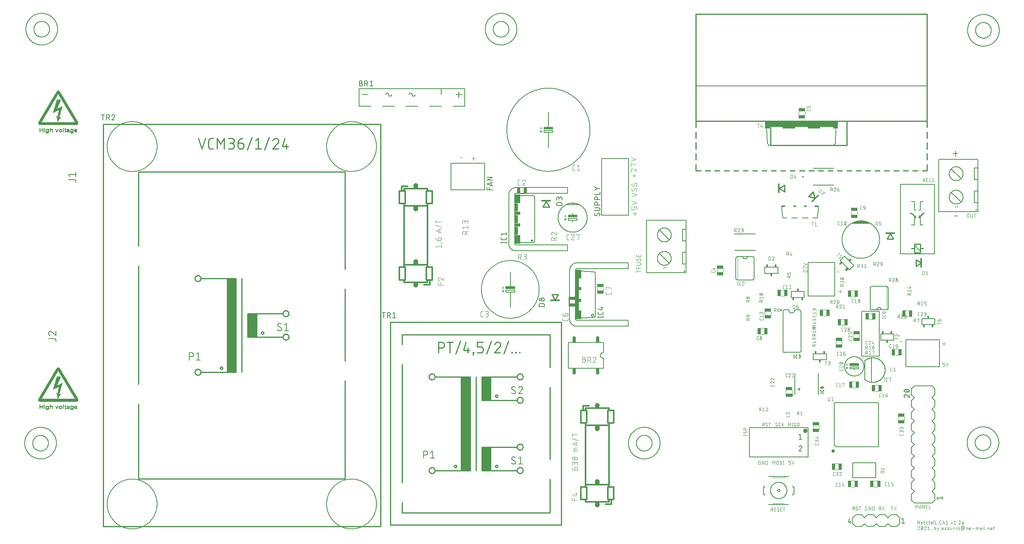
<source format=gbr>
G04 EAGLE Gerber X2 export*
%TF.Part,Single*%
%TF.FileFunction,Legend,Top,1*%
%TF.FilePolarity,Positive*%
%TF.GenerationSoftware,Autodesk,EAGLE,8.6.3*%
%TF.CreationDate,2021-05-18T20:18:47Z*%
G75*
%MOMM*%
%FSLAX34Y34*%
%LPD*%
%AMOC8*
5,1,8,0,0,1.08239X$1,22.5*%
G01*
%ADD10C,0.101600*%
%ADD11C,0.076200*%
%ADD12C,0.152400*%
%ADD13C,0.203200*%
%ADD14C,0.406400*%
%ADD15R,0.258100X0.032200*%
%ADD16R,0.451600X0.032300*%
%ADD17R,0.548400X0.032300*%
%ADD18R,0.612900X0.032200*%
%ADD19R,0.258100X0.032300*%
%ADD20R,0.258000X0.032300*%
%ADD21R,0.225800X0.032200*%
%ADD22R,0.193500X0.032200*%
%ADD23R,0.193500X0.032300*%
%ADD24R,0.161300X0.032200*%
%ADD25R,0.387100X0.032300*%
%ADD26R,0.322600X0.032300*%
%ADD27R,0.225800X0.032300*%
%ADD28R,0.290300X0.032300*%
%ADD29R,0.193600X0.032300*%
%ADD30R,0.419400X0.032300*%
%ADD31R,0.580600X0.032300*%
%ADD32R,0.645100X0.032300*%
%ADD33R,0.483900X0.032300*%
%ADD34R,0.612900X0.032300*%
%ADD35R,0.516100X0.032200*%
%ADD36R,0.645100X0.032200*%
%ADD37R,0.322600X0.032200*%
%ADD38R,0.580700X0.032200*%
%ADD39R,0.290300X0.032200*%
%ADD40R,0.645200X0.032200*%
%ADD41R,0.580700X0.032300*%
%ADD42R,0.645200X0.032300*%
%ADD43R,0.677400X0.032300*%
%ADD44R,0.225900X0.032200*%
%ADD45R,0.258000X0.032200*%
%ADD46R,0.354800X0.032200*%
%ADD47R,0.354800X0.032300*%
%ADD48R,0.193600X0.032200*%
%ADD49R,0.677500X0.032300*%
%ADD50R,0.677500X0.032200*%
%ADD51R,0.483900X0.032200*%
%ADD52R,0.838700X0.032300*%
%ADD53R,0.838700X0.032200*%
%ADD54R,0.225900X0.032300*%
%ADD55R,0.322500X0.032300*%
%ADD56R,0.419300X0.032200*%
%ADD57R,0.677400X0.032200*%
%ADD58R,0.516100X0.032300*%
%ADD59R,0.419300X0.032300*%
%ADD60R,0.451600X0.032200*%
%ADD61R,8.161300X0.032200*%
%ADD62R,8.322600X0.032300*%
%ADD63R,8.419400X0.032300*%
%ADD64R,8.483800X0.032200*%
%ADD65R,8.548400X0.032300*%
%ADD66R,8.580600X0.032200*%
%ADD67R,8.612900X0.032300*%
%ADD68R,8.645200X0.032300*%
%ADD69R,8.645200X0.032200*%
%ADD70R,8.677400X0.032300*%
%ADD71R,8.677400X0.032200*%
%ADD72R,0.032300X0.032300*%
%ADD73R,0.064600X0.032200*%
%ADD74R,0.096800X0.032300*%
%ADD75R,0.129000X0.032200*%
%ADD76R,0.161300X0.032300*%
%ADD77R,0.290400X0.032200*%
%ADD78R,0.290400X0.032300*%
%ADD79R,0.354900X0.032300*%
%ADD80R,0.483800X0.032300*%
%ADD81R,0.548400X0.032200*%
%ADD82R,0.709600X0.032300*%
%ADD83R,0.741900X0.032200*%
%ADD84R,0.806400X0.032300*%
%ADD85R,0.806400X0.032200*%
%ADD86R,0.129100X0.032200*%
%ADD87R,0.580600X0.032200*%
%ADD88R,0.032200X0.032200*%
%ADD89R,0.419400X0.032200*%
%ADD90R,0.387100X0.032200*%
%ADD91R,0.064500X0.032200*%
%ADD92R,0.032200X0.032300*%
%ADD93R,0.483800X0.032200*%
%ADD94R,0.064500X0.032300*%
%ADD95R,0.516200X0.032200*%
%ADD96R,0.516200X0.032300*%
%ADD97R,0.548300X0.032200*%
%ADD98R,0.548300X0.032300*%
%ADD99R,0.774200X0.032300*%
%ADD100R,0.903300X0.032200*%
%ADD101R,0.935500X0.032300*%
%ADD102R,0.967700X0.032200*%
%ADD103R,1.612900X0.032300*%
%ADD104R,1.645200X0.032300*%
%ADD105R,1.645200X0.032200*%
%ADD106R,1.612900X0.032200*%
%ADD107R,1.645100X0.032300*%
%ADD108R,0.967700X0.032300*%
%ADD109R,0.903200X0.032300*%
%ADD110R,0.871000X0.032200*%
%ADD111R,0.806500X0.032300*%
%ADD112R,0.742000X0.032200*%
%ADD113R,0.161200X0.032300*%
%ADD114R,0.709700X0.032200*%
%ADD115R,0.709700X0.032300*%
%ADD116R,0.709600X0.032200*%
%ADD117R,0.613000X0.032300*%
%ADD118R,0.742000X0.032300*%
%ADD119R,0.741900X0.032300*%
%ADD120R,0.774200X0.032200*%
%ADD121R,0.806500X0.032200*%
%ADD122R,0.871000X0.032300*%
%ADD123R,0.870900X0.032200*%
%ADD124R,0.870900X0.032300*%
%ADD125R,0.903300X0.032300*%
%ADD126R,0.903200X0.032200*%
%ADD127R,0.613000X0.032200*%
%ADD128R,1.322500X0.032200*%
%ADD129R,1.258100X0.032300*%
%ADD130R,1.258100X0.032200*%
%ADD131R,1.193500X0.032300*%
%ADD132R,1.161300X0.032200*%
%ADD133R,1.129100X0.032300*%
%ADD134R,1.064500X0.032300*%
%ADD135R,1.064500X0.032200*%
%ADD136R,1.000000X0.032300*%
%ADD137R,1.000000X0.032200*%
%ADD138C,0.127000*%
%ADD139R,0.750100X1.450100*%
%ADD140R,1.450100X0.750100*%
%ADD141R,1.905000X0.396800*%
%ADD142R,1.300000X0.100000*%
%ADD143R,1.850000X0.125000*%
%ADD144R,0.457200X0.584200*%
%ADD145C,0.254000*%
%ADD146R,0.300000X2.100000*%
%ADD147R,2.100000X0.300000*%
%ADD148C,0.050800*%
%ADD149C,0.012700*%
%ADD150C,0.508000*%
%ADD151C,0.762000*%
%ADD152C,0.436994*%
%ADD153R,0.762000X0.381000*%
%ADD154R,0.508000X0.381000*%
%ADD155R,15.748000X1.143000*%
%ADD156R,1.016000X0.381000*%
%ADD157R,2.667000X0.381000*%
%ADD158C,0.177800*%
%ADD159R,1.905000X20.320000*%
%ADD160R,1.905000X5.080000*%
%ADD161C,0.700000*%
%ADD162R,0.793800X0.317500*%
%ADD163C,0.304800*%
%ADD164C,1.000000*%
%ADD165R,0.952600X0.476300*%
%ADD166R,0.952600X0.635000*%
%ADD167R,1.270000X1.905000*%
%ADD168R,0.762000X1.778000*%
%ADD169R,1.270000X0.762000*%
%ADD170R,0.762000X10.668000*%
%ADD171R,0.508000X1.905000*%
%ADD172R,0.508000X0.762000*%
%ADD173R,2.540000X0.092500*%
%ADD174R,1.905000X0.079400*%
%ADD175R,1.428800X0.079300*%
%ADD176R,2.857600X0.079400*%
%ADD177R,3.095600X0.079300*%

G36*
X1849547Y678086D02*
X1849547Y678086D01*
X1849656Y678105D01*
X1849657Y678105D01*
X1849658Y678105D01*
X1849755Y678162D01*
X1849850Y678218D01*
X1849851Y678219D01*
X1849852Y678220D01*
X1849922Y678307D01*
X1849992Y678392D01*
X1849992Y678393D01*
X1849993Y678394D01*
X1850028Y678497D01*
X1850065Y678604D01*
X1850064Y678605D01*
X1850065Y678606D01*
X1850062Y678715D01*
X1850059Y678829D01*
X1850058Y678830D01*
X1850058Y678831D01*
X1850017Y678933D01*
X1849975Y679037D01*
X1849974Y679038D01*
X1849899Y679120D01*
X1849824Y679203D01*
X1849823Y679203D01*
X1849822Y679204D01*
X1849815Y679208D01*
X1849660Y679294D01*
X1836960Y684056D01*
X1836941Y684060D01*
X1836923Y684069D01*
X1836748Y684095D01*
X1836740Y684097D01*
X1836739Y684097D01*
X1836738Y684097D01*
X1820863Y684097D01*
X1820843Y684093D01*
X1820823Y684096D01*
X1820650Y684059D01*
X1820642Y684057D01*
X1820641Y684057D01*
X1820640Y684056D01*
X1807940Y679294D01*
X1807846Y679238D01*
X1807748Y679180D01*
X1807747Y679179D01*
X1807678Y679093D01*
X1807607Y679006D01*
X1807607Y679005D01*
X1807606Y679005D01*
X1807569Y678895D01*
X1807535Y678794D01*
X1807535Y678793D01*
X1807535Y678792D01*
X1807539Y678676D01*
X1807542Y678569D01*
X1807542Y678568D01*
X1807585Y678462D01*
X1807626Y678362D01*
X1807627Y678361D01*
X1807627Y678360D01*
X1807701Y678280D01*
X1807778Y678196D01*
X1807778Y678195D01*
X1807779Y678195D01*
X1807873Y678147D01*
X1807977Y678093D01*
X1807978Y678093D01*
X1807979Y678093D01*
X1807987Y678092D01*
X1808163Y678066D01*
X1849438Y678066D01*
X1849547Y678086D01*
G37*
D10*
X2004683Y417802D02*
X2012472Y417802D01*
X2008578Y421696D02*
X2008578Y413907D01*
D11*
X1611201Y160695D02*
X1609973Y160695D01*
X1611201Y160695D02*
X1611201Y156603D01*
X1608745Y156603D01*
X1608667Y156605D01*
X1608589Y156610D01*
X1608512Y156620D01*
X1608435Y156633D01*
X1608359Y156649D01*
X1608284Y156669D01*
X1608210Y156693D01*
X1608137Y156720D01*
X1608065Y156751D01*
X1607995Y156785D01*
X1607927Y156822D01*
X1607860Y156863D01*
X1607795Y156907D01*
X1607733Y156953D01*
X1607673Y157003D01*
X1607615Y157055D01*
X1607560Y157110D01*
X1607508Y157168D01*
X1607458Y157228D01*
X1607412Y157290D01*
X1607368Y157355D01*
X1607327Y157422D01*
X1607290Y157490D01*
X1607256Y157560D01*
X1607225Y157632D01*
X1607198Y157705D01*
X1607174Y157779D01*
X1607154Y157854D01*
X1607138Y157930D01*
X1607125Y158007D01*
X1607115Y158084D01*
X1607110Y158162D01*
X1607108Y158240D01*
X1607109Y158240D02*
X1607109Y162332D01*
X1607111Y162412D01*
X1607117Y162492D01*
X1607127Y162572D01*
X1607140Y162651D01*
X1607158Y162730D01*
X1607179Y162807D01*
X1607205Y162883D01*
X1607234Y162958D01*
X1607266Y163032D01*
X1607302Y163104D01*
X1607342Y163174D01*
X1607385Y163241D01*
X1607431Y163307D01*
X1607481Y163370D01*
X1607533Y163431D01*
X1607588Y163490D01*
X1607647Y163545D01*
X1607707Y163597D01*
X1607771Y163647D01*
X1607837Y163693D01*
X1607904Y163736D01*
X1607974Y163776D01*
X1608046Y163812D01*
X1608120Y163844D01*
X1608194Y163873D01*
X1608271Y163899D01*
X1608348Y163920D01*
X1608427Y163938D01*
X1608506Y163951D01*
X1608586Y163961D01*
X1608666Y163967D01*
X1608746Y163969D01*
X1608745Y163969D02*
X1611201Y163969D01*
X1614911Y163969D02*
X1614911Y156603D01*
X1619004Y156603D02*
X1614911Y163969D01*
X1619004Y163969D02*
X1619004Y156603D01*
X1622714Y156603D02*
X1622714Y163969D01*
X1624760Y163969D01*
X1624849Y163967D01*
X1624938Y163961D01*
X1625027Y163951D01*
X1625115Y163938D01*
X1625203Y163921D01*
X1625290Y163899D01*
X1625375Y163874D01*
X1625460Y163846D01*
X1625543Y163813D01*
X1625625Y163777D01*
X1625705Y163738D01*
X1625783Y163695D01*
X1625859Y163649D01*
X1625934Y163599D01*
X1626006Y163546D01*
X1626075Y163490D01*
X1626142Y163431D01*
X1626207Y163370D01*
X1626268Y163305D01*
X1626327Y163238D01*
X1626383Y163169D01*
X1626436Y163097D01*
X1626486Y163022D01*
X1626532Y162946D01*
X1626575Y162868D01*
X1626614Y162788D01*
X1626650Y162706D01*
X1626683Y162623D01*
X1626711Y162538D01*
X1626736Y162453D01*
X1626758Y162366D01*
X1626775Y162278D01*
X1626788Y162190D01*
X1626798Y162101D01*
X1626804Y162012D01*
X1626806Y161923D01*
X1626807Y161923D02*
X1626807Y158649D01*
X1626806Y158649D02*
X1626804Y158560D01*
X1626798Y158471D01*
X1626788Y158382D01*
X1626775Y158294D01*
X1626758Y158206D01*
X1626736Y158119D01*
X1626711Y158034D01*
X1626683Y157949D01*
X1626650Y157866D01*
X1626614Y157784D01*
X1626575Y157704D01*
X1626532Y157626D01*
X1626486Y157550D01*
X1626436Y157475D01*
X1626383Y157403D01*
X1626327Y157334D01*
X1626268Y157267D01*
X1626207Y157202D01*
X1626142Y157141D01*
X1626075Y157082D01*
X1626006Y157026D01*
X1625934Y156973D01*
X1625859Y156923D01*
X1625783Y156877D01*
X1625705Y156834D01*
X1625625Y156795D01*
X1625543Y156759D01*
X1625460Y156726D01*
X1625375Y156698D01*
X1625290Y156673D01*
X1625203Y156651D01*
X1625115Y156634D01*
X1625027Y156621D01*
X1624938Y156611D01*
X1624849Y156605D01*
X1624760Y156603D01*
X1622714Y156603D01*
X1637731Y156603D02*
X1637731Y163969D01*
X1640187Y159877D01*
X1642642Y163969D01*
X1642642Y156603D01*
X1646187Y158649D02*
X1646187Y161923D01*
X1646189Y162012D01*
X1646195Y162101D01*
X1646205Y162190D01*
X1646218Y162278D01*
X1646235Y162366D01*
X1646257Y162453D01*
X1646282Y162538D01*
X1646310Y162623D01*
X1646343Y162706D01*
X1646379Y162788D01*
X1646418Y162868D01*
X1646461Y162946D01*
X1646507Y163022D01*
X1646557Y163097D01*
X1646610Y163169D01*
X1646666Y163238D01*
X1646725Y163305D01*
X1646786Y163370D01*
X1646851Y163431D01*
X1646918Y163490D01*
X1646987Y163546D01*
X1647059Y163599D01*
X1647134Y163649D01*
X1647210Y163695D01*
X1647288Y163738D01*
X1647368Y163777D01*
X1647450Y163813D01*
X1647533Y163846D01*
X1647618Y163874D01*
X1647703Y163899D01*
X1647790Y163921D01*
X1647878Y163938D01*
X1647966Y163951D01*
X1648055Y163961D01*
X1648144Y163967D01*
X1648233Y163969D01*
X1648322Y163967D01*
X1648411Y163961D01*
X1648500Y163951D01*
X1648588Y163938D01*
X1648676Y163921D01*
X1648763Y163899D01*
X1648848Y163874D01*
X1648933Y163846D01*
X1649016Y163813D01*
X1649098Y163777D01*
X1649178Y163738D01*
X1649256Y163695D01*
X1649332Y163649D01*
X1649407Y163599D01*
X1649479Y163546D01*
X1649548Y163490D01*
X1649615Y163431D01*
X1649680Y163370D01*
X1649741Y163305D01*
X1649800Y163238D01*
X1649856Y163169D01*
X1649909Y163097D01*
X1649959Y163022D01*
X1650005Y162946D01*
X1650048Y162868D01*
X1650087Y162788D01*
X1650123Y162706D01*
X1650156Y162623D01*
X1650184Y162538D01*
X1650209Y162453D01*
X1650231Y162366D01*
X1650248Y162278D01*
X1650261Y162190D01*
X1650271Y162101D01*
X1650277Y162012D01*
X1650279Y161923D01*
X1650279Y158649D01*
X1650277Y158560D01*
X1650271Y158471D01*
X1650261Y158382D01*
X1650248Y158294D01*
X1650231Y158206D01*
X1650209Y158119D01*
X1650184Y158034D01*
X1650156Y157949D01*
X1650123Y157866D01*
X1650087Y157784D01*
X1650048Y157704D01*
X1650005Y157626D01*
X1649959Y157550D01*
X1649909Y157475D01*
X1649856Y157403D01*
X1649800Y157334D01*
X1649741Y157267D01*
X1649680Y157202D01*
X1649615Y157141D01*
X1649548Y157082D01*
X1649479Y157026D01*
X1649407Y156973D01*
X1649332Y156923D01*
X1649256Y156877D01*
X1649178Y156834D01*
X1649098Y156795D01*
X1649016Y156759D01*
X1648933Y156726D01*
X1648848Y156698D01*
X1648763Y156673D01*
X1648676Y156651D01*
X1648588Y156634D01*
X1648500Y156621D01*
X1648411Y156611D01*
X1648322Y156605D01*
X1648233Y156603D01*
X1648144Y156605D01*
X1648055Y156611D01*
X1647966Y156621D01*
X1647878Y156634D01*
X1647790Y156651D01*
X1647703Y156673D01*
X1647618Y156698D01*
X1647533Y156726D01*
X1647450Y156759D01*
X1647368Y156795D01*
X1647288Y156834D01*
X1647210Y156877D01*
X1647134Y156923D01*
X1647059Y156973D01*
X1646987Y157026D01*
X1646918Y157082D01*
X1646851Y157141D01*
X1646786Y157202D01*
X1646725Y157267D01*
X1646666Y157334D01*
X1646610Y157403D01*
X1646557Y157475D01*
X1646507Y157550D01*
X1646461Y157626D01*
X1646418Y157704D01*
X1646379Y157784D01*
X1646343Y157866D01*
X1646310Y157949D01*
X1646282Y158034D01*
X1646257Y158119D01*
X1646235Y158206D01*
X1646218Y158294D01*
X1646205Y158382D01*
X1646195Y158471D01*
X1646189Y158560D01*
X1646187Y158649D01*
X1655714Y156603D02*
X1655792Y156605D01*
X1655870Y156610D01*
X1655947Y156620D01*
X1656024Y156633D01*
X1656100Y156649D01*
X1656175Y156669D01*
X1656249Y156693D01*
X1656322Y156720D01*
X1656394Y156751D01*
X1656464Y156785D01*
X1656533Y156822D01*
X1656599Y156863D01*
X1656664Y156907D01*
X1656726Y156953D01*
X1656786Y157003D01*
X1656844Y157055D01*
X1656899Y157110D01*
X1656951Y157168D01*
X1657001Y157228D01*
X1657047Y157290D01*
X1657091Y157355D01*
X1657132Y157422D01*
X1657169Y157490D01*
X1657203Y157560D01*
X1657234Y157632D01*
X1657261Y157705D01*
X1657285Y157779D01*
X1657305Y157854D01*
X1657321Y157930D01*
X1657334Y158007D01*
X1657344Y158084D01*
X1657349Y158162D01*
X1657351Y158240D01*
X1655714Y156603D02*
X1655600Y156605D01*
X1655487Y156610D01*
X1655373Y156620D01*
X1655260Y156633D01*
X1655148Y156650D01*
X1655036Y156670D01*
X1654925Y156694D01*
X1654814Y156722D01*
X1654705Y156753D01*
X1654597Y156788D01*
X1654490Y156827D01*
X1654384Y156869D01*
X1654280Y156914D01*
X1654177Y156963D01*
X1654076Y157016D01*
X1653977Y157071D01*
X1653879Y157130D01*
X1653784Y157192D01*
X1653691Y157257D01*
X1653599Y157325D01*
X1653511Y157396D01*
X1653424Y157470D01*
X1653340Y157547D01*
X1653259Y157626D01*
X1653463Y162332D02*
X1653465Y162410D01*
X1653470Y162488D01*
X1653480Y162565D01*
X1653493Y162642D01*
X1653509Y162718D01*
X1653529Y162793D01*
X1653553Y162867D01*
X1653580Y162940D01*
X1653611Y163012D01*
X1653645Y163082D01*
X1653682Y163151D01*
X1653723Y163217D01*
X1653767Y163282D01*
X1653813Y163344D01*
X1653863Y163404D01*
X1653915Y163462D01*
X1653970Y163517D01*
X1654028Y163569D01*
X1654088Y163619D01*
X1654150Y163665D01*
X1654215Y163709D01*
X1654282Y163750D01*
X1654350Y163787D01*
X1654420Y163821D01*
X1654492Y163852D01*
X1654565Y163879D01*
X1654639Y163903D01*
X1654714Y163923D01*
X1654790Y163939D01*
X1654867Y163952D01*
X1654944Y163962D01*
X1655022Y163967D01*
X1655100Y163969D01*
X1655210Y163967D01*
X1655319Y163961D01*
X1655429Y163951D01*
X1655537Y163938D01*
X1655646Y163920D01*
X1655753Y163899D01*
X1655860Y163873D01*
X1655966Y163844D01*
X1656071Y163812D01*
X1656174Y163775D01*
X1656276Y163735D01*
X1656377Y163691D01*
X1656476Y163643D01*
X1656573Y163593D01*
X1656668Y163538D01*
X1656761Y163480D01*
X1656852Y163419D01*
X1656941Y163355D01*
X1654282Y160899D02*
X1654215Y160941D01*
X1654150Y160985D01*
X1654088Y161033D01*
X1654028Y161083D01*
X1653970Y161136D01*
X1653915Y161192D01*
X1653863Y161251D01*
X1653813Y161311D01*
X1653766Y161375D01*
X1653723Y161440D01*
X1653682Y161507D01*
X1653645Y161576D01*
X1653611Y161647D01*
X1653580Y161719D01*
X1653553Y161793D01*
X1653529Y161867D01*
X1653509Y161943D01*
X1653493Y162020D01*
X1653480Y162097D01*
X1653470Y162175D01*
X1653465Y162254D01*
X1653463Y162332D01*
X1656532Y159672D02*
X1656598Y159630D01*
X1656663Y159586D01*
X1656725Y159539D01*
X1656785Y159488D01*
X1656843Y159435D01*
X1656898Y159379D01*
X1656951Y159321D01*
X1657000Y159260D01*
X1657047Y159197D01*
X1657090Y159132D01*
X1657131Y159065D01*
X1657168Y158996D01*
X1657202Y158925D01*
X1657233Y158853D01*
X1657260Y158779D01*
X1657284Y158704D01*
X1657304Y158629D01*
X1657320Y158552D01*
X1657333Y158475D01*
X1657343Y158397D01*
X1657348Y158318D01*
X1657350Y158240D01*
X1656532Y159672D02*
X1654282Y160900D01*
X1660913Y163969D02*
X1660913Y156603D01*
X1660095Y156603D02*
X1661732Y156603D01*
X1661732Y163969D02*
X1660095Y163969D01*
X1671304Y239153D02*
X1671304Y246519D01*
X1673760Y242427D01*
X1676215Y246519D01*
X1676215Y239153D01*
X1680343Y239153D02*
X1680343Y246519D01*
X1679525Y239153D02*
X1681162Y239153D01*
X1681162Y246519D02*
X1679525Y246519D01*
X1686361Y239153D02*
X1686439Y239155D01*
X1686517Y239160D01*
X1686594Y239170D01*
X1686671Y239183D01*
X1686747Y239199D01*
X1686822Y239219D01*
X1686896Y239243D01*
X1686969Y239270D01*
X1687041Y239301D01*
X1687111Y239335D01*
X1687180Y239372D01*
X1687246Y239413D01*
X1687311Y239457D01*
X1687373Y239503D01*
X1687433Y239553D01*
X1687491Y239605D01*
X1687546Y239660D01*
X1687598Y239718D01*
X1687648Y239778D01*
X1687694Y239840D01*
X1687738Y239905D01*
X1687779Y239972D01*
X1687816Y240040D01*
X1687850Y240110D01*
X1687881Y240182D01*
X1687908Y240255D01*
X1687932Y240329D01*
X1687952Y240404D01*
X1687968Y240480D01*
X1687981Y240557D01*
X1687991Y240634D01*
X1687996Y240712D01*
X1687998Y240790D01*
X1686361Y239153D02*
X1686247Y239155D01*
X1686134Y239160D01*
X1686020Y239170D01*
X1685907Y239183D01*
X1685795Y239200D01*
X1685683Y239220D01*
X1685572Y239244D01*
X1685461Y239272D01*
X1685352Y239303D01*
X1685244Y239338D01*
X1685137Y239377D01*
X1685031Y239419D01*
X1684927Y239464D01*
X1684824Y239513D01*
X1684723Y239566D01*
X1684624Y239621D01*
X1684526Y239680D01*
X1684431Y239742D01*
X1684338Y239807D01*
X1684246Y239875D01*
X1684158Y239946D01*
X1684071Y240020D01*
X1683987Y240097D01*
X1683906Y240176D01*
X1684110Y244882D02*
X1684112Y244960D01*
X1684117Y245038D01*
X1684127Y245115D01*
X1684140Y245192D01*
X1684156Y245268D01*
X1684176Y245343D01*
X1684200Y245417D01*
X1684227Y245490D01*
X1684258Y245562D01*
X1684292Y245632D01*
X1684329Y245701D01*
X1684370Y245767D01*
X1684414Y245832D01*
X1684460Y245894D01*
X1684510Y245954D01*
X1684562Y246012D01*
X1684617Y246067D01*
X1684675Y246119D01*
X1684735Y246169D01*
X1684797Y246215D01*
X1684862Y246259D01*
X1684929Y246300D01*
X1684997Y246337D01*
X1685067Y246371D01*
X1685139Y246402D01*
X1685212Y246429D01*
X1685286Y246453D01*
X1685361Y246473D01*
X1685437Y246489D01*
X1685514Y246502D01*
X1685591Y246512D01*
X1685669Y246517D01*
X1685747Y246519D01*
X1685857Y246517D01*
X1685966Y246511D01*
X1686076Y246501D01*
X1686184Y246488D01*
X1686293Y246470D01*
X1686400Y246449D01*
X1686507Y246423D01*
X1686613Y246394D01*
X1686718Y246362D01*
X1686821Y246325D01*
X1686923Y246285D01*
X1687024Y246241D01*
X1687123Y246193D01*
X1687220Y246143D01*
X1687315Y246088D01*
X1687408Y246030D01*
X1687499Y245969D01*
X1687588Y245905D01*
X1684929Y243449D02*
X1684862Y243491D01*
X1684797Y243535D01*
X1684735Y243583D01*
X1684675Y243633D01*
X1684617Y243686D01*
X1684562Y243742D01*
X1684510Y243801D01*
X1684460Y243861D01*
X1684413Y243925D01*
X1684370Y243990D01*
X1684329Y244057D01*
X1684292Y244126D01*
X1684258Y244197D01*
X1684227Y244269D01*
X1684200Y244343D01*
X1684176Y244417D01*
X1684156Y244493D01*
X1684140Y244570D01*
X1684127Y244647D01*
X1684117Y244725D01*
X1684112Y244804D01*
X1684110Y244882D01*
X1687179Y242222D02*
X1687245Y242180D01*
X1687310Y242136D01*
X1687372Y242089D01*
X1687432Y242038D01*
X1687490Y241985D01*
X1687545Y241929D01*
X1687598Y241871D01*
X1687647Y241810D01*
X1687694Y241747D01*
X1687737Y241682D01*
X1687778Y241615D01*
X1687815Y241546D01*
X1687849Y241475D01*
X1687880Y241403D01*
X1687907Y241329D01*
X1687931Y241254D01*
X1687951Y241179D01*
X1687967Y241102D01*
X1687980Y241025D01*
X1687990Y240947D01*
X1687995Y240868D01*
X1687997Y240790D01*
X1687179Y242222D02*
X1684928Y243450D01*
X1690977Y244473D02*
X1690977Y241199D01*
X1690977Y244473D02*
X1690979Y244562D01*
X1690985Y244651D01*
X1690995Y244740D01*
X1691008Y244828D01*
X1691025Y244916D01*
X1691047Y245003D01*
X1691072Y245088D01*
X1691100Y245173D01*
X1691133Y245256D01*
X1691169Y245338D01*
X1691208Y245418D01*
X1691251Y245496D01*
X1691297Y245572D01*
X1691347Y245647D01*
X1691400Y245719D01*
X1691456Y245788D01*
X1691515Y245855D01*
X1691576Y245920D01*
X1691641Y245981D01*
X1691708Y246040D01*
X1691777Y246096D01*
X1691849Y246149D01*
X1691924Y246199D01*
X1692000Y246245D01*
X1692078Y246288D01*
X1692158Y246327D01*
X1692240Y246363D01*
X1692323Y246396D01*
X1692408Y246424D01*
X1692493Y246449D01*
X1692580Y246471D01*
X1692668Y246488D01*
X1692756Y246501D01*
X1692845Y246511D01*
X1692934Y246517D01*
X1693023Y246519D01*
X1693112Y246517D01*
X1693201Y246511D01*
X1693290Y246501D01*
X1693378Y246488D01*
X1693466Y246471D01*
X1693553Y246449D01*
X1693638Y246424D01*
X1693723Y246396D01*
X1693806Y246363D01*
X1693888Y246327D01*
X1693968Y246288D01*
X1694046Y246245D01*
X1694122Y246199D01*
X1694197Y246149D01*
X1694269Y246096D01*
X1694338Y246040D01*
X1694405Y245981D01*
X1694470Y245920D01*
X1694531Y245855D01*
X1694590Y245788D01*
X1694646Y245719D01*
X1694699Y245647D01*
X1694749Y245572D01*
X1694795Y245496D01*
X1694838Y245418D01*
X1694877Y245338D01*
X1694913Y245256D01*
X1694946Y245173D01*
X1694974Y245088D01*
X1694999Y245003D01*
X1695021Y244916D01*
X1695038Y244828D01*
X1695051Y244740D01*
X1695061Y244651D01*
X1695067Y244562D01*
X1695069Y244473D01*
X1695069Y241199D01*
X1695067Y241110D01*
X1695061Y241021D01*
X1695051Y240932D01*
X1695038Y240844D01*
X1695021Y240756D01*
X1694999Y240669D01*
X1694974Y240584D01*
X1694946Y240499D01*
X1694913Y240416D01*
X1694877Y240334D01*
X1694838Y240254D01*
X1694795Y240176D01*
X1694749Y240100D01*
X1694699Y240025D01*
X1694646Y239953D01*
X1694590Y239884D01*
X1694531Y239817D01*
X1694470Y239752D01*
X1694405Y239691D01*
X1694338Y239632D01*
X1694269Y239576D01*
X1694197Y239523D01*
X1694122Y239473D01*
X1694046Y239427D01*
X1693968Y239384D01*
X1693888Y239345D01*
X1693806Y239309D01*
X1693723Y239276D01*
X1693638Y239248D01*
X1693553Y239223D01*
X1693466Y239201D01*
X1693378Y239184D01*
X1693290Y239171D01*
X1693201Y239161D01*
X1693112Y239155D01*
X1693023Y239153D01*
X1692934Y239155D01*
X1692845Y239161D01*
X1692756Y239171D01*
X1692668Y239184D01*
X1692580Y239201D01*
X1692493Y239223D01*
X1692408Y239248D01*
X1692323Y239276D01*
X1692240Y239309D01*
X1692158Y239345D01*
X1692078Y239384D01*
X1692000Y239427D01*
X1691924Y239473D01*
X1691849Y239523D01*
X1691777Y239576D01*
X1691708Y239632D01*
X1691641Y239691D01*
X1691576Y239752D01*
X1691515Y239817D01*
X1691456Y239884D01*
X1691400Y239953D01*
X1691347Y240025D01*
X1691297Y240100D01*
X1691251Y240176D01*
X1691208Y240254D01*
X1691169Y240334D01*
X1691133Y240416D01*
X1691100Y240499D01*
X1691072Y240584D01*
X1691047Y240669D01*
X1691025Y240756D01*
X1691008Y240844D01*
X1690995Y240932D01*
X1690985Y241021D01*
X1690979Y241110D01*
X1690977Y241199D01*
X1648203Y240790D02*
X1648201Y240712D01*
X1648196Y240634D01*
X1648186Y240557D01*
X1648173Y240480D01*
X1648157Y240404D01*
X1648137Y240329D01*
X1648113Y240255D01*
X1648086Y240182D01*
X1648055Y240110D01*
X1648021Y240040D01*
X1647984Y239972D01*
X1647943Y239905D01*
X1647899Y239840D01*
X1647853Y239778D01*
X1647803Y239718D01*
X1647751Y239660D01*
X1647696Y239605D01*
X1647638Y239553D01*
X1647578Y239503D01*
X1647516Y239457D01*
X1647451Y239413D01*
X1647385Y239372D01*
X1647316Y239335D01*
X1647246Y239301D01*
X1647174Y239270D01*
X1647101Y239243D01*
X1647027Y239219D01*
X1646952Y239199D01*
X1646876Y239183D01*
X1646799Y239170D01*
X1646722Y239160D01*
X1646644Y239155D01*
X1646566Y239153D01*
X1646452Y239155D01*
X1646339Y239160D01*
X1646225Y239170D01*
X1646112Y239183D01*
X1646000Y239200D01*
X1645888Y239220D01*
X1645777Y239244D01*
X1645666Y239272D01*
X1645557Y239303D01*
X1645449Y239338D01*
X1645342Y239377D01*
X1645236Y239419D01*
X1645132Y239464D01*
X1645029Y239513D01*
X1644928Y239566D01*
X1644829Y239621D01*
X1644731Y239680D01*
X1644636Y239742D01*
X1644543Y239807D01*
X1644451Y239875D01*
X1644363Y239946D01*
X1644276Y240020D01*
X1644192Y240097D01*
X1644111Y240176D01*
X1644315Y244882D02*
X1644317Y244960D01*
X1644322Y245038D01*
X1644332Y245115D01*
X1644345Y245192D01*
X1644361Y245268D01*
X1644381Y245343D01*
X1644405Y245417D01*
X1644432Y245490D01*
X1644463Y245562D01*
X1644497Y245632D01*
X1644534Y245701D01*
X1644575Y245767D01*
X1644619Y245832D01*
X1644665Y245894D01*
X1644715Y245954D01*
X1644767Y246012D01*
X1644822Y246067D01*
X1644880Y246119D01*
X1644940Y246169D01*
X1645002Y246215D01*
X1645067Y246259D01*
X1645134Y246300D01*
X1645202Y246337D01*
X1645272Y246371D01*
X1645344Y246402D01*
X1645417Y246429D01*
X1645491Y246453D01*
X1645566Y246473D01*
X1645642Y246489D01*
X1645719Y246502D01*
X1645796Y246512D01*
X1645874Y246517D01*
X1645952Y246519D01*
X1646062Y246517D01*
X1646171Y246511D01*
X1646281Y246501D01*
X1646389Y246488D01*
X1646498Y246470D01*
X1646605Y246449D01*
X1646712Y246423D01*
X1646818Y246394D01*
X1646923Y246362D01*
X1647026Y246325D01*
X1647128Y246285D01*
X1647229Y246241D01*
X1647328Y246193D01*
X1647425Y246143D01*
X1647520Y246088D01*
X1647613Y246030D01*
X1647704Y245969D01*
X1647793Y245905D01*
X1645134Y243449D02*
X1645067Y243491D01*
X1645002Y243535D01*
X1644940Y243583D01*
X1644880Y243633D01*
X1644822Y243686D01*
X1644767Y243742D01*
X1644715Y243801D01*
X1644665Y243861D01*
X1644618Y243925D01*
X1644575Y243990D01*
X1644534Y244057D01*
X1644497Y244126D01*
X1644463Y244197D01*
X1644432Y244269D01*
X1644405Y244343D01*
X1644381Y244417D01*
X1644361Y244493D01*
X1644345Y244570D01*
X1644332Y244647D01*
X1644322Y244725D01*
X1644317Y244804D01*
X1644315Y244882D01*
X1647384Y242222D02*
X1647450Y242180D01*
X1647515Y242136D01*
X1647577Y242089D01*
X1647637Y242038D01*
X1647695Y241985D01*
X1647750Y241929D01*
X1647803Y241871D01*
X1647852Y241810D01*
X1647899Y241747D01*
X1647942Y241682D01*
X1647983Y241615D01*
X1648020Y241546D01*
X1648054Y241475D01*
X1648085Y241403D01*
X1648112Y241329D01*
X1648136Y241254D01*
X1648156Y241179D01*
X1648172Y241102D01*
X1648185Y241025D01*
X1648195Y240947D01*
X1648200Y240868D01*
X1648202Y240790D01*
X1647384Y242222D02*
X1645133Y243450D01*
X1652796Y239153D02*
X1654432Y239153D01*
X1652796Y239153D02*
X1652718Y239155D01*
X1652640Y239160D01*
X1652563Y239170D01*
X1652486Y239183D01*
X1652410Y239199D01*
X1652335Y239219D01*
X1652261Y239243D01*
X1652188Y239270D01*
X1652116Y239301D01*
X1652046Y239335D01*
X1651978Y239372D01*
X1651911Y239413D01*
X1651846Y239457D01*
X1651784Y239503D01*
X1651724Y239553D01*
X1651666Y239605D01*
X1651611Y239660D01*
X1651559Y239718D01*
X1651509Y239778D01*
X1651463Y239840D01*
X1651419Y239905D01*
X1651378Y239972D01*
X1651341Y240040D01*
X1651307Y240110D01*
X1651276Y240182D01*
X1651249Y240255D01*
X1651225Y240329D01*
X1651205Y240404D01*
X1651189Y240480D01*
X1651176Y240557D01*
X1651166Y240634D01*
X1651161Y240712D01*
X1651159Y240790D01*
X1651159Y244882D01*
X1651161Y244962D01*
X1651167Y245042D01*
X1651177Y245122D01*
X1651190Y245201D01*
X1651208Y245280D01*
X1651229Y245357D01*
X1651255Y245433D01*
X1651284Y245508D01*
X1651316Y245582D01*
X1651352Y245654D01*
X1651392Y245724D01*
X1651435Y245791D01*
X1651481Y245857D01*
X1651531Y245920D01*
X1651583Y245981D01*
X1651638Y246040D01*
X1651697Y246095D01*
X1651757Y246147D01*
X1651821Y246197D01*
X1651887Y246243D01*
X1651954Y246286D01*
X1652024Y246326D01*
X1652096Y246362D01*
X1652170Y246394D01*
X1652244Y246423D01*
X1652321Y246449D01*
X1652398Y246470D01*
X1652477Y246488D01*
X1652556Y246501D01*
X1652636Y246511D01*
X1652716Y246517D01*
X1652796Y246519D01*
X1654432Y246519D01*
X1657639Y246519D02*
X1657639Y239153D01*
X1657639Y242018D02*
X1661732Y246519D01*
X1659276Y243654D02*
X1661732Y239153D01*
X1615460Y239153D02*
X1615460Y246519D01*
X1617507Y246519D01*
X1617596Y246517D01*
X1617685Y246511D01*
X1617774Y246501D01*
X1617862Y246488D01*
X1617950Y246471D01*
X1618037Y246449D01*
X1618122Y246424D01*
X1618207Y246396D01*
X1618290Y246363D01*
X1618372Y246327D01*
X1618452Y246288D01*
X1618530Y246245D01*
X1618606Y246199D01*
X1618681Y246149D01*
X1618753Y246096D01*
X1618822Y246040D01*
X1618889Y245981D01*
X1618954Y245920D01*
X1619015Y245855D01*
X1619074Y245788D01*
X1619130Y245719D01*
X1619183Y245647D01*
X1619233Y245572D01*
X1619279Y245496D01*
X1619322Y245418D01*
X1619361Y245338D01*
X1619397Y245256D01*
X1619430Y245173D01*
X1619458Y245088D01*
X1619483Y245003D01*
X1619505Y244916D01*
X1619522Y244828D01*
X1619535Y244740D01*
X1619545Y244651D01*
X1619551Y244562D01*
X1619553Y244473D01*
X1619551Y244384D01*
X1619545Y244295D01*
X1619535Y244206D01*
X1619522Y244118D01*
X1619505Y244030D01*
X1619483Y243943D01*
X1619458Y243858D01*
X1619430Y243773D01*
X1619397Y243690D01*
X1619361Y243608D01*
X1619322Y243528D01*
X1619279Y243450D01*
X1619233Y243374D01*
X1619183Y243299D01*
X1619130Y243227D01*
X1619074Y243158D01*
X1619015Y243091D01*
X1618954Y243026D01*
X1618889Y242965D01*
X1618822Y242906D01*
X1618753Y242850D01*
X1618681Y242797D01*
X1618606Y242747D01*
X1618530Y242701D01*
X1618452Y242658D01*
X1618372Y242619D01*
X1618290Y242583D01*
X1618207Y242550D01*
X1618122Y242522D01*
X1618037Y242497D01*
X1617950Y242475D01*
X1617862Y242458D01*
X1617774Y242445D01*
X1617685Y242435D01*
X1617596Y242429D01*
X1617507Y242427D01*
X1615460Y242427D01*
X1617916Y242427D02*
X1619553Y239153D01*
X1624936Y239153D02*
X1625014Y239155D01*
X1625092Y239160D01*
X1625169Y239170D01*
X1625246Y239183D01*
X1625322Y239199D01*
X1625397Y239219D01*
X1625471Y239243D01*
X1625544Y239270D01*
X1625616Y239301D01*
X1625686Y239335D01*
X1625755Y239372D01*
X1625821Y239413D01*
X1625886Y239457D01*
X1625948Y239503D01*
X1626008Y239553D01*
X1626066Y239605D01*
X1626121Y239660D01*
X1626173Y239718D01*
X1626223Y239778D01*
X1626269Y239840D01*
X1626313Y239905D01*
X1626354Y239972D01*
X1626391Y240040D01*
X1626425Y240110D01*
X1626456Y240182D01*
X1626483Y240255D01*
X1626507Y240329D01*
X1626527Y240404D01*
X1626543Y240480D01*
X1626556Y240557D01*
X1626566Y240634D01*
X1626571Y240712D01*
X1626573Y240790D01*
X1624936Y239153D02*
X1624822Y239155D01*
X1624709Y239160D01*
X1624595Y239170D01*
X1624482Y239183D01*
X1624370Y239200D01*
X1624258Y239220D01*
X1624147Y239244D01*
X1624036Y239272D01*
X1623927Y239303D01*
X1623819Y239338D01*
X1623712Y239377D01*
X1623606Y239419D01*
X1623502Y239464D01*
X1623399Y239513D01*
X1623298Y239566D01*
X1623199Y239621D01*
X1623101Y239680D01*
X1623006Y239742D01*
X1622913Y239807D01*
X1622821Y239875D01*
X1622733Y239946D01*
X1622646Y240020D01*
X1622562Y240097D01*
X1622481Y240176D01*
X1622685Y244882D02*
X1622687Y244960D01*
X1622692Y245038D01*
X1622702Y245115D01*
X1622715Y245192D01*
X1622731Y245268D01*
X1622751Y245343D01*
X1622775Y245417D01*
X1622802Y245490D01*
X1622833Y245562D01*
X1622867Y245632D01*
X1622904Y245701D01*
X1622945Y245767D01*
X1622989Y245832D01*
X1623035Y245894D01*
X1623085Y245954D01*
X1623137Y246012D01*
X1623192Y246067D01*
X1623250Y246119D01*
X1623310Y246169D01*
X1623372Y246215D01*
X1623437Y246259D01*
X1623504Y246300D01*
X1623572Y246337D01*
X1623642Y246371D01*
X1623714Y246402D01*
X1623787Y246429D01*
X1623861Y246453D01*
X1623936Y246473D01*
X1624012Y246489D01*
X1624089Y246502D01*
X1624166Y246512D01*
X1624244Y246517D01*
X1624322Y246519D01*
X1624432Y246517D01*
X1624541Y246511D01*
X1624651Y246501D01*
X1624759Y246488D01*
X1624868Y246470D01*
X1624975Y246449D01*
X1625082Y246423D01*
X1625188Y246394D01*
X1625293Y246362D01*
X1625396Y246325D01*
X1625498Y246285D01*
X1625599Y246241D01*
X1625698Y246193D01*
X1625795Y246143D01*
X1625890Y246088D01*
X1625983Y246030D01*
X1626074Y245969D01*
X1626163Y245905D01*
X1623504Y243449D02*
X1623437Y243491D01*
X1623372Y243535D01*
X1623310Y243583D01*
X1623250Y243633D01*
X1623192Y243686D01*
X1623137Y243742D01*
X1623085Y243801D01*
X1623035Y243861D01*
X1622988Y243925D01*
X1622945Y243990D01*
X1622904Y244057D01*
X1622867Y244126D01*
X1622833Y244197D01*
X1622802Y244269D01*
X1622775Y244343D01*
X1622751Y244417D01*
X1622731Y244493D01*
X1622715Y244570D01*
X1622702Y244647D01*
X1622692Y244725D01*
X1622687Y244804D01*
X1622685Y244882D01*
X1625754Y242222D02*
X1625820Y242180D01*
X1625885Y242136D01*
X1625947Y242089D01*
X1626007Y242038D01*
X1626065Y241985D01*
X1626120Y241929D01*
X1626173Y241871D01*
X1626222Y241810D01*
X1626269Y241747D01*
X1626312Y241682D01*
X1626353Y241615D01*
X1626390Y241546D01*
X1626424Y241475D01*
X1626455Y241403D01*
X1626482Y241329D01*
X1626506Y241254D01*
X1626526Y241179D01*
X1626542Y241102D01*
X1626555Y241025D01*
X1626565Y240947D01*
X1626570Y240868D01*
X1626572Y240790D01*
X1625754Y242222D02*
X1623504Y243450D01*
X1631110Y246519D02*
X1631110Y239153D01*
X1629064Y246519D02*
X1633157Y246519D01*
D12*
X2031175Y695031D02*
X2038399Y695031D01*
D11*
X1951419Y34264D02*
X1951419Y26898D01*
X1955511Y26898D02*
X1951419Y34264D01*
X1955511Y34264D02*
X1955511Y26898D01*
X1960127Y26898D02*
X1962173Y26898D01*
X1960127Y26898D02*
X1960058Y26900D01*
X1959990Y26906D01*
X1959921Y26915D01*
X1959854Y26929D01*
X1959787Y26946D01*
X1959721Y26967D01*
X1959657Y26991D01*
X1959594Y27020D01*
X1959533Y27051D01*
X1959474Y27086D01*
X1959416Y27124D01*
X1959361Y27166D01*
X1959309Y27210D01*
X1959259Y27258D01*
X1959211Y27308D01*
X1959167Y27360D01*
X1959125Y27415D01*
X1959087Y27473D01*
X1959052Y27532D01*
X1959021Y27593D01*
X1958992Y27656D01*
X1958968Y27720D01*
X1958947Y27786D01*
X1958930Y27853D01*
X1958916Y27920D01*
X1958907Y27989D01*
X1958901Y28057D01*
X1958899Y28126D01*
X1958899Y30172D01*
X1958901Y30251D01*
X1958907Y30330D01*
X1958916Y30409D01*
X1958929Y30487D01*
X1958947Y30564D01*
X1958967Y30640D01*
X1958992Y30715D01*
X1959020Y30789D01*
X1959051Y30862D01*
X1959087Y30933D01*
X1959125Y31002D01*
X1959167Y31069D01*
X1959212Y31134D01*
X1959260Y31197D01*
X1959311Y31258D01*
X1959365Y31315D01*
X1959421Y31371D01*
X1959480Y31423D01*
X1959542Y31473D01*
X1959606Y31519D01*
X1959672Y31563D01*
X1959740Y31603D01*
X1959810Y31639D01*
X1959882Y31673D01*
X1959956Y31703D01*
X1960030Y31729D01*
X1960106Y31752D01*
X1960183Y31770D01*
X1960260Y31786D01*
X1960339Y31797D01*
X1960417Y31805D01*
X1960496Y31809D01*
X1960576Y31809D01*
X1960655Y31805D01*
X1960733Y31797D01*
X1960812Y31786D01*
X1960889Y31770D01*
X1960966Y31752D01*
X1961042Y31729D01*
X1961116Y31703D01*
X1961190Y31673D01*
X1961262Y31639D01*
X1961332Y31603D01*
X1961400Y31563D01*
X1961466Y31519D01*
X1961530Y31473D01*
X1961592Y31423D01*
X1961651Y31371D01*
X1961707Y31315D01*
X1961761Y31258D01*
X1961812Y31197D01*
X1961860Y31134D01*
X1961905Y31069D01*
X1961947Y31002D01*
X1961985Y30933D01*
X1962021Y30862D01*
X1962052Y30789D01*
X1962080Y30715D01*
X1962105Y30640D01*
X1962125Y30564D01*
X1962143Y30487D01*
X1962156Y30409D01*
X1962165Y30330D01*
X1962171Y30251D01*
X1962173Y30172D01*
X1962173Y29353D01*
X1958899Y29353D01*
X1964609Y31809D02*
X1967064Y31809D01*
X1965427Y34264D02*
X1965427Y28126D01*
X1965429Y28057D01*
X1965435Y27989D01*
X1965444Y27920D01*
X1965458Y27853D01*
X1965475Y27786D01*
X1965496Y27720D01*
X1965520Y27656D01*
X1965549Y27593D01*
X1965580Y27532D01*
X1965615Y27473D01*
X1965653Y27415D01*
X1965695Y27360D01*
X1965739Y27308D01*
X1965787Y27258D01*
X1965837Y27210D01*
X1965889Y27166D01*
X1965944Y27124D01*
X1966002Y27086D01*
X1966061Y27051D01*
X1966122Y27020D01*
X1966185Y26991D01*
X1966249Y26967D01*
X1966315Y26946D01*
X1966382Y26929D01*
X1966449Y26915D01*
X1966518Y26906D01*
X1966586Y26900D01*
X1966655Y26898D01*
X1967064Y26898D01*
X1969628Y31809D02*
X1972902Y31809D01*
X1969628Y26898D01*
X1972902Y26898D01*
X1975094Y31809D02*
X1977549Y31809D01*
X1975912Y34264D02*
X1975912Y28126D01*
X1975914Y28057D01*
X1975920Y27989D01*
X1975929Y27920D01*
X1975943Y27853D01*
X1975960Y27786D01*
X1975981Y27720D01*
X1976005Y27656D01*
X1976034Y27593D01*
X1976065Y27532D01*
X1976100Y27473D01*
X1976138Y27415D01*
X1976180Y27360D01*
X1976224Y27308D01*
X1976272Y27258D01*
X1976322Y27210D01*
X1976374Y27166D01*
X1976429Y27124D01*
X1976487Y27086D01*
X1976546Y27051D01*
X1976607Y27020D01*
X1976670Y26991D01*
X1976734Y26967D01*
X1976800Y26946D01*
X1976867Y26929D01*
X1976934Y26915D01*
X1977003Y26906D01*
X1977071Y26900D01*
X1977140Y26898D01*
X1977549Y26898D01*
X1981584Y26898D02*
X1983631Y26898D01*
X1981584Y26898D02*
X1981515Y26900D01*
X1981447Y26906D01*
X1981378Y26915D01*
X1981311Y26929D01*
X1981244Y26946D01*
X1981178Y26967D01*
X1981114Y26991D01*
X1981051Y27020D01*
X1980990Y27051D01*
X1980931Y27086D01*
X1980873Y27124D01*
X1980818Y27166D01*
X1980766Y27210D01*
X1980716Y27258D01*
X1980668Y27308D01*
X1980624Y27360D01*
X1980582Y27415D01*
X1980544Y27473D01*
X1980509Y27532D01*
X1980478Y27593D01*
X1980449Y27656D01*
X1980425Y27720D01*
X1980404Y27786D01*
X1980387Y27853D01*
X1980373Y27920D01*
X1980364Y27989D01*
X1980358Y28057D01*
X1980356Y28126D01*
X1980357Y28126D02*
X1980357Y30172D01*
X1980359Y30251D01*
X1980365Y30330D01*
X1980374Y30409D01*
X1980387Y30487D01*
X1980405Y30564D01*
X1980425Y30640D01*
X1980450Y30715D01*
X1980478Y30789D01*
X1980509Y30862D01*
X1980545Y30933D01*
X1980583Y31002D01*
X1980625Y31069D01*
X1980670Y31134D01*
X1980718Y31197D01*
X1980769Y31258D01*
X1980823Y31315D01*
X1980879Y31371D01*
X1980938Y31423D01*
X1981000Y31473D01*
X1981064Y31519D01*
X1981130Y31563D01*
X1981198Y31603D01*
X1981268Y31639D01*
X1981340Y31673D01*
X1981414Y31703D01*
X1981488Y31729D01*
X1981564Y31752D01*
X1981641Y31770D01*
X1981718Y31786D01*
X1981797Y31797D01*
X1981875Y31805D01*
X1981954Y31809D01*
X1982034Y31809D01*
X1982113Y31805D01*
X1982191Y31797D01*
X1982270Y31786D01*
X1982347Y31770D01*
X1982424Y31752D01*
X1982500Y31729D01*
X1982574Y31703D01*
X1982648Y31673D01*
X1982720Y31639D01*
X1982790Y31603D01*
X1982858Y31563D01*
X1982924Y31519D01*
X1982988Y31473D01*
X1983050Y31423D01*
X1983109Y31371D01*
X1983165Y31315D01*
X1983219Y31258D01*
X1983270Y31197D01*
X1983318Y31134D01*
X1983363Y31069D01*
X1983405Y31002D01*
X1983443Y30933D01*
X1983479Y30862D01*
X1983510Y30789D01*
X1983538Y30715D01*
X1983563Y30640D01*
X1983583Y30564D01*
X1983601Y30487D01*
X1983614Y30409D01*
X1983623Y30330D01*
X1983629Y30251D01*
X1983631Y30172D01*
X1983631Y29353D01*
X1980357Y29353D01*
X1986627Y26898D02*
X1986627Y31809D01*
X1986422Y33855D02*
X1986422Y34264D01*
X1986831Y34264D01*
X1986831Y33855D01*
X1986422Y33855D01*
X1989706Y34264D02*
X1989706Y28126D01*
X1989705Y28126D02*
X1989707Y28057D01*
X1989713Y27989D01*
X1989722Y27920D01*
X1989736Y27853D01*
X1989753Y27786D01*
X1989774Y27720D01*
X1989798Y27656D01*
X1989827Y27593D01*
X1989858Y27532D01*
X1989893Y27473D01*
X1989931Y27415D01*
X1989973Y27360D01*
X1990017Y27308D01*
X1990065Y27258D01*
X1990115Y27210D01*
X1990167Y27166D01*
X1990222Y27124D01*
X1990280Y27086D01*
X1990339Y27051D01*
X1990400Y27020D01*
X1990463Y26991D01*
X1990527Y26967D01*
X1990593Y26946D01*
X1990660Y26929D01*
X1990727Y26915D01*
X1990796Y26906D01*
X1990864Y26900D01*
X1990933Y26898D01*
X1993280Y26080D02*
X1996554Y26080D01*
X2001068Y26898D02*
X2002705Y26898D01*
X2001068Y26898D02*
X2000990Y26900D01*
X2000912Y26905D01*
X2000835Y26915D01*
X2000758Y26928D01*
X2000682Y26944D01*
X2000607Y26964D01*
X2000533Y26988D01*
X2000460Y27015D01*
X2000388Y27046D01*
X2000318Y27080D01*
X2000250Y27117D01*
X2000183Y27158D01*
X2000118Y27202D01*
X2000056Y27248D01*
X1999996Y27298D01*
X1999938Y27350D01*
X1999883Y27405D01*
X1999831Y27463D01*
X1999781Y27523D01*
X1999735Y27585D01*
X1999691Y27650D01*
X1999650Y27717D01*
X1999613Y27785D01*
X1999579Y27855D01*
X1999548Y27927D01*
X1999521Y28000D01*
X1999497Y28074D01*
X1999477Y28149D01*
X1999461Y28225D01*
X1999448Y28302D01*
X1999438Y28379D01*
X1999433Y28457D01*
X1999431Y28535D01*
X1999432Y28535D02*
X1999432Y32627D01*
X1999431Y32627D02*
X1999433Y32707D01*
X1999439Y32787D01*
X1999449Y32867D01*
X1999462Y32946D01*
X1999480Y33025D01*
X1999501Y33102D01*
X1999527Y33178D01*
X1999556Y33253D01*
X1999588Y33327D01*
X1999624Y33399D01*
X1999664Y33469D01*
X1999707Y33536D01*
X1999753Y33602D01*
X1999803Y33665D01*
X1999855Y33726D01*
X1999910Y33785D01*
X1999969Y33840D01*
X2000029Y33892D01*
X2000093Y33942D01*
X2000159Y33988D01*
X2000226Y34031D01*
X2000296Y34071D01*
X2000368Y34107D01*
X2000442Y34139D01*
X2000516Y34168D01*
X2000593Y34194D01*
X2000670Y34215D01*
X2000749Y34233D01*
X2000828Y34246D01*
X2000908Y34256D01*
X2000988Y34262D01*
X2001068Y34264D01*
X2002705Y34264D01*
X2007597Y34264D02*
X2005141Y26898D01*
X2010052Y26898D02*
X2007597Y34264D01*
X2009438Y28740D02*
X2005755Y28740D01*
X2012866Y32627D02*
X2014912Y34264D01*
X2014912Y26898D01*
X2012866Y26898D02*
X2016958Y26898D01*
X2023760Y31809D02*
X2025397Y26898D01*
X2027034Y31809D01*
X2029935Y32627D02*
X2031981Y34264D01*
X2031981Y26898D01*
X2029935Y26898D02*
X2034027Y26898D01*
X2036897Y26898D02*
X2036897Y27307D01*
X2037306Y27307D01*
X2037306Y26898D01*
X2036897Y26898D01*
X2042427Y34265D02*
X2042512Y34263D01*
X2042597Y34257D01*
X2042681Y34247D01*
X2042765Y34234D01*
X2042849Y34216D01*
X2042931Y34195D01*
X2043012Y34170D01*
X2043092Y34141D01*
X2043171Y34108D01*
X2043248Y34072D01*
X2043323Y34032D01*
X2043397Y33989D01*
X2043468Y33943D01*
X2043537Y33893D01*
X2043604Y33840D01*
X2043668Y33784D01*
X2043729Y33725D01*
X2043788Y33664D01*
X2043844Y33600D01*
X2043897Y33533D01*
X2043947Y33464D01*
X2043993Y33393D01*
X2044036Y33319D01*
X2044076Y33244D01*
X2044112Y33167D01*
X2044145Y33088D01*
X2044174Y33008D01*
X2044199Y32927D01*
X2044220Y32845D01*
X2044238Y32761D01*
X2044251Y32677D01*
X2044261Y32593D01*
X2044267Y32508D01*
X2044269Y32423D01*
X2042427Y34264D02*
X2042331Y34262D01*
X2042235Y34256D01*
X2042140Y34246D01*
X2042045Y34233D01*
X2041950Y34215D01*
X2041857Y34194D01*
X2041764Y34169D01*
X2041673Y34140D01*
X2041582Y34108D01*
X2041493Y34072D01*
X2041406Y34032D01*
X2041320Y33989D01*
X2041236Y33943D01*
X2041154Y33893D01*
X2041074Y33839D01*
X2040997Y33783D01*
X2040922Y33723D01*
X2040849Y33661D01*
X2040779Y33595D01*
X2040711Y33527D01*
X2040646Y33456D01*
X2040585Y33383D01*
X2040526Y33307D01*
X2040470Y33228D01*
X2040418Y33148D01*
X2040369Y33065D01*
X2040323Y32981D01*
X2040281Y32895D01*
X2040243Y32807D01*
X2040208Y32718D01*
X2040176Y32627D01*
X2043654Y30991D02*
X2043714Y31050D01*
X2043771Y31112D01*
X2043826Y31176D01*
X2043877Y31243D01*
X2043926Y31312D01*
X2043972Y31382D01*
X2044015Y31455D01*
X2044055Y31529D01*
X2044091Y31605D01*
X2044124Y31683D01*
X2044154Y31762D01*
X2044181Y31842D01*
X2044204Y31923D01*
X2044223Y32005D01*
X2044239Y32087D01*
X2044252Y32171D01*
X2044261Y32255D01*
X2044266Y32339D01*
X2044268Y32423D01*
X2043654Y30990D02*
X2040176Y26898D01*
X2044268Y26898D01*
X2048804Y29763D02*
X2050645Y29763D01*
X2048804Y29762D02*
X2048729Y29760D01*
X2048654Y29754D01*
X2048580Y29744D01*
X2048506Y29731D01*
X2048433Y29713D01*
X2048361Y29692D01*
X2048291Y29667D01*
X2048222Y29638D01*
X2048154Y29606D01*
X2048088Y29570D01*
X2048024Y29531D01*
X2047962Y29489D01*
X2047903Y29443D01*
X2047846Y29394D01*
X2047791Y29343D01*
X2047740Y29288D01*
X2047691Y29231D01*
X2047645Y29172D01*
X2047603Y29110D01*
X2047564Y29046D01*
X2047528Y28980D01*
X2047496Y28912D01*
X2047467Y28843D01*
X2047442Y28773D01*
X2047421Y28701D01*
X2047403Y28628D01*
X2047390Y28554D01*
X2047380Y28480D01*
X2047374Y28405D01*
X2047372Y28330D01*
X2047374Y28255D01*
X2047380Y28180D01*
X2047390Y28106D01*
X2047403Y28032D01*
X2047421Y27959D01*
X2047442Y27887D01*
X2047467Y27817D01*
X2047496Y27748D01*
X2047528Y27680D01*
X2047564Y27614D01*
X2047603Y27550D01*
X2047645Y27488D01*
X2047691Y27429D01*
X2047740Y27372D01*
X2047791Y27317D01*
X2047846Y27266D01*
X2047903Y27217D01*
X2047962Y27171D01*
X2048024Y27129D01*
X2048088Y27090D01*
X2048154Y27054D01*
X2048222Y27022D01*
X2048291Y26993D01*
X2048361Y26968D01*
X2048433Y26947D01*
X2048506Y26929D01*
X2048580Y26916D01*
X2048654Y26906D01*
X2048729Y26900D01*
X2048804Y26898D01*
X2050645Y26898D01*
X2050645Y30581D01*
X2050646Y30581D02*
X2050644Y30650D01*
X2050638Y30718D01*
X2050629Y30787D01*
X2050615Y30854D01*
X2050598Y30921D01*
X2050577Y30987D01*
X2050553Y31051D01*
X2050524Y31114D01*
X2050493Y31175D01*
X2050458Y31234D01*
X2050420Y31292D01*
X2050378Y31347D01*
X2050334Y31399D01*
X2050286Y31449D01*
X2050236Y31497D01*
X2050184Y31541D01*
X2050129Y31583D01*
X2050071Y31621D01*
X2050012Y31656D01*
X2049951Y31687D01*
X2049888Y31716D01*
X2049824Y31740D01*
X2049758Y31761D01*
X2049691Y31778D01*
X2049624Y31792D01*
X2049555Y31801D01*
X2049487Y31807D01*
X2049418Y31809D01*
X2047781Y31809D01*
X1955511Y20231D02*
X1955509Y20316D01*
X1955503Y20401D01*
X1955493Y20485D01*
X1955480Y20569D01*
X1955462Y20653D01*
X1955441Y20735D01*
X1955416Y20816D01*
X1955387Y20896D01*
X1955354Y20975D01*
X1955318Y21052D01*
X1955278Y21127D01*
X1955235Y21201D01*
X1955189Y21272D01*
X1955139Y21341D01*
X1955086Y21408D01*
X1955030Y21472D01*
X1954971Y21533D01*
X1954910Y21592D01*
X1954846Y21648D01*
X1954779Y21701D01*
X1954710Y21751D01*
X1954639Y21797D01*
X1954565Y21840D01*
X1954490Y21880D01*
X1954413Y21916D01*
X1954334Y21949D01*
X1954254Y21978D01*
X1954173Y22003D01*
X1954091Y22024D01*
X1954007Y22042D01*
X1953923Y22055D01*
X1953839Y22065D01*
X1953754Y22071D01*
X1953669Y22073D01*
X1953669Y22072D02*
X1953573Y22070D01*
X1953477Y22064D01*
X1953382Y22054D01*
X1953287Y22041D01*
X1953192Y22023D01*
X1953099Y22002D01*
X1953006Y21977D01*
X1952915Y21948D01*
X1952824Y21916D01*
X1952735Y21880D01*
X1952648Y21840D01*
X1952562Y21797D01*
X1952478Y21751D01*
X1952396Y21701D01*
X1952316Y21647D01*
X1952239Y21591D01*
X1952164Y21531D01*
X1952091Y21469D01*
X1952021Y21403D01*
X1951953Y21335D01*
X1951888Y21264D01*
X1951827Y21191D01*
X1951768Y21115D01*
X1951712Y21036D01*
X1951660Y20956D01*
X1951611Y20873D01*
X1951565Y20789D01*
X1951523Y20703D01*
X1951485Y20615D01*
X1951450Y20526D01*
X1951418Y20435D01*
X1954897Y18799D02*
X1954957Y18858D01*
X1955014Y18920D01*
X1955069Y18984D01*
X1955120Y19051D01*
X1955169Y19120D01*
X1955215Y19190D01*
X1955258Y19263D01*
X1955298Y19337D01*
X1955334Y19413D01*
X1955367Y19491D01*
X1955397Y19570D01*
X1955424Y19650D01*
X1955447Y19731D01*
X1955466Y19813D01*
X1955482Y19895D01*
X1955495Y19979D01*
X1955504Y20063D01*
X1955509Y20147D01*
X1955511Y20231D01*
X1954897Y18798D02*
X1951419Y14706D01*
X1955511Y14706D01*
X1958734Y18389D02*
X1958736Y18542D01*
X1958742Y18695D01*
X1958751Y18847D01*
X1958765Y19000D01*
X1958782Y19152D01*
X1958803Y19303D01*
X1958828Y19454D01*
X1958857Y19604D01*
X1958889Y19754D01*
X1958926Y19902D01*
X1958966Y20050D01*
X1959009Y20197D01*
X1959057Y20342D01*
X1959108Y20486D01*
X1959162Y20629D01*
X1959221Y20771D01*
X1959282Y20910D01*
X1959348Y21049D01*
X1959374Y21119D01*
X1959404Y21189D01*
X1959437Y21256D01*
X1959473Y21322D01*
X1959512Y21386D01*
X1959555Y21448D01*
X1959601Y21507D01*
X1959649Y21565D01*
X1959700Y21619D01*
X1959754Y21672D01*
X1959811Y21721D01*
X1959870Y21768D01*
X1959931Y21811D01*
X1959994Y21852D01*
X1960059Y21889D01*
X1960126Y21924D01*
X1960195Y21954D01*
X1960265Y21982D01*
X1960336Y22005D01*
X1960408Y22026D01*
X1960481Y22042D01*
X1960555Y22055D01*
X1960630Y22065D01*
X1960705Y22070D01*
X1960780Y22072D01*
X1960855Y22070D01*
X1960930Y22065D01*
X1961005Y22055D01*
X1961079Y22042D01*
X1961152Y22026D01*
X1961224Y22005D01*
X1961295Y21982D01*
X1961365Y21954D01*
X1961434Y21924D01*
X1961501Y21889D01*
X1961566Y21852D01*
X1961629Y21811D01*
X1961690Y21768D01*
X1961749Y21721D01*
X1961806Y21672D01*
X1961860Y21619D01*
X1961911Y21565D01*
X1961960Y21507D01*
X1962005Y21448D01*
X1962048Y21386D01*
X1962087Y21322D01*
X1962124Y21256D01*
X1962156Y21188D01*
X1962186Y21119D01*
X1962212Y21049D01*
X1962277Y20911D01*
X1962339Y20771D01*
X1962397Y20629D01*
X1962452Y20486D01*
X1962503Y20342D01*
X1962551Y20197D01*
X1962594Y20050D01*
X1962634Y19903D01*
X1962671Y19754D01*
X1962703Y19604D01*
X1962732Y19454D01*
X1962757Y19303D01*
X1962778Y19152D01*
X1962795Y19000D01*
X1962809Y18847D01*
X1962818Y18695D01*
X1962824Y18542D01*
X1962826Y18389D01*
X1958733Y18389D02*
X1958735Y18236D01*
X1958741Y18083D01*
X1958750Y17930D01*
X1958764Y17778D01*
X1958781Y17626D01*
X1958802Y17475D01*
X1958827Y17324D01*
X1958856Y17173D01*
X1958888Y17024D01*
X1958925Y16875D01*
X1958965Y16728D01*
X1959008Y16581D01*
X1959056Y16436D01*
X1959107Y16291D01*
X1959162Y16149D01*
X1959220Y16007D01*
X1959282Y15867D01*
X1959347Y15729D01*
X1959348Y15729D02*
X1959374Y15658D01*
X1959404Y15589D01*
X1959437Y15522D01*
X1959473Y15456D01*
X1959512Y15392D01*
X1959555Y15330D01*
X1959601Y15271D01*
X1959649Y15213D01*
X1959700Y15159D01*
X1959754Y15106D01*
X1959811Y15057D01*
X1959870Y15010D01*
X1959931Y14967D01*
X1959994Y14926D01*
X1960059Y14889D01*
X1960126Y14854D01*
X1960195Y14824D01*
X1960265Y14796D01*
X1960336Y14773D01*
X1960408Y14752D01*
X1960481Y14736D01*
X1960555Y14723D01*
X1960630Y14713D01*
X1960705Y14708D01*
X1960780Y14706D01*
X1962212Y15729D02*
X1962277Y15867D01*
X1962339Y16007D01*
X1962397Y16149D01*
X1962452Y16292D01*
X1962503Y16436D01*
X1962551Y16581D01*
X1962594Y16728D01*
X1962634Y16876D01*
X1962671Y17024D01*
X1962703Y17174D01*
X1962732Y17324D01*
X1962757Y17475D01*
X1962778Y17626D01*
X1962795Y17778D01*
X1962809Y17931D01*
X1962818Y18083D01*
X1962824Y18236D01*
X1962826Y18389D01*
X1962212Y15729D02*
X1962186Y15659D01*
X1962156Y15589D01*
X1962124Y15522D01*
X1962087Y15456D01*
X1962048Y15392D01*
X1962005Y15330D01*
X1961959Y15271D01*
X1961911Y15213D01*
X1961860Y15159D01*
X1961806Y15106D01*
X1961749Y15057D01*
X1961690Y15010D01*
X1961629Y14967D01*
X1961566Y14926D01*
X1961501Y14889D01*
X1961434Y14854D01*
X1961365Y14824D01*
X1961295Y14796D01*
X1961224Y14773D01*
X1961152Y14752D01*
X1961079Y14736D01*
X1961005Y14723D01*
X1960930Y14713D01*
X1960855Y14708D01*
X1960780Y14706D01*
X1959143Y16343D02*
X1962417Y20435D01*
X1968300Y22073D02*
X1968385Y22071D01*
X1968470Y22065D01*
X1968554Y22055D01*
X1968638Y22042D01*
X1968722Y22024D01*
X1968804Y22003D01*
X1968885Y21978D01*
X1968965Y21949D01*
X1969044Y21916D01*
X1969121Y21880D01*
X1969196Y21840D01*
X1969270Y21797D01*
X1969341Y21751D01*
X1969410Y21701D01*
X1969477Y21648D01*
X1969541Y21592D01*
X1969602Y21533D01*
X1969661Y21472D01*
X1969717Y21408D01*
X1969770Y21341D01*
X1969820Y21272D01*
X1969866Y21201D01*
X1969909Y21127D01*
X1969949Y21052D01*
X1969985Y20975D01*
X1970018Y20896D01*
X1970047Y20816D01*
X1970072Y20735D01*
X1970093Y20653D01*
X1970111Y20569D01*
X1970124Y20485D01*
X1970134Y20401D01*
X1970140Y20316D01*
X1970142Y20231D01*
X1968300Y22072D02*
X1968204Y22070D01*
X1968108Y22064D01*
X1968013Y22054D01*
X1967918Y22041D01*
X1967823Y22023D01*
X1967730Y22002D01*
X1967637Y21977D01*
X1967546Y21948D01*
X1967455Y21916D01*
X1967366Y21880D01*
X1967279Y21840D01*
X1967193Y21797D01*
X1967109Y21751D01*
X1967027Y21701D01*
X1966947Y21647D01*
X1966870Y21591D01*
X1966795Y21531D01*
X1966722Y21469D01*
X1966652Y21403D01*
X1966584Y21335D01*
X1966519Y21264D01*
X1966458Y21191D01*
X1966399Y21115D01*
X1966343Y21036D01*
X1966291Y20956D01*
X1966242Y20873D01*
X1966196Y20789D01*
X1966154Y20703D01*
X1966116Y20615D01*
X1966081Y20526D01*
X1966049Y20435D01*
X1969527Y18799D02*
X1969587Y18858D01*
X1969644Y18920D01*
X1969699Y18984D01*
X1969750Y19051D01*
X1969799Y19120D01*
X1969845Y19190D01*
X1969888Y19263D01*
X1969928Y19337D01*
X1969964Y19413D01*
X1969997Y19491D01*
X1970027Y19570D01*
X1970054Y19650D01*
X1970077Y19731D01*
X1970096Y19813D01*
X1970112Y19895D01*
X1970125Y19979D01*
X1970134Y20063D01*
X1970139Y20147D01*
X1970141Y20231D01*
X1969527Y18798D02*
X1966049Y14706D01*
X1970141Y14706D01*
X1973364Y20435D02*
X1975410Y22072D01*
X1975410Y14706D01*
X1973364Y14706D02*
X1977456Y14706D01*
X1980296Y14706D02*
X1980706Y14706D01*
X1980296Y14706D02*
X1980296Y15115D01*
X1980706Y15115D01*
X1980706Y14706D01*
X1980092Y13069D01*
X1987713Y14706D02*
X1987713Y22072D01*
X1987713Y14706D02*
X1989759Y14706D01*
X1989828Y14708D01*
X1989896Y14714D01*
X1989965Y14723D01*
X1990032Y14737D01*
X1990099Y14754D01*
X1990165Y14775D01*
X1990229Y14799D01*
X1990292Y14828D01*
X1990353Y14859D01*
X1990412Y14894D01*
X1990470Y14932D01*
X1990525Y14974D01*
X1990577Y15018D01*
X1990627Y15066D01*
X1990675Y15116D01*
X1990719Y15168D01*
X1990761Y15223D01*
X1990799Y15281D01*
X1990834Y15340D01*
X1990865Y15401D01*
X1990894Y15464D01*
X1990918Y15528D01*
X1990939Y15594D01*
X1990956Y15661D01*
X1990970Y15728D01*
X1990979Y15797D01*
X1990985Y15865D01*
X1990987Y15934D01*
X1990987Y18389D01*
X1990985Y18458D01*
X1990979Y18526D01*
X1990970Y18595D01*
X1990956Y18662D01*
X1990939Y18729D01*
X1990918Y18795D01*
X1990894Y18859D01*
X1990865Y18922D01*
X1990834Y18983D01*
X1990799Y19042D01*
X1990761Y19100D01*
X1990719Y19155D01*
X1990675Y19207D01*
X1990627Y19257D01*
X1990577Y19305D01*
X1990525Y19349D01*
X1990470Y19391D01*
X1990412Y19429D01*
X1990353Y19464D01*
X1990292Y19495D01*
X1990229Y19524D01*
X1990165Y19548D01*
X1990099Y19569D01*
X1990032Y19586D01*
X1989965Y19600D01*
X1989896Y19609D01*
X1989828Y19615D01*
X1989759Y19617D01*
X1987713Y19617D01*
X1993768Y12251D02*
X1994587Y12251D01*
X1997042Y19617D01*
X1993768Y19617D02*
X1995405Y14706D01*
X2005157Y17571D02*
X2006998Y17571D01*
X2005157Y17570D02*
X2005082Y17568D01*
X2005007Y17562D01*
X2004933Y17552D01*
X2004859Y17539D01*
X2004786Y17521D01*
X2004714Y17500D01*
X2004644Y17475D01*
X2004575Y17446D01*
X2004507Y17414D01*
X2004441Y17378D01*
X2004377Y17339D01*
X2004315Y17297D01*
X2004256Y17251D01*
X2004199Y17202D01*
X2004144Y17151D01*
X2004093Y17096D01*
X2004044Y17039D01*
X2003998Y16980D01*
X2003956Y16918D01*
X2003917Y16854D01*
X2003881Y16788D01*
X2003849Y16720D01*
X2003820Y16651D01*
X2003795Y16581D01*
X2003774Y16509D01*
X2003756Y16436D01*
X2003743Y16362D01*
X2003733Y16288D01*
X2003727Y16213D01*
X2003725Y16138D01*
X2003727Y16063D01*
X2003733Y15988D01*
X2003743Y15914D01*
X2003756Y15840D01*
X2003774Y15767D01*
X2003795Y15695D01*
X2003820Y15625D01*
X2003849Y15556D01*
X2003881Y15488D01*
X2003917Y15422D01*
X2003956Y15358D01*
X2003998Y15296D01*
X2004044Y15237D01*
X2004093Y15180D01*
X2004144Y15125D01*
X2004199Y15074D01*
X2004256Y15025D01*
X2004315Y14979D01*
X2004377Y14937D01*
X2004441Y14898D01*
X2004507Y14862D01*
X2004575Y14830D01*
X2004644Y14801D01*
X2004714Y14776D01*
X2004786Y14755D01*
X2004859Y14737D01*
X2004933Y14724D01*
X2005007Y14714D01*
X2005082Y14708D01*
X2005157Y14706D01*
X2006998Y14706D01*
X2006998Y18389D01*
X2006999Y18389D02*
X2006997Y18458D01*
X2006991Y18526D01*
X2006982Y18595D01*
X2006968Y18662D01*
X2006951Y18729D01*
X2006930Y18795D01*
X2006906Y18859D01*
X2006877Y18922D01*
X2006846Y18983D01*
X2006811Y19042D01*
X2006773Y19100D01*
X2006731Y19155D01*
X2006687Y19207D01*
X2006639Y19257D01*
X2006589Y19305D01*
X2006537Y19349D01*
X2006482Y19391D01*
X2006424Y19429D01*
X2006365Y19464D01*
X2006304Y19495D01*
X2006241Y19524D01*
X2006177Y19548D01*
X2006111Y19569D01*
X2006044Y19586D01*
X2005977Y19600D01*
X2005908Y19609D01*
X2005840Y19615D01*
X2005771Y19617D01*
X2004134Y19617D01*
X2010105Y19617D02*
X2013379Y19617D01*
X2010105Y14706D01*
X2013379Y14706D01*
X2015958Y19617D02*
X2019231Y19617D01*
X2015958Y14706D01*
X2019231Y14706D01*
X2022297Y15934D02*
X2022297Y19617D01*
X2022297Y15934D02*
X2022299Y15865D01*
X2022305Y15797D01*
X2022314Y15728D01*
X2022328Y15661D01*
X2022345Y15594D01*
X2022366Y15528D01*
X2022390Y15464D01*
X2022419Y15401D01*
X2022450Y15340D01*
X2022485Y15281D01*
X2022523Y15223D01*
X2022565Y15168D01*
X2022609Y15116D01*
X2022657Y15066D01*
X2022707Y15018D01*
X2022759Y14974D01*
X2022814Y14932D01*
X2022872Y14894D01*
X2022931Y14859D01*
X2022992Y14828D01*
X2023055Y14799D01*
X2023119Y14775D01*
X2023185Y14754D01*
X2023252Y14737D01*
X2023319Y14723D01*
X2023388Y14714D01*
X2023456Y14708D01*
X2023525Y14706D01*
X2025571Y14706D01*
X2025571Y19617D01*
X2029171Y19617D02*
X2029171Y14706D01*
X2029171Y19617D02*
X2031626Y19617D01*
X2031626Y18798D01*
X2034292Y19617D02*
X2034292Y14706D01*
X2034292Y19617D02*
X2036747Y19617D01*
X2036747Y18798D01*
X2039122Y17980D02*
X2039122Y16343D01*
X2039122Y17980D02*
X2039124Y18059D01*
X2039130Y18138D01*
X2039139Y18217D01*
X2039152Y18295D01*
X2039170Y18372D01*
X2039190Y18448D01*
X2039215Y18523D01*
X2039243Y18597D01*
X2039274Y18670D01*
X2039310Y18741D01*
X2039348Y18810D01*
X2039390Y18877D01*
X2039435Y18942D01*
X2039483Y19005D01*
X2039534Y19066D01*
X2039588Y19123D01*
X2039644Y19179D01*
X2039703Y19231D01*
X2039765Y19281D01*
X2039829Y19327D01*
X2039895Y19371D01*
X2039963Y19411D01*
X2040033Y19447D01*
X2040105Y19481D01*
X2040179Y19511D01*
X2040253Y19537D01*
X2040329Y19560D01*
X2040406Y19578D01*
X2040483Y19594D01*
X2040562Y19605D01*
X2040640Y19613D01*
X2040719Y19617D01*
X2040799Y19617D01*
X2040878Y19613D01*
X2040956Y19605D01*
X2041035Y19594D01*
X2041112Y19578D01*
X2041189Y19560D01*
X2041265Y19537D01*
X2041339Y19511D01*
X2041413Y19481D01*
X2041485Y19447D01*
X2041555Y19411D01*
X2041623Y19371D01*
X2041689Y19327D01*
X2041753Y19281D01*
X2041815Y19231D01*
X2041874Y19179D01*
X2041930Y19123D01*
X2041984Y19066D01*
X2042035Y19005D01*
X2042083Y18942D01*
X2042128Y18877D01*
X2042170Y18810D01*
X2042208Y18741D01*
X2042244Y18670D01*
X2042275Y18597D01*
X2042303Y18523D01*
X2042328Y18448D01*
X2042348Y18372D01*
X2042366Y18295D01*
X2042379Y18217D01*
X2042388Y18138D01*
X2042394Y18059D01*
X2042396Y17980D01*
X2042396Y16343D01*
X2042394Y16264D01*
X2042388Y16185D01*
X2042379Y16106D01*
X2042366Y16028D01*
X2042348Y15951D01*
X2042328Y15875D01*
X2042303Y15800D01*
X2042275Y15726D01*
X2042244Y15653D01*
X2042208Y15582D01*
X2042170Y15513D01*
X2042128Y15446D01*
X2042083Y15381D01*
X2042035Y15318D01*
X2041984Y15257D01*
X2041930Y15200D01*
X2041874Y15144D01*
X2041815Y15092D01*
X2041753Y15042D01*
X2041689Y14996D01*
X2041623Y14952D01*
X2041555Y14912D01*
X2041485Y14876D01*
X2041413Y14842D01*
X2041339Y14812D01*
X2041265Y14786D01*
X2041189Y14763D01*
X2041112Y14745D01*
X2041035Y14729D01*
X2040956Y14718D01*
X2040878Y14710D01*
X2040799Y14706D01*
X2040719Y14706D01*
X2040640Y14710D01*
X2040562Y14718D01*
X2040483Y14729D01*
X2040406Y14745D01*
X2040329Y14763D01*
X2040253Y14786D01*
X2040179Y14812D01*
X2040105Y14842D01*
X2040033Y14876D01*
X2039963Y14912D01*
X2039895Y14952D01*
X2039829Y14996D01*
X2039765Y15042D01*
X2039703Y15092D01*
X2039644Y15144D01*
X2039588Y15200D01*
X2039534Y15257D01*
X2039483Y15318D01*
X2039435Y15381D01*
X2039390Y15446D01*
X2039348Y15513D01*
X2039310Y15582D01*
X2039274Y15653D01*
X2039243Y15726D01*
X2039215Y15800D01*
X2039190Y15875D01*
X2039170Y15951D01*
X2039152Y16028D01*
X2039139Y16106D01*
X2039130Y16185D01*
X2039124Y16264D01*
X2039122Y16343D01*
X2049293Y20844D02*
X2050521Y20844D01*
X2049293Y20845D02*
X2049224Y20843D01*
X2049156Y20837D01*
X2049087Y20828D01*
X2049020Y20814D01*
X2048953Y20797D01*
X2048887Y20776D01*
X2048823Y20752D01*
X2048760Y20723D01*
X2048699Y20692D01*
X2048640Y20657D01*
X2048582Y20619D01*
X2048527Y20577D01*
X2048475Y20533D01*
X2048425Y20485D01*
X2048377Y20435D01*
X2048333Y20383D01*
X2048292Y20328D01*
X2048253Y20270D01*
X2048218Y20211D01*
X2048187Y20150D01*
X2048158Y20087D01*
X2048134Y20023D01*
X2048113Y19957D01*
X2048096Y19890D01*
X2048082Y19823D01*
X2048073Y19755D01*
X2048067Y19686D01*
X2048065Y19617D01*
X2048066Y19617D02*
X2048066Y17161D01*
X2048065Y17161D02*
X2048067Y17092D01*
X2048073Y17024D01*
X2048082Y16955D01*
X2048096Y16888D01*
X2048113Y16821D01*
X2048134Y16755D01*
X2048158Y16691D01*
X2048187Y16628D01*
X2048218Y16567D01*
X2048253Y16508D01*
X2048291Y16450D01*
X2048333Y16395D01*
X2048377Y16343D01*
X2048425Y16293D01*
X2048475Y16245D01*
X2048527Y16201D01*
X2048582Y16159D01*
X2048640Y16121D01*
X2048699Y16086D01*
X2048760Y16055D01*
X2048823Y16026D01*
X2048887Y16002D01*
X2048953Y15981D01*
X2049020Y15964D01*
X2049087Y15950D01*
X2049156Y15941D01*
X2049224Y15935D01*
X2049293Y15933D01*
X2049362Y15935D01*
X2049430Y15941D01*
X2049499Y15950D01*
X2049566Y15964D01*
X2049633Y15981D01*
X2049699Y16002D01*
X2049763Y16026D01*
X2049826Y16055D01*
X2049887Y16086D01*
X2049946Y16121D01*
X2050004Y16159D01*
X2050059Y16201D01*
X2050111Y16245D01*
X2050161Y16293D01*
X2050209Y16343D01*
X2050253Y16395D01*
X2050295Y16450D01*
X2050333Y16508D01*
X2050368Y16567D01*
X2050399Y16628D01*
X2050428Y16691D01*
X2050452Y16755D01*
X2050473Y16821D01*
X2050490Y16888D01*
X2050504Y16955D01*
X2050513Y17024D01*
X2050519Y17092D01*
X2050521Y17161D01*
X2050521Y16957D02*
X2050521Y20844D01*
X2050521Y16957D02*
X2050523Y16894D01*
X2050529Y16831D01*
X2050538Y16769D01*
X2050552Y16707D01*
X2050569Y16647D01*
X2050590Y16587D01*
X2050615Y16529D01*
X2050643Y16473D01*
X2050674Y16418D01*
X2050709Y16366D01*
X2050747Y16316D01*
X2050788Y16268D01*
X2050832Y16223D01*
X2050878Y16180D01*
X2050928Y16141D01*
X2050979Y16104D01*
X2051033Y16071D01*
X2051088Y16041D01*
X2051145Y16015D01*
X2051204Y15992D01*
X2051264Y15973D01*
X2051325Y15958D01*
X2051387Y15946D01*
X2051450Y15938D01*
X2051512Y15934D01*
X2051576Y15934D01*
X2051638Y15938D01*
X2051701Y15946D01*
X2051763Y15958D01*
X2051824Y15973D01*
X2051884Y15992D01*
X2051943Y16015D01*
X2052000Y16041D01*
X2052056Y16071D01*
X2052109Y16104D01*
X2052160Y16141D01*
X2052210Y16180D01*
X2052256Y16223D01*
X2052300Y16268D01*
X2052341Y16316D01*
X2052379Y16366D01*
X2052414Y16418D01*
X2052445Y16473D01*
X2052473Y16529D01*
X2052498Y16587D01*
X2052519Y16647D01*
X2052536Y16707D01*
X2052550Y16769D01*
X2052559Y16831D01*
X2052565Y16894D01*
X2052567Y16957D01*
X2052567Y20026D01*
X2052565Y20139D01*
X2052559Y20252D01*
X2052549Y20364D01*
X2052536Y20477D01*
X2052518Y20588D01*
X2052497Y20699D01*
X2052472Y20810D01*
X2052443Y20919D01*
X2052410Y21027D01*
X2052374Y21134D01*
X2052334Y21240D01*
X2052290Y21344D01*
X2052243Y21447D01*
X2052192Y21548D01*
X2052138Y21647D01*
X2052080Y21744D01*
X2052019Y21839D01*
X2051955Y21932D01*
X2051888Y22023D01*
X2051817Y22111D01*
X2051744Y22197D01*
X2051667Y22280D01*
X2051588Y22361D01*
X2051506Y22439D01*
X2051421Y22514D01*
X2051334Y22586D01*
X2051245Y22655D01*
X2051153Y22720D01*
X2051059Y22783D01*
X2050963Y22842D01*
X2050864Y22898D01*
X2050764Y22951D01*
X2050662Y23000D01*
X2050559Y23045D01*
X2050454Y23087D01*
X2050348Y23125D01*
X2050240Y23160D01*
X2050131Y23191D01*
X2050022Y23218D01*
X2049911Y23241D01*
X2049800Y23261D01*
X2049688Y23276D01*
X2049575Y23288D01*
X2049462Y23296D01*
X2049350Y23300D01*
X2049236Y23300D01*
X2049124Y23296D01*
X2049011Y23288D01*
X2048898Y23276D01*
X2048786Y23261D01*
X2048675Y23241D01*
X2048564Y23218D01*
X2048455Y23191D01*
X2048346Y23160D01*
X2048238Y23125D01*
X2048132Y23087D01*
X2048027Y23045D01*
X2047924Y23000D01*
X2047822Y22951D01*
X2047722Y22898D01*
X2047623Y22842D01*
X2047527Y22783D01*
X2047433Y22720D01*
X2047341Y22655D01*
X2047252Y22586D01*
X2047165Y22514D01*
X2047080Y22439D01*
X2046998Y22361D01*
X2046919Y22280D01*
X2046842Y22197D01*
X2046769Y22111D01*
X2046698Y22023D01*
X2046631Y21932D01*
X2046567Y21839D01*
X2046506Y21744D01*
X2046448Y21647D01*
X2046394Y21548D01*
X2046343Y21447D01*
X2046296Y21344D01*
X2046252Y21240D01*
X2046212Y21134D01*
X2046176Y21027D01*
X2046143Y20919D01*
X2046114Y20810D01*
X2046089Y20699D01*
X2046068Y20588D01*
X2046050Y20477D01*
X2046037Y20364D01*
X2046027Y20252D01*
X2046021Y20139D01*
X2046019Y20026D01*
X2046020Y20026D02*
X2046020Y16548D01*
X2046022Y16438D01*
X2046028Y16328D01*
X2046038Y16219D01*
X2046051Y16110D01*
X2046069Y16001D01*
X2046091Y15893D01*
X2046116Y15786D01*
X2046145Y15680D01*
X2046178Y15575D01*
X2046215Y15471D01*
X2046255Y15369D01*
X2046299Y15268D01*
X2046346Y15169D01*
X2046397Y15072D01*
X2046452Y14976D01*
X2046510Y14883D01*
X2046571Y14791D01*
X2046635Y14702D01*
X2046703Y14615D01*
X2046774Y14531D01*
X2046847Y14449D01*
X2046924Y14370D01*
X2047003Y14294D01*
X2047085Y14220D01*
X2047169Y14150D01*
X2047256Y14083D01*
X2047346Y14019D01*
X2047437Y13958D01*
X2047531Y13900D01*
X2047627Y13846D01*
X2047724Y13795D01*
X2047823Y13748D01*
X2047924Y13704D01*
X2048027Y13664D01*
X2048131Y13627D01*
X2048236Y13595D01*
X2048342Y13566D01*
X2048449Y13541D01*
X2048557Y13520D01*
X2048665Y13502D01*
X2048775Y13489D01*
X2048884Y13479D01*
X2056435Y14706D02*
X2056435Y19617D01*
X2058481Y19617D01*
X2058550Y19615D01*
X2058618Y19609D01*
X2058687Y19600D01*
X2058754Y19586D01*
X2058821Y19569D01*
X2058887Y19548D01*
X2058951Y19524D01*
X2059014Y19495D01*
X2059075Y19464D01*
X2059134Y19429D01*
X2059192Y19391D01*
X2059247Y19349D01*
X2059299Y19305D01*
X2059349Y19257D01*
X2059397Y19207D01*
X2059441Y19155D01*
X2059483Y19100D01*
X2059521Y19042D01*
X2059556Y18983D01*
X2059587Y18922D01*
X2059616Y18859D01*
X2059640Y18795D01*
X2059661Y18729D01*
X2059678Y18662D01*
X2059692Y18595D01*
X2059701Y18526D01*
X2059707Y18458D01*
X2059709Y18389D01*
X2059709Y14706D01*
X2064246Y14706D02*
X2066292Y14706D01*
X2064246Y14706D02*
X2064177Y14708D01*
X2064109Y14714D01*
X2064040Y14723D01*
X2063973Y14737D01*
X2063906Y14754D01*
X2063840Y14775D01*
X2063776Y14799D01*
X2063713Y14828D01*
X2063652Y14859D01*
X2063593Y14894D01*
X2063535Y14932D01*
X2063480Y14974D01*
X2063428Y15018D01*
X2063378Y15066D01*
X2063330Y15116D01*
X2063286Y15168D01*
X2063244Y15223D01*
X2063206Y15281D01*
X2063171Y15340D01*
X2063140Y15401D01*
X2063111Y15464D01*
X2063087Y15528D01*
X2063066Y15594D01*
X2063049Y15661D01*
X2063035Y15728D01*
X2063026Y15797D01*
X2063020Y15865D01*
X2063018Y15934D01*
X2063018Y17980D01*
X2063020Y18059D01*
X2063026Y18138D01*
X2063035Y18217D01*
X2063048Y18295D01*
X2063066Y18372D01*
X2063086Y18448D01*
X2063111Y18523D01*
X2063139Y18597D01*
X2063170Y18670D01*
X2063206Y18741D01*
X2063244Y18810D01*
X2063286Y18877D01*
X2063331Y18942D01*
X2063379Y19005D01*
X2063430Y19066D01*
X2063484Y19123D01*
X2063540Y19179D01*
X2063599Y19231D01*
X2063661Y19281D01*
X2063725Y19327D01*
X2063791Y19371D01*
X2063859Y19411D01*
X2063929Y19447D01*
X2064001Y19481D01*
X2064075Y19511D01*
X2064149Y19537D01*
X2064225Y19560D01*
X2064302Y19578D01*
X2064379Y19594D01*
X2064458Y19605D01*
X2064536Y19613D01*
X2064615Y19617D01*
X2064695Y19617D01*
X2064774Y19613D01*
X2064852Y19605D01*
X2064931Y19594D01*
X2065008Y19578D01*
X2065085Y19560D01*
X2065161Y19537D01*
X2065235Y19511D01*
X2065309Y19481D01*
X2065381Y19447D01*
X2065451Y19411D01*
X2065519Y19371D01*
X2065585Y19327D01*
X2065649Y19281D01*
X2065711Y19231D01*
X2065770Y19179D01*
X2065826Y19123D01*
X2065880Y19066D01*
X2065931Y19005D01*
X2065979Y18942D01*
X2066024Y18877D01*
X2066066Y18810D01*
X2066104Y18741D01*
X2066140Y18670D01*
X2066171Y18597D01*
X2066199Y18523D01*
X2066224Y18448D01*
X2066244Y18372D01*
X2066262Y18295D01*
X2066275Y18217D01*
X2066284Y18138D01*
X2066290Y18059D01*
X2066292Y17980D01*
X2066292Y17161D01*
X2063018Y17161D01*
X2069515Y17571D02*
X2074426Y17571D01*
X2078050Y19617D02*
X2078050Y14706D01*
X2078050Y19617D02*
X2081733Y19617D01*
X2081802Y19615D01*
X2081870Y19609D01*
X2081939Y19600D01*
X2082006Y19586D01*
X2082073Y19569D01*
X2082139Y19548D01*
X2082203Y19524D01*
X2082266Y19495D01*
X2082327Y19464D01*
X2082386Y19429D01*
X2082444Y19391D01*
X2082499Y19349D01*
X2082551Y19305D01*
X2082601Y19257D01*
X2082649Y19207D01*
X2082693Y19155D01*
X2082735Y19100D01*
X2082773Y19042D01*
X2082808Y18983D01*
X2082839Y18922D01*
X2082868Y18859D01*
X2082892Y18795D01*
X2082913Y18729D01*
X2082930Y18662D01*
X2082944Y18595D01*
X2082953Y18526D01*
X2082959Y18458D01*
X2082961Y18389D01*
X2082960Y18389D02*
X2082960Y14706D01*
X2080505Y14706D02*
X2080505Y19617D01*
X2087818Y17571D02*
X2089660Y17571D01*
X2087818Y17570D02*
X2087743Y17568D01*
X2087668Y17562D01*
X2087594Y17552D01*
X2087520Y17539D01*
X2087447Y17521D01*
X2087375Y17500D01*
X2087305Y17475D01*
X2087236Y17446D01*
X2087168Y17414D01*
X2087102Y17378D01*
X2087038Y17339D01*
X2086976Y17297D01*
X2086917Y17251D01*
X2086860Y17202D01*
X2086805Y17151D01*
X2086754Y17096D01*
X2086705Y17039D01*
X2086659Y16980D01*
X2086617Y16918D01*
X2086578Y16854D01*
X2086542Y16788D01*
X2086510Y16720D01*
X2086481Y16651D01*
X2086456Y16581D01*
X2086435Y16509D01*
X2086417Y16436D01*
X2086404Y16362D01*
X2086394Y16288D01*
X2086388Y16213D01*
X2086386Y16138D01*
X2086388Y16063D01*
X2086394Y15988D01*
X2086404Y15914D01*
X2086417Y15840D01*
X2086435Y15767D01*
X2086456Y15695D01*
X2086481Y15625D01*
X2086510Y15556D01*
X2086542Y15488D01*
X2086578Y15422D01*
X2086617Y15358D01*
X2086659Y15296D01*
X2086705Y15237D01*
X2086754Y15180D01*
X2086805Y15125D01*
X2086860Y15074D01*
X2086917Y15025D01*
X2086976Y14979D01*
X2087038Y14937D01*
X2087102Y14898D01*
X2087168Y14862D01*
X2087236Y14830D01*
X2087305Y14801D01*
X2087375Y14776D01*
X2087447Y14755D01*
X2087520Y14737D01*
X2087594Y14724D01*
X2087668Y14714D01*
X2087743Y14708D01*
X2087818Y14706D01*
X2089660Y14706D01*
X2089660Y18389D01*
X2089658Y18458D01*
X2089652Y18526D01*
X2089643Y18595D01*
X2089629Y18662D01*
X2089612Y18729D01*
X2089591Y18795D01*
X2089567Y18859D01*
X2089538Y18922D01*
X2089507Y18983D01*
X2089472Y19042D01*
X2089434Y19100D01*
X2089392Y19155D01*
X2089348Y19207D01*
X2089300Y19257D01*
X2089250Y19305D01*
X2089198Y19349D01*
X2089143Y19391D01*
X2089085Y19429D01*
X2089026Y19464D01*
X2088965Y19495D01*
X2088902Y19524D01*
X2088838Y19548D01*
X2088772Y19569D01*
X2088705Y19586D01*
X2088638Y19600D01*
X2088569Y19609D01*
X2088501Y19615D01*
X2088432Y19617D01*
X2086795Y19617D01*
X2092941Y19617D02*
X2092941Y14706D01*
X2092736Y21663D02*
X2092736Y22072D01*
X2093145Y22072D01*
X2093145Y21663D01*
X2092736Y21663D01*
X2096020Y22072D02*
X2096020Y15934D01*
X2096019Y15934D02*
X2096021Y15865D01*
X2096027Y15797D01*
X2096036Y15728D01*
X2096050Y15661D01*
X2096067Y15594D01*
X2096088Y15528D01*
X2096112Y15464D01*
X2096141Y15401D01*
X2096172Y15340D01*
X2096207Y15281D01*
X2096245Y15223D01*
X2096287Y15168D01*
X2096331Y15116D01*
X2096379Y15066D01*
X2096429Y15018D01*
X2096481Y14974D01*
X2096536Y14932D01*
X2096594Y14894D01*
X2096653Y14859D01*
X2096714Y14828D01*
X2096777Y14799D01*
X2096841Y14775D01*
X2096907Y14754D01*
X2096974Y14737D01*
X2097041Y14723D01*
X2097110Y14714D01*
X2097178Y14708D01*
X2097247Y14706D01*
X2099563Y14706D02*
X2099563Y15115D01*
X2099973Y15115D01*
X2099973Y14706D01*
X2099563Y14706D01*
X2103008Y14706D02*
X2103008Y19617D01*
X2105054Y19617D01*
X2105123Y19615D01*
X2105191Y19609D01*
X2105260Y19600D01*
X2105327Y19586D01*
X2105394Y19569D01*
X2105460Y19548D01*
X2105524Y19524D01*
X2105587Y19495D01*
X2105648Y19464D01*
X2105707Y19429D01*
X2105765Y19391D01*
X2105820Y19349D01*
X2105872Y19305D01*
X2105922Y19257D01*
X2105970Y19207D01*
X2106014Y19155D01*
X2106056Y19100D01*
X2106094Y19042D01*
X2106129Y18983D01*
X2106160Y18922D01*
X2106189Y18859D01*
X2106213Y18795D01*
X2106234Y18729D01*
X2106251Y18662D01*
X2106265Y18595D01*
X2106274Y18526D01*
X2106280Y18458D01*
X2106282Y18389D01*
X2106282Y14706D01*
X2110819Y14706D02*
X2112865Y14706D01*
X2110819Y14706D02*
X2110750Y14708D01*
X2110682Y14714D01*
X2110613Y14723D01*
X2110546Y14737D01*
X2110479Y14754D01*
X2110413Y14775D01*
X2110349Y14799D01*
X2110286Y14828D01*
X2110225Y14859D01*
X2110166Y14894D01*
X2110108Y14932D01*
X2110053Y14974D01*
X2110001Y15018D01*
X2109951Y15066D01*
X2109903Y15116D01*
X2109859Y15168D01*
X2109817Y15223D01*
X2109779Y15281D01*
X2109744Y15340D01*
X2109713Y15401D01*
X2109684Y15464D01*
X2109660Y15528D01*
X2109639Y15594D01*
X2109622Y15661D01*
X2109608Y15728D01*
X2109599Y15797D01*
X2109593Y15865D01*
X2109591Y15934D01*
X2109592Y15934D02*
X2109592Y17980D01*
X2109591Y17980D02*
X2109593Y18059D01*
X2109599Y18138D01*
X2109608Y18217D01*
X2109621Y18295D01*
X2109639Y18372D01*
X2109659Y18448D01*
X2109684Y18523D01*
X2109712Y18597D01*
X2109743Y18670D01*
X2109779Y18741D01*
X2109817Y18810D01*
X2109859Y18877D01*
X2109904Y18942D01*
X2109952Y19005D01*
X2110003Y19066D01*
X2110057Y19123D01*
X2110113Y19179D01*
X2110172Y19231D01*
X2110234Y19281D01*
X2110298Y19327D01*
X2110364Y19371D01*
X2110432Y19411D01*
X2110502Y19447D01*
X2110574Y19481D01*
X2110648Y19511D01*
X2110722Y19537D01*
X2110798Y19560D01*
X2110875Y19578D01*
X2110952Y19594D01*
X2111031Y19605D01*
X2111109Y19613D01*
X2111188Y19617D01*
X2111268Y19617D01*
X2111347Y19613D01*
X2111425Y19605D01*
X2111504Y19594D01*
X2111581Y19578D01*
X2111658Y19560D01*
X2111734Y19537D01*
X2111808Y19511D01*
X2111882Y19481D01*
X2111954Y19447D01*
X2112024Y19411D01*
X2112092Y19371D01*
X2112158Y19327D01*
X2112222Y19281D01*
X2112284Y19231D01*
X2112343Y19179D01*
X2112399Y19123D01*
X2112453Y19066D01*
X2112504Y19005D01*
X2112552Y18942D01*
X2112597Y18877D01*
X2112639Y18810D01*
X2112677Y18741D01*
X2112713Y18670D01*
X2112744Y18597D01*
X2112772Y18523D01*
X2112797Y18448D01*
X2112817Y18372D01*
X2112835Y18295D01*
X2112848Y18217D01*
X2112857Y18138D01*
X2112863Y18059D01*
X2112865Y17980D01*
X2112865Y17161D01*
X2109592Y17161D01*
X2115301Y19617D02*
X2117756Y19617D01*
X2116120Y22072D02*
X2116120Y15934D01*
X2116119Y15934D02*
X2116121Y15865D01*
X2116127Y15797D01*
X2116136Y15728D01*
X2116150Y15661D01*
X2116167Y15594D01*
X2116188Y15528D01*
X2116212Y15464D01*
X2116241Y15401D01*
X2116272Y15340D01*
X2116307Y15281D01*
X2116345Y15223D01*
X2116387Y15168D01*
X2116431Y15116D01*
X2116479Y15066D01*
X2116529Y15018D01*
X2116581Y14974D01*
X2116636Y14932D01*
X2116694Y14894D01*
X2116753Y14859D01*
X2116814Y14828D01*
X2116877Y14799D01*
X2116941Y14775D01*
X2117007Y14754D01*
X2117074Y14737D01*
X2117141Y14723D01*
X2117210Y14714D01*
X2117278Y14708D01*
X2117347Y14706D01*
X2117756Y14706D01*
X1895477Y57531D02*
X1895477Y64897D01*
X1893431Y64897D02*
X1897523Y64897D01*
X1904760Y64897D02*
X1899849Y57531D01*
X1904760Y57531D02*
X1899849Y64897D01*
X1868031Y64897D02*
X1868031Y57531D01*
X1868031Y64897D02*
X1870077Y64897D01*
X1870166Y64895D01*
X1870255Y64889D01*
X1870344Y64879D01*
X1870432Y64866D01*
X1870520Y64849D01*
X1870607Y64827D01*
X1870692Y64802D01*
X1870777Y64774D01*
X1870860Y64741D01*
X1870942Y64705D01*
X1871022Y64666D01*
X1871100Y64623D01*
X1871176Y64577D01*
X1871251Y64527D01*
X1871323Y64474D01*
X1871392Y64418D01*
X1871459Y64359D01*
X1871524Y64298D01*
X1871585Y64233D01*
X1871644Y64166D01*
X1871700Y64097D01*
X1871753Y64025D01*
X1871803Y63950D01*
X1871849Y63874D01*
X1871892Y63796D01*
X1871931Y63716D01*
X1871967Y63634D01*
X1872000Y63551D01*
X1872028Y63466D01*
X1872053Y63381D01*
X1872075Y63294D01*
X1872092Y63206D01*
X1872105Y63118D01*
X1872115Y63029D01*
X1872121Y62940D01*
X1872123Y62851D01*
X1872121Y62762D01*
X1872115Y62673D01*
X1872105Y62584D01*
X1872092Y62496D01*
X1872075Y62408D01*
X1872053Y62321D01*
X1872028Y62236D01*
X1872000Y62151D01*
X1871967Y62068D01*
X1871931Y61986D01*
X1871892Y61906D01*
X1871849Y61828D01*
X1871803Y61752D01*
X1871753Y61677D01*
X1871700Y61605D01*
X1871644Y61536D01*
X1871585Y61469D01*
X1871524Y61404D01*
X1871459Y61343D01*
X1871392Y61284D01*
X1871323Y61228D01*
X1871251Y61175D01*
X1871176Y61125D01*
X1871100Y61079D01*
X1871022Y61036D01*
X1870942Y60997D01*
X1870860Y60961D01*
X1870777Y60928D01*
X1870692Y60900D01*
X1870607Y60875D01*
X1870520Y60853D01*
X1870432Y60836D01*
X1870344Y60823D01*
X1870255Y60813D01*
X1870166Y60807D01*
X1870077Y60805D01*
X1868031Y60805D01*
X1870486Y60805D02*
X1872123Y57531D01*
X1874886Y57531D02*
X1879796Y64897D01*
X1874886Y64897D02*
X1879796Y57531D01*
X1841961Y61623D02*
X1840733Y61623D01*
X1841961Y61623D02*
X1841961Y57531D01*
X1839505Y57531D01*
X1839427Y57533D01*
X1839349Y57538D01*
X1839272Y57548D01*
X1839195Y57561D01*
X1839119Y57577D01*
X1839044Y57597D01*
X1838970Y57621D01*
X1838897Y57648D01*
X1838825Y57679D01*
X1838755Y57713D01*
X1838687Y57750D01*
X1838620Y57791D01*
X1838555Y57835D01*
X1838493Y57881D01*
X1838433Y57931D01*
X1838375Y57983D01*
X1838320Y58038D01*
X1838268Y58096D01*
X1838218Y58156D01*
X1838172Y58218D01*
X1838128Y58283D01*
X1838087Y58350D01*
X1838050Y58418D01*
X1838016Y58488D01*
X1837985Y58560D01*
X1837958Y58633D01*
X1837934Y58707D01*
X1837914Y58782D01*
X1837898Y58858D01*
X1837885Y58935D01*
X1837875Y59012D01*
X1837870Y59090D01*
X1837868Y59168D01*
X1837869Y59168D02*
X1837869Y63260D01*
X1837868Y63260D02*
X1837870Y63340D01*
X1837876Y63420D01*
X1837886Y63500D01*
X1837899Y63579D01*
X1837917Y63658D01*
X1837938Y63735D01*
X1837964Y63811D01*
X1837993Y63886D01*
X1838025Y63960D01*
X1838061Y64032D01*
X1838101Y64102D01*
X1838144Y64169D01*
X1838190Y64235D01*
X1838240Y64298D01*
X1838292Y64359D01*
X1838347Y64418D01*
X1838406Y64473D01*
X1838466Y64525D01*
X1838530Y64575D01*
X1838596Y64621D01*
X1838663Y64664D01*
X1838733Y64704D01*
X1838805Y64740D01*
X1838879Y64772D01*
X1838953Y64801D01*
X1839030Y64827D01*
X1839107Y64848D01*
X1839186Y64866D01*
X1839265Y64879D01*
X1839345Y64889D01*
X1839425Y64895D01*
X1839505Y64897D01*
X1841961Y64897D01*
X1845671Y64897D02*
X1845671Y57531D01*
X1849764Y57531D02*
X1845671Y64897D01*
X1849764Y64897D02*
X1849764Y57531D01*
X1853474Y57531D02*
X1853474Y64897D01*
X1855520Y64897D01*
X1855609Y64895D01*
X1855698Y64889D01*
X1855787Y64879D01*
X1855875Y64866D01*
X1855963Y64849D01*
X1856050Y64827D01*
X1856135Y64802D01*
X1856220Y64774D01*
X1856303Y64741D01*
X1856385Y64705D01*
X1856465Y64666D01*
X1856543Y64623D01*
X1856619Y64577D01*
X1856694Y64527D01*
X1856766Y64474D01*
X1856835Y64418D01*
X1856902Y64359D01*
X1856967Y64298D01*
X1857028Y64233D01*
X1857087Y64166D01*
X1857143Y64097D01*
X1857196Y64025D01*
X1857246Y63950D01*
X1857292Y63874D01*
X1857335Y63796D01*
X1857374Y63716D01*
X1857410Y63634D01*
X1857443Y63551D01*
X1857471Y63466D01*
X1857496Y63381D01*
X1857518Y63294D01*
X1857535Y63206D01*
X1857548Y63118D01*
X1857558Y63029D01*
X1857564Y62940D01*
X1857566Y62851D01*
X1857566Y59577D01*
X1857564Y59488D01*
X1857558Y59399D01*
X1857548Y59310D01*
X1857535Y59222D01*
X1857518Y59134D01*
X1857496Y59047D01*
X1857471Y58962D01*
X1857443Y58877D01*
X1857410Y58794D01*
X1857374Y58712D01*
X1857335Y58632D01*
X1857292Y58554D01*
X1857246Y58478D01*
X1857196Y58403D01*
X1857143Y58331D01*
X1857087Y58262D01*
X1857028Y58195D01*
X1856967Y58130D01*
X1856902Y58069D01*
X1856835Y58010D01*
X1856766Y57954D01*
X1856694Y57901D01*
X1856619Y57851D01*
X1856543Y57805D01*
X1856465Y57762D01*
X1856385Y57723D01*
X1856303Y57687D01*
X1856220Y57654D01*
X1856135Y57626D01*
X1856050Y57601D01*
X1855963Y57579D01*
X1855875Y57562D01*
X1855787Y57549D01*
X1855698Y57539D01*
X1855609Y57533D01*
X1855520Y57531D01*
X1853474Y57531D01*
D12*
X2028000Y830159D02*
X2038837Y830159D01*
X2033418Y835577D02*
X2033418Y824740D01*
D13*
X1868488Y391363D02*
X1830388Y391363D01*
X1868488Y391363D02*
X1868488Y488200D01*
X1830388Y488200D01*
X1830388Y391363D01*
D10*
X1784061Y527453D02*
X1784061Y535242D01*
X1787955Y531347D02*
X1780166Y531347D01*
D11*
X1674595Y156603D02*
X1672140Y156603D01*
X1674595Y156603D02*
X1674673Y156605D01*
X1674751Y156610D01*
X1674828Y156620D01*
X1674905Y156633D01*
X1674981Y156649D01*
X1675056Y156669D01*
X1675130Y156693D01*
X1675203Y156720D01*
X1675275Y156751D01*
X1675345Y156785D01*
X1675414Y156822D01*
X1675480Y156863D01*
X1675545Y156907D01*
X1675607Y156953D01*
X1675667Y157003D01*
X1675725Y157055D01*
X1675780Y157110D01*
X1675832Y157168D01*
X1675882Y157228D01*
X1675928Y157290D01*
X1675972Y157355D01*
X1676013Y157422D01*
X1676050Y157490D01*
X1676084Y157560D01*
X1676115Y157632D01*
X1676142Y157705D01*
X1676166Y157779D01*
X1676186Y157854D01*
X1676202Y157930D01*
X1676215Y158007D01*
X1676225Y158084D01*
X1676230Y158162D01*
X1676232Y158240D01*
X1676232Y159058D01*
X1676230Y159136D01*
X1676225Y159214D01*
X1676215Y159291D01*
X1676202Y159368D01*
X1676186Y159444D01*
X1676166Y159519D01*
X1676142Y159593D01*
X1676115Y159666D01*
X1676084Y159738D01*
X1676050Y159808D01*
X1676013Y159877D01*
X1675972Y159943D01*
X1675928Y160008D01*
X1675882Y160070D01*
X1675832Y160130D01*
X1675780Y160188D01*
X1675725Y160243D01*
X1675667Y160295D01*
X1675607Y160345D01*
X1675545Y160391D01*
X1675480Y160435D01*
X1675414Y160476D01*
X1675345Y160513D01*
X1675275Y160547D01*
X1675203Y160578D01*
X1675130Y160605D01*
X1675056Y160629D01*
X1674981Y160649D01*
X1674905Y160665D01*
X1674828Y160678D01*
X1674751Y160688D01*
X1674673Y160693D01*
X1674595Y160695D01*
X1672140Y160695D01*
X1672140Y163969D01*
X1676232Y163969D01*
X1679046Y163969D02*
X1681501Y156603D01*
X1683957Y163969D01*
D14*
X1705905Y229438D02*
X1705907Y229533D01*
X1705913Y229627D01*
X1705923Y229721D01*
X1705937Y229815D01*
X1705955Y229908D01*
X1705976Y230000D01*
X1706002Y230091D01*
X1706032Y230181D01*
X1706065Y230270D01*
X1706102Y230357D01*
X1706142Y230442D01*
X1706186Y230526D01*
X1706234Y230608D01*
X1706285Y230688D01*
X1706339Y230765D01*
X1706397Y230840D01*
X1706458Y230913D01*
X1706521Y230983D01*
X1706588Y231050D01*
X1706657Y231115D01*
X1706729Y231176D01*
X1706804Y231235D01*
X1706881Y231290D01*
X1706960Y231342D01*
X1707041Y231390D01*
X1707124Y231435D01*
X1707210Y231477D01*
X1707296Y231514D01*
X1707385Y231549D01*
X1707474Y231579D01*
X1707565Y231605D01*
X1707657Y231628D01*
X1707750Y231647D01*
X1707843Y231662D01*
X1707937Y231673D01*
X1708032Y231680D01*
X1708126Y231683D01*
X1708221Y231682D01*
X1708316Y231677D01*
X1708410Y231668D01*
X1708504Y231655D01*
X1708597Y231638D01*
X1708689Y231617D01*
X1708780Y231593D01*
X1708871Y231564D01*
X1708960Y231532D01*
X1709047Y231496D01*
X1709133Y231456D01*
X1709217Y231413D01*
X1709300Y231366D01*
X1709380Y231316D01*
X1709458Y231263D01*
X1709534Y231206D01*
X1709607Y231146D01*
X1709678Y231083D01*
X1709746Y231017D01*
X1709811Y230948D01*
X1709873Y230877D01*
X1709932Y230803D01*
X1709988Y230727D01*
X1710041Y230648D01*
X1710090Y230567D01*
X1710136Y230485D01*
X1710179Y230400D01*
X1710217Y230313D01*
X1710252Y230226D01*
X1710284Y230136D01*
X1710311Y230046D01*
X1710335Y229954D01*
X1710355Y229861D01*
X1710371Y229768D01*
X1710383Y229674D01*
X1710391Y229580D01*
X1710395Y229485D01*
X1710395Y229391D01*
X1710391Y229296D01*
X1710383Y229202D01*
X1710371Y229108D01*
X1710355Y229015D01*
X1710335Y228922D01*
X1710311Y228830D01*
X1710284Y228740D01*
X1710252Y228650D01*
X1710217Y228563D01*
X1710179Y228476D01*
X1710136Y228391D01*
X1710090Y228309D01*
X1710041Y228228D01*
X1709988Y228149D01*
X1709932Y228073D01*
X1709873Y227999D01*
X1709811Y227928D01*
X1709746Y227859D01*
X1709678Y227793D01*
X1709607Y227730D01*
X1709534Y227670D01*
X1709458Y227613D01*
X1709380Y227560D01*
X1709300Y227510D01*
X1709217Y227463D01*
X1709133Y227420D01*
X1709047Y227380D01*
X1708960Y227344D01*
X1708871Y227312D01*
X1708780Y227283D01*
X1708689Y227259D01*
X1708597Y227238D01*
X1708504Y227221D01*
X1708410Y227208D01*
X1708316Y227199D01*
X1708221Y227194D01*
X1708126Y227193D01*
X1708032Y227196D01*
X1707937Y227203D01*
X1707843Y227214D01*
X1707750Y227229D01*
X1707657Y227248D01*
X1707565Y227271D01*
X1707474Y227297D01*
X1707385Y227327D01*
X1707296Y227362D01*
X1707210Y227399D01*
X1707124Y227441D01*
X1707041Y227486D01*
X1706960Y227534D01*
X1706881Y227586D01*
X1706804Y227641D01*
X1706729Y227700D01*
X1706657Y227761D01*
X1706588Y227826D01*
X1706521Y227893D01*
X1706458Y227963D01*
X1706397Y228036D01*
X1706339Y228111D01*
X1706285Y228188D01*
X1706234Y228268D01*
X1706186Y228350D01*
X1706142Y228434D01*
X1706102Y228519D01*
X1706065Y228606D01*
X1706032Y228695D01*
X1706002Y228785D01*
X1705976Y228876D01*
X1705955Y228968D01*
X1705937Y229061D01*
X1705923Y229155D01*
X1705913Y229249D01*
X1705907Y229343D01*
X1705905Y229438D01*
D10*
X1778790Y571874D02*
X1778790Y577067D01*
X1912608Y423072D02*
X1917801Y423072D01*
X1339561Y695833D02*
X1339561Y703622D01*
X1343455Y699728D02*
X1335666Y699728D01*
X1344105Y708674D02*
X1344105Y712569D01*
X1344104Y712569D02*
X1344102Y712668D01*
X1344096Y712768D01*
X1344087Y712867D01*
X1344074Y712965D01*
X1344057Y713063D01*
X1344036Y713161D01*
X1344011Y713257D01*
X1343983Y713352D01*
X1343951Y713446D01*
X1343916Y713539D01*
X1343877Y713631D01*
X1343834Y713721D01*
X1343789Y713809D01*
X1343739Y713896D01*
X1343687Y713980D01*
X1343631Y714063D01*
X1343573Y714143D01*
X1343511Y714221D01*
X1343446Y714296D01*
X1343378Y714369D01*
X1343308Y714439D01*
X1343235Y714507D01*
X1343160Y714572D01*
X1343082Y714634D01*
X1343002Y714692D01*
X1342919Y714748D01*
X1342835Y714800D01*
X1342748Y714850D01*
X1342660Y714895D01*
X1342570Y714938D01*
X1342478Y714977D01*
X1342385Y715012D01*
X1342291Y715044D01*
X1342196Y715072D01*
X1342100Y715097D01*
X1342002Y715118D01*
X1341904Y715135D01*
X1341806Y715148D01*
X1341707Y715157D01*
X1341607Y715163D01*
X1341508Y715165D01*
X1340210Y715165D01*
X1340111Y715163D01*
X1340011Y715157D01*
X1339912Y715148D01*
X1339814Y715135D01*
X1339716Y715118D01*
X1339618Y715097D01*
X1339522Y715072D01*
X1339427Y715044D01*
X1339333Y715012D01*
X1339240Y714977D01*
X1339148Y714938D01*
X1339058Y714895D01*
X1338970Y714850D01*
X1338883Y714800D01*
X1338799Y714748D01*
X1338716Y714692D01*
X1338636Y714634D01*
X1338558Y714572D01*
X1338483Y714507D01*
X1338410Y714439D01*
X1338340Y714369D01*
X1338272Y714296D01*
X1338207Y714221D01*
X1338145Y714143D01*
X1338087Y714063D01*
X1338031Y713980D01*
X1337979Y713896D01*
X1337929Y713809D01*
X1337884Y713721D01*
X1337841Y713631D01*
X1337802Y713539D01*
X1337767Y713446D01*
X1337735Y713352D01*
X1337707Y713257D01*
X1337682Y713161D01*
X1337661Y713063D01*
X1337644Y712965D01*
X1337631Y712867D01*
X1337622Y712768D01*
X1337616Y712668D01*
X1337614Y712569D01*
X1337613Y712569D02*
X1337613Y708674D01*
X1332421Y708674D01*
X1332421Y715165D01*
X1332421Y719455D02*
X1344105Y723350D01*
X1332421Y727244D01*
X1337973Y778383D02*
X1337973Y786172D01*
X1334079Y782278D02*
X1341868Y782278D01*
X1330833Y794794D02*
X1330835Y794901D01*
X1330841Y795007D01*
X1330851Y795113D01*
X1330864Y795219D01*
X1330882Y795325D01*
X1330903Y795429D01*
X1330928Y795533D01*
X1330957Y795636D01*
X1330989Y795737D01*
X1331026Y795837D01*
X1331066Y795936D01*
X1331109Y796034D01*
X1331156Y796130D01*
X1331207Y796224D01*
X1331261Y796316D01*
X1331318Y796406D01*
X1331378Y796494D01*
X1331442Y796579D01*
X1331509Y796662D01*
X1331579Y796743D01*
X1331651Y796821D01*
X1331727Y796897D01*
X1331805Y796969D01*
X1331886Y797039D01*
X1331969Y797106D01*
X1332054Y797170D01*
X1332142Y797230D01*
X1332232Y797287D01*
X1332324Y797341D01*
X1332418Y797392D01*
X1332514Y797439D01*
X1332612Y797482D01*
X1332711Y797522D01*
X1332811Y797559D01*
X1332912Y797591D01*
X1333015Y797620D01*
X1333119Y797645D01*
X1333223Y797666D01*
X1333329Y797684D01*
X1333435Y797697D01*
X1333541Y797707D01*
X1333647Y797713D01*
X1333754Y797715D01*
X1330833Y794794D02*
X1330835Y794673D01*
X1330841Y794552D01*
X1330851Y794432D01*
X1330864Y794311D01*
X1330882Y794192D01*
X1330903Y794072D01*
X1330928Y793954D01*
X1330957Y793837D01*
X1330990Y793720D01*
X1331026Y793605D01*
X1331067Y793491D01*
X1331110Y793378D01*
X1331158Y793266D01*
X1331209Y793157D01*
X1331264Y793049D01*
X1331322Y792942D01*
X1331383Y792838D01*
X1331448Y792736D01*
X1331516Y792636D01*
X1331587Y792538D01*
X1331661Y792442D01*
X1331738Y792349D01*
X1331819Y792259D01*
X1331902Y792171D01*
X1331988Y792086D01*
X1332077Y792003D01*
X1332168Y791924D01*
X1332262Y791847D01*
X1332358Y791774D01*
X1332456Y791704D01*
X1332557Y791637D01*
X1332660Y791573D01*
X1332765Y791513D01*
X1332872Y791455D01*
X1332980Y791402D01*
X1333090Y791352D01*
X1333202Y791306D01*
X1333315Y791263D01*
X1333430Y791224D01*
X1336026Y796741D02*
X1335948Y796820D01*
X1335868Y796896D01*
X1335785Y796969D01*
X1335699Y797039D01*
X1335612Y797106D01*
X1335521Y797170D01*
X1335429Y797230D01*
X1335335Y797288D01*
X1335238Y797342D01*
X1335140Y797392D01*
X1335040Y797439D01*
X1334939Y797483D01*
X1334836Y797523D01*
X1334731Y797559D01*
X1334626Y797591D01*
X1334519Y797620D01*
X1334412Y797645D01*
X1334303Y797667D01*
X1334194Y797684D01*
X1334085Y797698D01*
X1333975Y797707D01*
X1333864Y797713D01*
X1333754Y797715D01*
X1336026Y796742D02*
X1342517Y791224D01*
X1342517Y797715D01*
X1332131Y802654D02*
X1330833Y802654D01*
X1330833Y809145D01*
X1342517Y805900D01*
X1342517Y817330D02*
X1330833Y813435D01*
X1330833Y821224D02*
X1342517Y817330D01*
X1344105Y741003D02*
X1332421Y737108D01*
X1332421Y744897D02*
X1344105Y741003D01*
X1344104Y752701D02*
X1344102Y752800D01*
X1344096Y752900D01*
X1344087Y752999D01*
X1344074Y753097D01*
X1344057Y753195D01*
X1344036Y753293D01*
X1344011Y753389D01*
X1343983Y753484D01*
X1343951Y753578D01*
X1343916Y753671D01*
X1343877Y753763D01*
X1343834Y753853D01*
X1343789Y753941D01*
X1343739Y754028D01*
X1343687Y754112D01*
X1343631Y754195D01*
X1343573Y754275D01*
X1343511Y754353D01*
X1343446Y754428D01*
X1343378Y754501D01*
X1343308Y754571D01*
X1343235Y754639D01*
X1343160Y754704D01*
X1343082Y754766D01*
X1343002Y754824D01*
X1342919Y754880D01*
X1342835Y754932D01*
X1342748Y754982D01*
X1342660Y755027D01*
X1342570Y755070D01*
X1342478Y755109D01*
X1342385Y755144D01*
X1342291Y755176D01*
X1342196Y755204D01*
X1342100Y755229D01*
X1342002Y755250D01*
X1341904Y755267D01*
X1341806Y755280D01*
X1341707Y755289D01*
X1341607Y755295D01*
X1341508Y755297D01*
X1344104Y752701D02*
X1344102Y752557D01*
X1344096Y752412D01*
X1344087Y752268D01*
X1344074Y752125D01*
X1344057Y751981D01*
X1344036Y751838D01*
X1344011Y751696D01*
X1343983Y751555D01*
X1343951Y751414D01*
X1343915Y751274D01*
X1343876Y751135D01*
X1343833Y750997D01*
X1343786Y750861D01*
X1343736Y750725D01*
X1343682Y750591D01*
X1343625Y750459D01*
X1343564Y750328D01*
X1343500Y750199D01*
X1343432Y750071D01*
X1343362Y749945D01*
X1343287Y749821D01*
X1343210Y749700D01*
X1343129Y749580D01*
X1343046Y749462D01*
X1342959Y749347D01*
X1342869Y749234D01*
X1342776Y749123D01*
X1342681Y749015D01*
X1342582Y748909D01*
X1342481Y748806D01*
X1335017Y749131D02*
X1334918Y749133D01*
X1334818Y749139D01*
X1334719Y749148D01*
X1334621Y749161D01*
X1334523Y749178D01*
X1334425Y749199D01*
X1334329Y749224D01*
X1334234Y749252D01*
X1334140Y749284D01*
X1334047Y749319D01*
X1333955Y749358D01*
X1333865Y749401D01*
X1333777Y749446D01*
X1333690Y749496D01*
X1333606Y749548D01*
X1333523Y749604D01*
X1333443Y749662D01*
X1333365Y749724D01*
X1333290Y749789D01*
X1333217Y749857D01*
X1333147Y749927D01*
X1333079Y750000D01*
X1333014Y750075D01*
X1332952Y750153D01*
X1332894Y750233D01*
X1332838Y750316D01*
X1332786Y750400D01*
X1332736Y750487D01*
X1332691Y750575D01*
X1332648Y750665D01*
X1332609Y750757D01*
X1332574Y750850D01*
X1332542Y750944D01*
X1332514Y751039D01*
X1332489Y751135D01*
X1332468Y751233D01*
X1332451Y751331D01*
X1332438Y751429D01*
X1332429Y751528D01*
X1332423Y751628D01*
X1332421Y751727D01*
X1332423Y751863D01*
X1332429Y751999D01*
X1332438Y752135D01*
X1332451Y752271D01*
X1332469Y752406D01*
X1332489Y752540D01*
X1332514Y752674D01*
X1332542Y752808D01*
X1332575Y752940D01*
X1332610Y753071D01*
X1332650Y753202D01*
X1332693Y753331D01*
X1332739Y753459D01*
X1332790Y753585D01*
X1332843Y753711D01*
X1332901Y753834D01*
X1332961Y753956D01*
X1333025Y754076D01*
X1333093Y754195D01*
X1333163Y754311D01*
X1333237Y754425D01*
X1333314Y754538D01*
X1333395Y754648D01*
X1337289Y750429D02*
X1337236Y750343D01*
X1337179Y750259D01*
X1337120Y750177D01*
X1337057Y750097D01*
X1336991Y750020D01*
X1336923Y749945D01*
X1336851Y749873D01*
X1336777Y749804D01*
X1336700Y749738D01*
X1336621Y749675D01*
X1336539Y749615D01*
X1336455Y749558D01*
X1336369Y749504D01*
X1336281Y749454D01*
X1336191Y749407D01*
X1336100Y749363D01*
X1336006Y749324D01*
X1335912Y749287D01*
X1335816Y749255D01*
X1335718Y749226D01*
X1335620Y749201D01*
X1335521Y749180D01*
X1335421Y749162D01*
X1335321Y749149D01*
X1335220Y749139D01*
X1335118Y749133D01*
X1335017Y749131D01*
X1339236Y753999D02*
X1339289Y754085D01*
X1339346Y754169D01*
X1339405Y754251D01*
X1339468Y754331D01*
X1339534Y754408D01*
X1339602Y754483D01*
X1339674Y754555D01*
X1339748Y754624D01*
X1339825Y754690D01*
X1339904Y754753D01*
X1339986Y754813D01*
X1340070Y754870D01*
X1340156Y754924D01*
X1340244Y754974D01*
X1340334Y755021D01*
X1340425Y755065D01*
X1340519Y755104D01*
X1340613Y755141D01*
X1340709Y755173D01*
X1340807Y755202D01*
X1340905Y755227D01*
X1341004Y755248D01*
X1341104Y755266D01*
X1341204Y755279D01*
X1341305Y755289D01*
X1341407Y755295D01*
X1341508Y755297D01*
X1339236Y753999D02*
X1337289Y750429D01*
X1344104Y763369D02*
X1344102Y763468D01*
X1344096Y763568D01*
X1344087Y763667D01*
X1344074Y763765D01*
X1344057Y763863D01*
X1344036Y763961D01*
X1344011Y764057D01*
X1343983Y764152D01*
X1343951Y764246D01*
X1343916Y764339D01*
X1343877Y764431D01*
X1343834Y764521D01*
X1343789Y764609D01*
X1343739Y764696D01*
X1343687Y764780D01*
X1343631Y764863D01*
X1343573Y764943D01*
X1343511Y765021D01*
X1343446Y765096D01*
X1343378Y765169D01*
X1343308Y765239D01*
X1343235Y765307D01*
X1343160Y765372D01*
X1343082Y765434D01*
X1343002Y765492D01*
X1342919Y765548D01*
X1342835Y765600D01*
X1342748Y765650D01*
X1342660Y765695D01*
X1342570Y765738D01*
X1342478Y765777D01*
X1342385Y765812D01*
X1342291Y765844D01*
X1342196Y765872D01*
X1342100Y765897D01*
X1342002Y765918D01*
X1341904Y765935D01*
X1341806Y765948D01*
X1341707Y765957D01*
X1341607Y765963D01*
X1341508Y765965D01*
X1344104Y763369D02*
X1344102Y763225D01*
X1344096Y763080D01*
X1344087Y762936D01*
X1344074Y762793D01*
X1344057Y762649D01*
X1344036Y762506D01*
X1344011Y762364D01*
X1343983Y762223D01*
X1343951Y762082D01*
X1343915Y761942D01*
X1343876Y761803D01*
X1343833Y761665D01*
X1343786Y761529D01*
X1343736Y761393D01*
X1343682Y761259D01*
X1343625Y761127D01*
X1343564Y760996D01*
X1343500Y760867D01*
X1343432Y760739D01*
X1343362Y760613D01*
X1343287Y760489D01*
X1343210Y760368D01*
X1343129Y760248D01*
X1343046Y760130D01*
X1342959Y760015D01*
X1342869Y759902D01*
X1342776Y759791D01*
X1342681Y759683D01*
X1342582Y759577D01*
X1342481Y759474D01*
X1335017Y759799D02*
X1334918Y759801D01*
X1334818Y759807D01*
X1334719Y759816D01*
X1334621Y759829D01*
X1334523Y759846D01*
X1334425Y759867D01*
X1334329Y759892D01*
X1334234Y759920D01*
X1334140Y759952D01*
X1334047Y759987D01*
X1333955Y760026D01*
X1333865Y760069D01*
X1333777Y760114D01*
X1333690Y760164D01*
X1333606Y760216D01*
X1333523Y760272D01*
X1333443Y760330D01*
X1333365Y760392D01*
X1333290Y760457D01*
X1333217Y760525D01*
X1333147Y760595D01*
X1333079Y760668D01*
X1333014Y760743D01*
X1332952Y760821D01*
X1332894Y760901D01*
X1332838Y760984D01*
X1332786Y761068D01*
X1332736Y761155D01*
X1332691Y761243D01*
X1332648Y761333D01*
X1332609Y761425D01*
X1332574Y761518D01*
X1332542Y761612D01*
X1332514Y761707D01*
X1332489Y761803D01*
X1332468Y761901D01*
X1332451Y761999D01*
X1332438Y762097D01*
X1332429Y762196D01*
X1332423Y762296D01*
X1332421Y762395D01*
X1332423Y762531D01*
X1332429Y762667D01*
X1332438Y762803D01*
X1332451Y762939D01*
X1332469Y763074D01*
X1332489Y763208D01*
X1332514Y763342D01*
X1332542Y763476D01*
X1332575Y763608D01*
X1332610Y763739D01*
X1332650Y763870D01*
X1332693Y763999D01*
X1332739Y764127D01*
X1332790Y764253D01*
X1332843Y764379D01*
X1332901Y764502D01*
X1332961Y764624D01*
X1333025Y764744D01*
X1333093Y764863D01*
X1333163Y764979D01*
X1333237Y765093D01*
X1333314Y765206D01*
X1333395Y765316D01*
X1337289Y761097D02*
X1337236Y761011D01*
X1337179Y760927D01*
X1337120Y760845D01*
X1337057Y760765D01*
X1336991Y760688D01*
X1336923Y760613D01*
X1336851Y760541D01*
X1336777Y760472D01*
X1336700Y760406D01*
X1336621Y760343D01*
X1336539Y760283D01*
X1336455Y760226D01*
X1336369Y760172D01*
X1336281Y760122D01*
X1336191Y760075D01*
X1336100Y760031D01*
X1336006Y759992D01*
X1335912Y759955D01*
X1335816Y759923D01*
X1335718Y759894D01*
X1335620Y759869D01*
X1335521Y759848D01*
X1335421Y759830D01*
X1335321Y759817D01*
X1335220Y759807D01*
X1335118Y759801D01*
X1335017Y759799D01*
X1339236Y764667D02*
X1339289Y764753D01*
X1339346Y764837D01*
X1339405Y764919D01*
X1339468Y764999D01*
X1339534Y765076D01*
X1339602Y765151D01*
X1339674Y765223D01*
X1339748Y765292D01*
X1339825Y765358D01*
X1339904Y765421D01*
X1339986Y765481D01*
X1340070Y765538D01*
X1340156Y765592D01*
X1340244Y765642D01*
X1340334Y765689D01*
X1340425Y765733D01*
X1340519Y765772D01*
X1340613Y765809D01*
X1340709Y765841D01*
X1340807Y765870D01*
X1340905Y765895D01*
X1341004Y765916D01*
X1341104Y765934D01*
X1341204Y765947D01*
X1341305Y765957D01*
X1341407Y765963D01*
X1341508Y765965D01*
X1339236Y764667D02*
X1337289Y761097D01*
X994135Y819439D02*
X986346Y819439D01*
X990240Y815545D02*
X990240Y823334D01*
X966138Y822329D02*
X960946Y822329D01*
X908558Y629229D02*
X911154Y625983D01*
X908558Y629229D02*
X920242Y629229D01*
X920242Y632474D02*
X920242Y625983D01*
X920242Y636862D02*
X920242Y637511D01*
X920242Y636862D02*
X919593Y636862D01*
X919593Y637511D01*
X920242Y637511D01*
X922838Y636537D01*
X913751Y641985D02*
X913751Y645880D01*
X913753Y645979D01*
X913759Y646079D01*
X913768Y646178D01*
X913781Y646276D01*
X913798Y646374D01*
X913819Y646472D01*
X913844Y646568D01*
X913872Y646663D01*
X913904Y646757D01*
X913939Y646850D01*
X913978Y646942D01*
X914021Y647032D01*
X914066Y647120D01*
X914116Y647207D01*
X914168Y647291D01*
X914224Y647374D01*
X914282Y647454D01*
X914344Y647532D01*
X914409Y647607D01*
X914477Y647680D01*
X914547Y647750D01*
X914620Y647818D01*
X914695Y647883D01*
X914773Y647945D01*
X914853Y648003D01*
X914936Y648059D01*
X915020Y648111D01*
X915107Y648161D01*
X915195Y648206D01*
X915285Y648249D01*
X915377Y648288D01*
X915470Y648323D01*
X915564Y648355D01*
X915659Y648383D01*
X915755Y648408D01*
X915853Y648429D01*
X915951Y648446D01*
X916049Y648459D01*
X916148Y648468D01*
X916248Y648474D01*
X916347Y648476D01*
X916996Y648476D01*
X917109Y648474D01*
X917222Y648468D01*
X917335Y648458D01*
X917448Y648444D01*
X917560Y648427D01*
X917671Y648405D01*
X917781Y648380D01*
X917891Y648350D01*
X917999Y648317D01*
X918106Y648280D01*
X918212Y648240D01*
X918316Y648195D01*
X918419Y648147D01*
X918520Y648096D01*
X918619Y648041D01*
X918716Y647983D01*
X918811Y647921D01*
X918904Y647856D01*
X918994Y647788D01*
X919082Y647717D01*
X919168Y647642D01*
X919251Y647565D01*
X919331Y647485D01*
X919408Y647402D01*
X919483Y647316D01*
X919554Y647228D01*
X919622Y647138D01*
X919687Y647045D01*
X919749Y646950D01*
X919807Y646853D01*
X919862Y646754D01*
X919913Y646653D01*
X919961Y646550D01*
X920006Y646446D01*
X920046Y646340D01*
X920083Y646233D01*
X920116Y646125D01*
X920146Y646015D01*
X920171Y645905D01*
X920193Y645794D01*
X920210Y645682D01*
X920224Y645569D01*
X920234Y645456D01*
X920240Y645343D01*
X920242Y645230D01*
X920240Y645117D01*
X920234Y645004D01*
X920224Y644891D01*
X920210Y644778D01*
X920193Y644666D01*
X920171Y644555D01*
X920146Y644445D01*
X920116Y644335D01*
X920083Y644227D01*
X920046Y644120D01*
X920006Y644014D01*
X919961Y643910D01*
X919913Y643807D01*
X919862Y643706D01*
X919807Y643607D01*
X919749Y643510D01*
X919687Y643415D01*
X919622Y643322D01*
X919554Y643232D01*
X919483Y643144D01*
X919408Y643058D01*
X919331Y642975D01*
X919251Y642895D01*
X919168Y642818D01*
X919082Y642743D01*
X918994Y642672D01*
X918904Y642604D01*
X918811Y642539D01*
X918716Y642477D01*
X918619Y642419D01*
X918520Y642364D01*
X918419Y642313D01*
X918316Y642265D01*
X918212Y642220D01*
X918106Y642180D01*
X917999Y642143D01*
X917891Y642110D01*
X917781Y642080D01*
X917671Y642055D01*
X917560Y642033D01*
X917448Y642016D01*
X917335Y642002D01*
X917222Y641992D01*
X917109Y641986D01*
X916996Y641984D01*
X916996Y641985D02*
X913751Y641985D01*
X913608Y641987D01*
X913465Y641993D01*
X913322Y642003D01*
X913180Y642017D01*
X913038Y642034D01*
X912896Y642056D01*
X912755Y642081D01*
X912615Y642111D01*
X912476Y642144D01*
X912338Y642181D01*
X912201Y642222D01*
X912065Y642266D01*
X911930Y642315D01*
X911797Y642367D01*
X911665Y642422D01*
X911535Y642482D01*
X911406Y642545D01*
X911279Y642611D01*
X911155Y642681D01*
X911032Y642754D01*
X910911Y642831D01*
X910792Y642910D01*
X910676Y642994D01*
X910561Y643080D01*
X910450Y643169D01*
X910341Y643262D01*
X910234Y643357D01*
X910130Y643456D01*
X910029Y643557D01*
X909930Y643661D01*
X909835Y643767D01*
X909742Y643877D01*
X909653Y643988D01*
X909567Y644102D01*
X909484Y644219D01*
X909404Y644338D01*
X909327Y644459D01*
X909254Y644581D01*
X909184Y644706D01*
X909118Y644833D01*
X909055Y644962D01*
X908995Y645092D01*
X908940Y645224D01*
X908888Y645357D01*
X908839Y645492D01*
X908795Y645628D01*
X908754Y645765D01*
X908717Y645903D01*
X908684Y646042D01*
X908654Y646182D01*
X908629Y646323D01*
X908607Y646465D01*
X908590Y646607D01*
X908576Y646749D01*
X908566Y646892D01*
X908560Y647035D01*
X908558Y647178D01*
X908558Y662756D02*
X920242Y658862D01*
X920242Y666651D02*
X908558Y662756D01*
X917321Y665677D02*
X917321Y659835D01*
X921540Y670447D02*
X907260Y675640D01*
X908558Y682568D02*
X920242Y682568D01*
X908558Y679323D02*
X908558Y685814D01*
X1209026Y147278D02*
X1209026Y143383D01*
X1209026Y147278D02*
X1209028Y147377D01*
X1209034Y147477D01*
X1209043Y147576D01*
X1209056Y147674D01*
X1209073Y147772D01*
X1209094Y147870D01*
X1209119Y147966D01*
X1209147Y148061D01*
X1209179Y148155D01*
X1209214Y148248D01*
X1209253Y148340D01*
X1209296Y148430D01*
X1209341Y148518D01*
X1209391Y148605D01*
X1209443Y148689D01*
X1209499Y148772D01*
X1209557Y148852D01*
X1209619Y148930D01*
X1209684Y149005D01*
X1209752Y149078D01*
X1209822Y149148D01*
X1209895Y149216D01*
X1209970Y149281D01*
X1210048Y149343D01*
X1210128Y149401D01*
X1210211Y149457D01*
X1210295Y149509D01*
X1210382Y149559D01*
X1210470Y149604D01*
X1210560Y149647D01*
X1210652Y149686D01*
X1210745Y149721D01*
X1210839Y149753D01*
X1210934Y149781D01*
X1211030Y149806D01*
X1211128Y149827D01*
X1211226Y149844D01*
X1211324Y149857D01*
X1211423Y149866D01*
X1211523Y149872D01*
X1211622Y149874D01*
X1212271Y149874D01*
X1212271Y149875D02*
X1212384Y149873D01*
X1212497Y149867D01*
X1212610Y149857D01*
X1212723Y149843D01*
X1212835Y149826D01*
X1212946Y149804D01*
X1213056Y149779D01*
X1213166Y149749D01*
X1213274Y149716D01*
X1213381Y149679D01*
X1213487Y149639D01*
X1213591Y149594D01*
X1213694Y149546D01*
X1213795Y149495D01*
X1213894Y149440D01*
X1213991Y149382D01*
X1214086Y149320D01*
X1214179Y149255D01*
X1214269Y149187D01*
X1214357Y149116D01*
X1214443Y149041D01*
X1214526Y148964D01*
X1214606Y148884D01*
X1214683Y148801D01*
X1214758Y148715D01*
X1214829Y148627D01*
X1214897Y148537D01*
X1214962Y148444D01*
X1215024Y148349D01*
X1215082Y148252D01*
X1215137Y148153D01*
X1215188Y148052D01*
X1215236Y147949D01*
X1215281Y147845D01*
X1215321Y147739D01*
X1215358Y147632D01*
X1215391Y147524D01*
X1215421Y147414D01*
X1215446Y147304D01*
X1215468Y147193D01*
X1215485Y147081D01*
X1215499Y146968D01*
X1215509Y146855D01*
X1215515Y146742D01*
X1215517Y146629D01*
X1215515Y146516D01*
X1215509Y146403D01*
X1215499Y146290D01*
X1215485Y146177D01*
X1215468Y146065D01*
X1215446Y145954D01*
X1215421Y145844D01*
X1215391Y145734D01*
X1215358Y145626D01*
X1215321Y145519D01*
X1215281Y145413D01*
X1215236Y145309D01*
X1215188Y145206D01*
X1215137Y145105D01*
X1215082Y145006D01*
X1215024Y144909D01*
X1214962Y144814D01*
X1214897Y144721D01*
X1214829Y144631D01*
X1214758Y144543D01*
X1214683Y144457D01*
X1214606Y144374D01*
X1214526Y144294D01*
X1214443Y144217D01*
X1214357Y144142D01*
X1214269Y144071D01*
X1214179Y144003D01*
X1214086Y143938D01*
X1213991Y143876D01*
X1213894Y143818D01*
X1213795Y143763D01*
X1213694Y143712D01*
X1213591Y143664D01*
X1213487Y143619D01*
X1213381Y143579D01*
X1213274Y143542D01*
X1213166Y143509D01*
X1213056Y143479D01*
X1212946Y143454D01*
X1212835Y143432D01*
X1212723Y143415D01*
X1212610Y143401D01*
X1212497Y143391D01*
X1212384Y143385D01*
X1212271Y143383D01*
X1209026Y143383D01*
X1208883Y143385D01*
X1208740Y143391D01*
X1208597Y143401D01*
X1208455Y143415D01*
X1208313Y143432D01*
X1208171Y143454D01*
X1208030Y143479D01*
X1207890Y143509D01*
X1207751Y143542D01*
X1207613Y143579D01*
X1207476Y143620D01*
X1207340Y143664D01*
X1207205Y143713D01*
X1207072Y143765D01*
X1206940Y143820D01*
X1206810Y143880D01*
X1206681Y143943D01*
X1206554Y144009D01*
X1206430Y144079D01*
X1206307Y144152D01*
X1206186Y144229D01*
X1206067Y144308D01*
X1205951Y144392D01*
X1205836Y144478D01*
X1205725Y144567D01*
X1205616Y144660D01*
X1205509Y144755D01*
X1205405Y144854D01*
X1205304Y144955D01*
X1205205Y145059D01*
X1205110Y145165D01*
X1205017Y145275D01*
X1204928Y145386D01*
X1204842Y145500D01*
X1204759Y145617D01*
X1204679Y145736D01*
X1204602Y145857D01*
X1204529Y145979D01*
X1204459Y146104D01*
X1204393Y146231D01*
X1204330Y146360D01*
X1204270Y146490D01*
X1204215Y146622D01*
X1204163Y146755D01*
X1204114Y146890D01*
X1204070Y147026D01*
X1204029Y147163D01*
X1203992Y147301D01*
X1203959Y147440D01*
X1203929Y147580D01*
X1203904Y147721D01*
X1203882Y147863D01*
X1203865Y148005D01*
X1203851Y148147D01*
X1203841Y148290D01*
X1203835Y148433D01*
X1203833Y148576D01*
X1215517Y154813D02*
X1215517Y158059D01*
X1215515Y158172D01*
X1215509Y158285D01*
X1215499Y158398D01*
X1215485Y158511D01*
X1215468Y158623D01*
X1215446Y158734D01*
X1215421Y158844D01*
X1215391Y158954D01*
X1215358Y159062D01*
X1215321Y159169D01*
X1215281Y159275D01*
X1215236Y159379D01*
X1215188Y159482D01*
X1215137Y159583D01*
X1215082Y159682D01*
X1215024Y159779D01*
X1214962Y159874D01*
X1214897Y159967D01*
X1214829Y160057D01*
X1214758Y160145D01*
X1214683Y160231D01*
X1214606Y160314D01*
X1214526Y160394D01*
X1214443Y160471D01*
X1214357Y160546D01*
X1214269Y160617D01*
X1214179Y160685D01*
X1214086Y160750D01*
X1213991Y160812D01*
X1213894Y160870D01*
X1213795Y160925D01*
X1213694Y160976D01*
X1213591Y161024D01*
X1213487Y161069D01*
X1213381Y161109D01*
X1213274Y161146D01*
X1213166Y161179D01*
X1213056Y161209D01*
X1212946Y161234D01*
X1212835Y161256D01*
X1212723Y161273D01*
X1212610Y161287D01*
X1212497Y161297D01*
X1212384Y161303D01*
X1212271Y161305D01*
X1212158Y161303D01*
X1212045Y161297D01*
X1211932Y161287D01*
X1211819Y161273D01*
X1211707Y161256D01*
X1211596Y161234D01*
X1211486Y161209D01*
X1211376Y161179D01*
X1211268Y161146D01*
X1211161Y161109D01*
X1211055Y161069D01*
X1210951Y161024D01*
X1210848Y160976D01*
X1210747Y160925D01*
X1210648Y160870D01*
X1210551Y160812D01*
X1210456Y160750D01*
X1210363Y160685D01*
X1210273Y160617D01*
X1210185Y160546D01*
X1210099Y160471D01*
X1210016Y160394D01*
X1209936Y160314D01*
X1209859Y160231D01*
X1209784Y160145D01*
X1209713Y160057D01*
X1209645Y159967D01*
X1209580Y159874D01*
X1209518Y159779D01*
X1209460Y159682D01*
X1209405Y159583D01*
X1209354Y159482D01*
X1209306Y159379D01*
X1209261Y159275D01*
X1209221Y159169D01*
X1209184Y159062D01*
X1209151Y158954D01*
X1209121Y158844D01*
X1209096Y158734D01*
X1209074Y158623D01*
X1209057Y158511D01*
X1209043Y158398D01*
X1209033Y158285D01*
X1209027Y158172D01*
X1209025Y158059D01*
X1203833Y158708D02*
X1203833Y154813D01*
X1203833Y158708D02*
X1203835Y158809D01*
X1203841Y158909D01*
X1203851Y159009D01*
X1203864Y159109D01*
X1203882Y159208D01*
X1203903Y159307D01*
X1203928Y159404D01*
X1203957Y159501D01*
X1203990Y159596D01*
X1204026Y159690D01*
X1204066Y159782D01*
X1204109Y159873D01*
X1204156Y159962D01*
X1204206Y160049D01*
X1204260Y160135D01*
X1204317Y160218D01*
X1204377Y160298D01*
X1204440Y160377D01*
X1204507Y160453D01*
X1204576Y160526D01*
X1204648Y160596D01*
X1204722Y160664D01*
X1204799Y160729D01*
X1204879Y160790D01*
X1204961Y160849D01*
X1205045Y160904D01*
X1205131Y160956D01*
X1205219Y161005D01*
X1205309Y161050D01*
X1205401Y161092D01*
X1205494Y161130D01*
X1205589Y161164D01*
X1205684Y161195D01*
X1205781Y161222D01*
X1205879Y161245D01*
X1205978Y161265D01*
X1206078Y161280D01*
X1206178Y161292D01*
X1206278Y161300D01*
X1206379Y161304D01*
X1206479Y161304D01*
X1206580Y161300D01*
X1206680Y161292D01*
X1206780Y161280D01*
X1206880Y161265D01*
X1206979Y161245D01*
X1207077Y161222D01*
X1207174Y161195D01*
X1207269Y161164D01*
X1207364Y161130D01*
X1207457Y161092D01*
X1207549Y161050D01*
X1207639Y161005D01*
X1207727Y160956D01*
X1207813Y160904D01*
X1207897Y160849D01*
X1207979Y160790D01*
X1208059Y160729D01*
X1208136Y160664D01*
X1208210Y160596D01*
X1208282Y160526D01*
X1208351Y160453D01*
X1208418Y160377D01*
X1208481Y160298D01*
X1208541Y160218D01*
X1208598Y160135D01*
X1208652Y160049D01*
X1208702Y159962D01*
X1208749Y159873D01*
X1208792Y159782D01*
X1208832Y159690D01*
X1208868Y159596D01*
X1208901Y159501D01*
X1208930Y159404D01*
X1208955Y159307D01*
X1208976Y159208D01*
X1208994Y159109D01*
X1209007Y159009D01*
X1209017Y158909D01*
X1209023Y158809D01*
X1209025Y158708D01*
X1209026Y158708D02*
X1209026Y156111D01*
X1209675Y166243D02*
X1209445Y166246D01*
X1209215Y166254D01*
X1208986Y166268D01*
X1208757Y166287D01*
X1208528Y166312D01*
X1208300Y166342D01*
X1208073Y166377D01*
X1207847Y166418D01*
X1207622Y166464D01*
X1207398Y166516D01*
X1207175Y166573D01*
X1206954Y166635D01*
X1206734Y166703D01*
X1206516Y166776D01*
X1206300Y166854D01*
X1206086Y166937D01*
X1205874Y167025D01*
X1205663Y167118D01*
X1205456Y167217D01*
X1205456Y167216D02*
X1205366Y167249D01*
X1205277Y167285D01*
X1205189Y167325D01*
X1205104Y167369D01*
X1205020Y167416D01*
X1204938Y167466D01*
X1204858Y167520D01*
X1204781Y167576D01*
X1204705Y167636D01*
X1204632Y167699D01*
X1204562Y167764D01*
X1204494Y167833D01*
X1204430Y167904D01*
X1204368Y167977D01*
X1204309Y168053D01*
X1204253Y168131D01*
X1204200Y168212D01*
X1204151Y168294D01*
X1204105Y168378D01*
X1204062Y168465D01*
X1204023Y168552D01*
X1203987Y168642D01*
X1203955Y168732D01*
X1203927Y168824D01*
X1203902Y168917D01*
X1203881Y169011D01*
X1203864Y169105D01*
X1203850Y169200D01*
X1203841Y169296D01*
X1203835Y169392D01*
X1203833Y169488D01*
X1203835Y169584D01*
X1203841Y169680D01*
X1203850Y169776D01*
X1203864Y169871D01*
X1203881Y169965D01*
X1203902Y170059D01*
X1203927Y170152D01*
X1203955Y170244D01*
X1203987Y170334D01*
X1204023Y170424D01*
X1204062Y170512D01*
X1204105Y170598D01*
X1204151Y170682D01*
X1204200Y170764D01*
X1204253Y170845D01*
X1204309Y170923D01*
X1204368Y170999D01*
X1204430Y171072D01*
X1204494Y171143D01*
X1204562Y171212D01*
X1204632Y171277D01*
X1204705Y171340D01*
X1204781Y171400D01*
X1204858Y171456D01*
X1204938Y171510D01*
X1205020Y171560D01*
X1205104Y171607D01*
X1205189Y171651D01*
X1205277Y171691D01*
X1205366Y171727D01*
X1205456Y171760D01*
X1205663Y171859D01*
X1205874Y171952D01*
X1206086Y172040D01*
X1206300Y172123D01*
X1206516Y172201D01*
X1206734Y172274D01*
X1206954Y172342D01*
X1207175Y172404D01*
X1207398Y172461D01*
X1207622Y172513D01*
X1207847Y172559D01*
X1208073Y172600D01*
X1208300Y172635D01*
X1208528Y172665D01*
X1208757Y172690D01*
X1208986Y172709D01*
X1209215Y172723D01*
X1209445Y172731D01*
X1209675Y172734D01*
X1209675Y166243D02*
X1209905Y166246D01*
X1210135Y166254D01*
X1210364Y166268D01*
X1210593Y166287D01*
X1210822Y166312D01*
X1211050Y166342D01*
X1211277Y166377D01*
X1211503Y166418D01*
X1211728Y166464D01*
X1211952Y166516D01*
X1212175Y166573D01*
X1212396Y166635D01*
X1212616Y166703D01*
X1212834Y166776D01*
X1213050Y166854D01*
X1213264Y166937D01*
X1213476Y167025D01*
X1213687Y167118D01*
X1213894Y167217D01*
X1213894Y167216D02*
X1213984Y167249D01*
X1214073Y167285D01*
X1214161Y167326D01*
X1214246Y167369D01*
X1214330Y167416D01*
X1214412Y167466D01*
X1214492Y167520D01*
X1214569Y167576D01*
X1214645Y167636D01*
X1214718Y167699D01*
X1214788Y167764D01*
X1214856Y167833D01*
X1214920Y167904D01*
X1214982Y167977D01*
X1215041Y168053D01*
X1215097Y168131D01*
X1215150Y168212D01*
X1215199Y168294D01*
X1215245Y168378D01*
X1215288Y168465D01*
X1215327Y168552D01*
X1215363Y168642D01*
X1215395Y168732D01*
X1215423Y168824D01*
X1215448Y168917D01*
X1215469Y169011D01*
X1215486Y169105D01*
X1215500Y169200D01*
X1215509Y169296D01*
X1215515Y169392D01*
X1215517Y169488D01*
X1213894Y171760D02*
X1213687Y171859D01*
X1213476Y171952D01*
X1213264Y172040D01*
X1213050Y172123D01*
X1212834Y172201D01*
X1212616Y172274D01*
X1212396Y172342D01*
X1212175Y172404D01*
X1211952Y172461D01*
X1211728Y172513D01*
X1211503Y172559D01*
X1211277Y172600D01*
X1211050Y172635D01*
X1210822Y172665D01*
X1210593Y172690D01*
X1210364Y172709D01*
X1210135Y172723D01*
X1209905Y172731D01*
X1209675Y172734D01*
X1213894Y171760D02*
X1213984Y171727D01*
X1214073Y171691D01*
X1214161Y171651D01*
X1214246Y171607D01*
X1214330Y171560D01*
X1214412Y171510D01*
X1214492Y171456D01*
X1214569Y171400D01*
X1214645Y171340D01*
X1214718Y171277D01*
X1214788Y171212D01*
X1214856Y171143D01*
X1214920Y171072D01*
X1214982Y170999D01*
X1215041Y170923D01*
X1215097Y170845D01*
X1215150Y170764D01*
X1215199Y170682D01*
X1215245Y170598D01*
X1215288Y170511D01*
X1215327Y170424D01*
X1215363Y170334D01*
X1215395Y170244D01*
X1215423Y170152D01*
X1215448Y170059D01*
X1215469Y169965D01*
X1215486Y169871D01*
X1215500Y169776D01*
X1215509Y169680D01*
X1215515Y169584D01*
X1215517Y169488D01*
X1212921Y166892D02*
X1206429Y172085D01*
X1207728Y184263D02*
X1215517Y184263D01*
X1207728Y184263D02*
X1207728Y190105D01*
X1207730Y190192D01*
X1207736Y190280D01*
X1207746Y190366D01*
X1207759Y190453D01*
X1207777Y190538D01*
X1207798Y190623D01*
X1207823Y190707D01*
X1207852Y190789D01*
X1207885Y190870D01*
X1207921Y190950D01*
X1207960Y191028D01*
X1208004Y191104D01*
X1208050Y191178D01*
X1208100Y191249D01*
X1208153Y191319D01*
X1208209Y191386D01*
X1208268Y191450D01*
X1208330Y191512D01*
X1208394Y191571D01*
X1208461Y191627D01*
X1208531Y191680D01*
X1208602Y191730D01*
X1208676Y191776D01*
X1208752Y191820D01*
X1208830Y191859D01*
X1208910Y191895D01*
X1208991Y191928D01*
X1209073Y191957D01*
X1209157Y191982D01*
X1209242Y192003D01*
X1209327Y192021D01*
X1209414Y192034D01*
X1209500Y192044D01*
X1209588Y192050D01*
X1209675Y192052D01*
X1215517Y192052D01*
X1215517Y188157D02*
X1207728Y188157D01*
X1215517Y196836D02*
X1203833Y200730D01*
X1215517Y204625D01*
X1212596Y203651D02*
X1212596Y197809D01*
X1216815Y208421D02*
X1202535Y213614D01*
X1203833Y220542D02*
X1215517Y220542D01*
X1203833Y217297D02*
X1203833Y223788D01*
D15*
X120881Y273929D03*
X67655Y273929D03*
D16*
X120882Y274252D03*
X67656Y274252D03*
D17*
X121043Y274575D03*
X67817Y274575D03*
D18*
X121042Y274897D03*
X67817Y274897D03*
D19*
X123139Y275220D03*
D20*
X118946Y275220D03*
X69914Y275220D03*
D19*
X65720Y275220D03*
D21*
X123301Y275542D03*
X118785Y275542D03*
D22*
X70236Y275542D03*
D21*
X65559Y275542D03*
D23*
X123462Y275865D03*
X70236Y275865D03*
D22*
X129268Y276187D03*
X123462Y276187D03*
X115720Y276187D03*
D24*
X112010Y276187D03*
X107817Y276187D03*
D22*
X96365Y276187D03*
D21*
X70398Y276187D03*
D25*
X129268Y276510D03*
D23*
X123462Y276510D03*
D26*
X120559Y276510D03*
D27*
X115559Y276510D03*
D28*
X112010Y276510D03*
D19*
X107655Y276510D03*
D29*
X102817Y276510D03*
D30*
X96527Y276510D03*
D27*
X88462Y276510D03*
X78785Y276510D03*
X74269Y276510D03*
X70398Y276510D03*
D26*
X67333Y276510D03*
D23*
X61849Y276510D03*
D27*
X58140Y276510D03*
X52011Y276510D03*
D16*
X129269Y276833D03*
D31*
X121527Y276833D03*
D32*
X113139Y276833D03*
D28*
X107494Y276833D03*
D27*
X102656Y276833D03*
D33*
X96526Y276833D03*
D27*
X88462Y276833D03*
X78785Y276833D03*
X74269Y276833D03*
D34*
X68462Y276833D03*
D23*
X61849Y276833D03*
D27*
X58140Y276833D03*
X52011Y276833D03*
D35*
X129268Y277155D03*
D18*
X121365Y277155D03*
D36*
X113139Y277155D03*
D37*
X107333Y277155D03*
D21*
X102656Y277155D03*
D38*
X96365Y277155D03*
D39*
X88462Y277155D03*
D21*
X78785Y277155D03*
X74269Y277155D03*
D40*
X68301Y277155D03*
D22*
X61849Y277155D03*
D21*
X58140Y277155D03*
X52011Y277155D03*
D41*
X129268Y277478D03*
D42*
X121204Y277478D03*
X112817Y277478D03*
D26*
X107333Y277478D03*
D27*
X102656Y277478D03*
D34*
X96526Y277478D03*
D28*
X88462Y277478D03*
D27*
X78785Y277478D03*
X74269Y277478D03*
D43*
X68140Y277478D03*
D23*
X61849Y277478D03*
D27*
X58140Y277478D03*
X52011Y277478D03*
D44*
X131365Y277800D03*
D21*
X127172Y277800D03*
D39*
X122978Y277800D03*
D45*
X118946Y277800D03*
D15*
X114752Y277800D03*
D21*
X110720Y277800D03*
X106849Y277800D03*
X102656Y277800D03*
D15*
X98623Y277800D03*
D45*
X94430Y277800D03*
D46*
X88462Y277800D03*
D21*
X78785Y277800D03*
X74269Y277800D03*
D39*
X70075Y277800D03*
D15*
X65720Y277800D03*
D22*
X61849Y277800D03*
D21*
X58140Y277800D03*
X52011Y277800D03*
D29*
X131527Y278123D03*
D23*
X127010Y278123D03*
D27*
X123301Y278123D03*
X118785Y278123D03*
X114914Y278123D03*
X110720Y278123D03*
X106849Y278123D03*
X102656Y278123D03*
X98785Y278123D03*
D19*
X94107Y278123D03*
D47*
X88462Y278123D03*
D27*
X78785Y278123D03*
X74269Y278123D03*
D19*
X70236Y278123D03*
D27*
X65559Y278123D03*
D23*
X61849Y278123D03*
D27*
X58140Y278123D03*
X52011Y278123D03*
D29*
X126688Y278446D03*
D23*
X123462Y278446D03*
D27*
X118462Y278446D03*
D29*
X115075Y278446D03*
D27*
X110720Y278446D03*
X106849Y278446D03*
X102656Y278446D03*
X99107Y278446D03*
X93946Y278446D03*
D25*
X88300Y278446D03*
D27*
X78785Y278446D03*
X74269Y278446D03*
X70398Y278446D03*
D23*
X65397Y278446D03*
X61849Y278446D03*
D27*
X58140Y278446D03*
X52011Y278446D03*
D48*
X126688Y278768D03*
D22*
X123462Y278768D03*
D21*
X118462Y278768D03*
D48*
X115075Y278768D03*
D21*
X110720Y278768D03*
X106849Y278768D03*
X102656Y278768D03*
X99107Y278768D03*
X93946Y278768D03*
D22*
X89591Y278768D03*
D48*
X87333Y278768D03*
D21*
X78785Y278768D03*
X74269Y278768D03*
X70398Y278768D03*
X65236Y278768D03*
D22*
X61849Y278768D03*
D21*
X58140Y278768D03*
X52011Y278768D03*
D49*
X129107Y279091D03*
D23*
X123462Y279091D03*
D27*
X118462Y279091D03*
D29*
X115075Y279091D03*
D26*
X111527Y279091D03*
D27*
X106849Y279091D03*
X102656Y279091D03*
D23*
X99268Y279091D03*
D29*
X93785Y279091D03*
D23*
X89591Y279091D03*
D29*
X87333Y279091D03*
D27*
X78785Y279091D03*
X74269Y279091D03*
X70398Y279091D03*
X65236Y279091D03*
D23*
X61849Y279091D03*
D27*
X58140Y279091D03*
X52011Y279091D03*
D50*
X129107Y279413D03*
D22*
X123462Y279413D03*
D21*
X118462Y279413D03*
D38*
X113139Y279413D03*
D21*
X106849Y279413D03*
X102656Y279413D03*
D22*
X99268Y279413D03*
D48*
X93785Y279413D03*
X89914Y279413D03*
D21*
X87172Y279413D03*
X78785Y279413D03*
X74269Y279413D03*
X70398Y279413D03*
X65236Y279413D03*
D22*
X61849Y279413D03*
D21*
X58140Y279413D03*
X52011Y279413D03*
D49*
X129107Y279736D03*
D23*
X123462Y279736D03*
D27*
X118462Y279736D03*
D17*
X113301Y279736D03*
D27*
X106849Y279736D03*
X102656Y279736D03*
D23*
X99268Y279736D03*
D29*
X93785Y279736D03*
X89914Y279736D03*
D23*
X87010Y279736D03*
D27*
X78785Y279736D03*
X74269Y279736D03*
X70398Y279736D03*
X65236Y279736D03*
D23*
X61849Y279736D03*
D27*
X58140Y279736D03*
X52011Y279736D03*
D50*
X129107Y280058D03*
D22*
X123462Y280058D03*
D21*
X118462Y280058D03*
D51*
X113623Y280058D03*
D21*
X106849Y280058D03*
X102656Y280058D03*
D22*
X99268Y280058D03*
D48*
X93785Y280058D03*
D21*
X90075Y280058D03*
X86849Y280058D03*
X78785Y280058D03*
X74269Y280058D03*
X70398Y280058D03*
X65236Y280058D03*
D22*
X61849Y280058D03*
D21*
X58140Y280058D03*
X52011Y280058D03*
D29*
X131527Y280381D03*
X126688Y280381D03*
D23*
X123462Y280381D03*
D27*
X118462Y280381D03*
D19*
X114752Y280381D03*
D27*
X106849Y280381D03*
X102656Y280381D03*
X99107Y280381D03*
X93946Y280381D03*
D23*
X90236Y280381D03*
D29*
X86688Y280381D03*
D27*
X78785Y280381D03*
X74269Y280381D03*
X70398Y280381D03*
D23*
X65397Y280381D03*
X61849Y280381D03*
D52*
X55075Y280381D03*
D48*
X131527Y280703D03*
X126688Y280703D03*
D21*
X123301Y280703D03*
X118785Y280703D03*
D48*
X115075Y280703D03*
D22*
X110881Y280703D03*
D21*
X106849Y280703D03*
X102656Y280703D03*
X99107Y280703D03*
X93946Y280703D03*
D22*
X90236Y280703D03*
D48*
X86688Y280703D03*
D21*
X78785Y280703D03*
X74269Y280703D03*
D15*
X70236Y280703D03*
D21*
X65559Y280703D03*
D22*
X61849Y280703D03*
D53*
X55075Y280703D03*
D54*
X131365Y281026D03*
D23*
X127010Y281026D03*
D19*
X123139Y281026D03*
D27*
X118785Y281026D03*
D29*
X115075Y281026D03*
D23*
X110881Y281026D03*
D27*
X106849Y281026D03*
X102656Y281026D03*
X98785Y281026D03*
X94269Y281026D03*
X90398Y281026D03*
X86527Y281026D03*
X78785Y281026D03*
D20*
X74430Y281026D03*
D19*
X70236Y281026D03*
D27*
X65559Y281026D03*
D23*
X61849Y281026D03*
D52*
X55075Y281026D03*
D27*
X131043Y281349D03*
X127172Y281349D03*
D28*
X122978Y281349D03*
D19*
X119268Y281349D03*
D27*
X114914Y281349D03*
X111043Y281349D03*
X106849Y281349D03*
X102656Y281349D03*
D28*
X98462Y281349D03*
D20*
X94430Y281349D03*
D29*
X90559Y281349D03*
D23*
X86365Y281349D03*
D28*
X78462Y281349D03*
D55*
X74752Y281349D03*
D26*
X69914Y281349D03*
D20*
X66043Y281349D03*
D23*
X61849Y281349D03*
D52*
X55075Y281349D03*
D38*
X129268Y281671D03*
D40*
X121204Y281671D03*
D18*
X112978Y281671D03*
D56*
X106849Y281671D03*
D21*
X102656Y281671D03*
D18*
X96526Y281671D03*
D21*
X90720Y281671D03*
X86204Y281671D03*
D36*
X76365Y281671D03*
D57*
X68140Y281671D03*
D22*
X61849Y281671D03*
D53*
X55075Y281671D03*
D58*
X129268Y281994D03*
D34*
X121365Y281994D03*
D17*
X112978Y281994D03*
D59*
X106849Y281994D03*
D27*
X102656Y281994D03*
D17*
X96527Y281994D03*
D27*
X90720Y281994D03*
X86204Y281994D03*
D32*
X76365Y281994D03*
D42*
X68301Y281994D03*
D23*
X61849Y281994D03*
D27*
X58140Y281994D03*
X52011Y281994D03*
D60*
X129269Y282316D03*
D22*
X123462Y282316D03*
D46*
X120398Y282316D03*
D51*
X112978Y282316D03*
D56*
X106849Y282316D03*
D21*
X102656Y282316D03*
D51*
X96526Y282316D03*
D21*
X91043Y282316D03*
X85882Y282316D03*
D18*
X76204Y282316D03*
D21*
X70398Y282316D03*
D46*
X67172Y282316D03*
D22*
X61849Y282316D03*
D21*
X58140Y282316D03*
X52011Y282316D03*
D26*
X129269Y282639D03*
D23*
X123462Y282639D03*
D20*
X120559Y282639D03*
D25*
X113139Y282639D03*
D59*
X106849Y282639D03*
D27*
X102656Y282639D03*
D47*
X96527Y282639D03*
D27*
X91043Y282639D03*
X85882Y282639D03*
D19*
X77333Y282639D03*
D27*
X74269Y282639D03*
X70398Y282639D03*
D19*
X67333Y282639D03*
D23*
X61849Y282639D03*
D27*
X58140Y282639D03*
X52011Y282639D03*
X106849Y282962D03*
X102656Y282962D03*
X74269Y282962D03*
X58140Y282962D03*
X52011Y282962D03*
D21*
X106849Y283284D03*
X102656Y283284D03*
X74269Y283284D03*
X58140Y283284D03*
X52011Y283284D03*
D27*
X106849Y283607D03*
X102656Y283607D03*
X74269Y283607D03*
D23*
X61849Y283607D03*
D27*
X58140Y283607D03*
X52011Y283607D03*
D21*
X106849Y283929D03*
X102656Y283929D03*
X74269Y283929D03*
D22*
X61849Y283929D03*
D21*
X58140Y283929D03*
X52011Y283929D03*
D27*
X106849Y284252D03*
X102656Y284252D03*
X74269Y284252D03*
D23*
X61849Y284252D03*
D27*
X58140Y284252D03*
X52011Y284252D03*
X102656Y284575D03*
X74269Y284575D03*
D23*
X61849Y284575D03*
D27*
X58140Y284575D03*
X52011Y284575D03*
D21*
X102656Y284897D03*
X74269Y284897D03*
D22*
X61849Y284897D03*
D21*
X58140Y284897D03*
X52011Y284897D03*
D61*
X91688Y292316D03*
D62*
X91527Y292639D03*
D63*
X91688Y292962D03*
D64*
X91688Y293284D03*
D65*
X91688Y293607D03*
D66*
X91527Y293929D03*
D67*
X91688Y294252D03*
D68*
X91527Y294575D03*
D69*
X91527Y294897D03*
D70*
X91688Y295220D03*
D71*
X91688Y295542D03*
D70*
X91688Y295865D03*
D71*
X91688Y296187D03*
D70*
X91688Y296510D03*
X91688Y296833D03*
D69*
X91527Y297155D03*
D67*
X91688Y297478D03*
D40*
X131204Y297800D03*
D57*
X52011Y297800D03*
D42*
X131204Y298123D03*
X52172Y298123D03*
D32*
X130881Y298446D03*
D43*
X52333Y298446D03*
D57*
X130720Y298768D03*
X52656Y298768D03*
D42*
X130559Y299091D03*
D72*
X90397Y299091D03*
D42*
X52817Y299091D03*
D36*
X130236Y299413D03*
D73*
X90559Y299413D03*
D57*
X52978Y299413D03*
D32*
X130236Y299736D03*
D74*
X90720Y299736D03*
D32*
X53139Y299736D03*
D40*
X129914Y300058D03*
D75*
X90559Y300058D03*
D57*
X53301Y300058D03*
D49*
X129752Y300381D03*
D76*
X90720Y300381D03*
D42*
X53462Y300381D03*
X129591Y300704D03*
D23*
X90881Y300704D03*
D42*
X53785Y300704D03*
D57*
X129430Y301026D03*
D22*
X90881Y301026D03*
D57*
X53946Y301026D03*
D49*
X129107Y301349D03*
D27*
X91043Y301349D03*
D32*
X54107Y301349D03*
D40*
X128946Y301671D03*
D77*
X91043Y301671D03*
D57*
X54269Y301671D03*
D43*
X128785Y301994D03*
D78*
X91043Y301994D03*
D42*
X54430Y301994D03*
D36*
X128623Y302316D03*
D37*
X91204Y302316D03*
D36*
X54752Y302316D03*
D43*
X128462Y302639D03*
D79*
X91365Y302639D03*
D43*
X54914Y302639D03*
X128140Y302962D03*
D25*
X91204Y302962D03*
D42*
X55075Y302962D03*
D36*
X127978Y303284D03*
D56*
X91365Y303284D03*
D50*
X55236Y303284D03*
D43*
X127817Y303607D03*
D16*
X91527Y303607D03*
D42*
X55398Y303607D03*
D40*
X127656Y303929D03*
D60*
X91527Y303929D03*
D57*
X55559Y303929D03*
D49*
X127494Y304252D03*
D80*
X91688Y304252D03*
D43*
X55882Y304252D03*
X127172Y304575D03*
D17*
X91688Y304575D03*
D42*
X56043Y304575D03*
D36*
X127010Y304897D03*
D81*
X91688Y304897D03*
D57*
X56204Y304897D03*
D43*
X126849Y305220D03*
D41*
X91849Y305220D03*
D32*
X56365Y305220D03*
D40*
X126688Y305542D03*
D18*
X92010Y305542D03*
D57*
X56527Y305542D03*
D43*
X126527Y305865D03*
D34*
X92010Y305865D03*
D42*
X56688Y305865D03*
D57*
X126204Y306187D03*
X92011Y306187D03*
D36*
X57010Y306187D03*
D42*
X126043Y306510D03*
D82*
X92172Y306510D03*
D43*
X57172Y306510D03*
X125882Y306833D03*
D82*
X92172Y306833D03*
D42*
X57333Y306833D03*
D36*
X125720Y307155D03*
D83*
X92333Y307155D03*
D50*
X57494Y307155D03*
D43*
X125559Y307478D03*
D84*
X92333Y307478D03*
D42*
X57656Y307478D03*
D50*
X125236Y307800D03*
D85*
X92333Y307800D03*
D36*
X57978Y307800D03*
D42*
X125075Y308123D03*
D52*
X92494Y308123D03*
D43*
X58140Y308123D03*
X124914Y308446D03*
D29*
X96043Y308446D03*
D31*
X91204Y308446D03*
D42*
X58301Y308446D03*
D36*
X124752Y308768D03*
D86*
X96365Y308768D03*
D87*
X91204Y308768D03*
D57*
X58462Y308768D03*
D42*
X124430Y309091D03*
D74*
X96849Y309091D03*
D30*
X92333Y309091D03*
D29*
X88946Y309091D03*
D32*
X58623Y309091D03*
D57*
X124269Y309413D03*
D88*
X97172Y309413D03*
D89*
X92333Y309413D03*
D24*
X88784Y309413D03*
D57*
X58785Y309413D03*
D32*
X124107Y309736D03*
D25*
X92494Y309736D03*
D76*
X88784Y309736D03*
D49*
X59107Y309736D03*
D57*
X123946Y310058D03*
D90*
X92494Y310058D03*
D86*
X88623Y310058D03*
D40*
X59269Y310058D03*
D42*
X123785Y310381D03*
D30*
X92656Y310381D03*
D74*
X88462Y310381D03*
D43*
X59430Y310381D03*
D42*
X123462Y310704D03*
D30*
X92656Y310704D03*
D74*
X88140Y310704D03*
D42*
X59591Y310704D03*
D57*
X123301Y311026D03*
D89*
X92656Y311026D03*
D91*
X87978Y311026D03*
D50*
X59752Y311026D03*
D32*
X123139Y311349D03*
D30*
X92656Y311349D03*
D92*
X87817Y311349D03*
D43*
X60075Y311349D03*
D57*
X122978Y311671D03*
D60*
X92817Y311671D03*
D36*
X60236Y311671D03*
D42*
X122817Y311994D03*
D59*
X92978Y311994D03*
D43*
X60398Y311994D03*
D36*
X122494Y312316D03*
D56*
X92978Y312316D03*
D40*
X60559Y312316D03*
D43*
X122333Y312639D03*
D16*
X93140Y312639D03*
D43*
X60720Y312639D03*
D42*
X122172Y312962D03*
D16*
X93140Y312962D03*
D32*
X60881Y312962D03*
D57*
X122011Y313284D03*
D60*
X93140Y313284D03*
D40*
X61204Y313284D03*
D32*
X121849Y313607D03*
D16*
X93140Y313607D03*
D49*
X61365Y313607D03*
D40*
X121527Y313929D03*
D60*
X93462Y313929D03*
D40*
X61527Y313929D03*
D49*
X121365Y314252D03*
D16*
X93462Y314252D03*
D43*
X61688Y314252D03*
D42*
X121204Y314575D03*
D16*
X93462Y314575D03*
D32*
X61849Y314575D03*
D57*
X121043Y314897D03*
D60*
X93462Y314897D03*
D40*
X62172Y314897D03*
D32*
X120881Y315220D03*
D33*
X93623Y315220D03*
D43*
X62333Y315220D03*
D40*
X120559Y315542D03*
D51*
X93623Y315542D03*
D36*
X62494Y315542D03*
D42*
X120559Y315865D03*
D33*
X93623Y315865D03*
D43*
X62656Y315865D03*
D36*
X120236Y316187D03*
D60*
X93785Y316187D03*
D40*
X62817Y316187D03*
D43*
X120075Y316510D03*
D80*
X93946Y316510D03*
D43*
X62978Y316510D03*
D42*
X119914Y316833D03*
D80*
X93946Y316833D03*
D43*
X63301Y316833D03*
D40*
X119591Y317155D03*
D93*
X93946Y317155D03*
D40*
X63462Y317155D03*
D42*
X119591Y317478D03*
D58*
X94107Y317478D03*
D49*
X63623Y317478D03*
D40*
X119269Y317800D03*
D35*
X94107Y317800D03*
D40*
X63785Y317800D03*
D49*
X119107Y318123D03*
D33*
X94268Y318123D03*
D43*
X63946Y318123D03*
D42*
X118946Y318446D03*
D33*
X94268Y318446D03*
D94*
X80881Y318446D03*
D43*
X64269Y318446D03*
D36*
X118623Y318768D03*
D95*
X94430Y318768D03*
D75*
X81204Y318768D03*
D40*
X64430Y318768D03*
D32*
X118623Y319091D03*
D96*
X94430Y319091D03*
D76*
X81688Y319091D03*
D43*
X64591Y319091D03*
D40*
X118301Y319413D03*
D95*
X94430Y319413D03*
D21*
X82011Y319413D03*
D36*
X64752Y319413D03*
D43*
X118140Y319736D03*
D96*
X94430Y319736D03*
D28*
X82333Y319736D03*
D43*
X64914Y319736D03*
D36*
X117978Y320058D03*
D35*
X94752Y320058D03*
D46*
X82656Y320058D03*
D40*
X65075Y320058D03*
D42*
X117656Y320381D03*
D58*
X94752Y320381D03*
D25*
X83139Y320381D03*
D42*
X65398Y320381D03*
X117656Y320704D03*
D58*
X94752Y320704D03*
D16*
X83462Y320704D03*
D43*
X65559Y320704D03*
D40*
X117333Y321026D03*
D81*
X94914Y321026D03*
D35*
X83784Y321026D03*
D36*
X65720Y321026D03*
D43*
X117172Y321349D03*
D17*
X94914Y321349D03*
D41*
X84107Y321349D03*
D43*
X65882Y321349D03*
D36*
X117010Y321671D03*
D81*
X94914Y321671D03*
D18*
X84591Y321671D03*
D40*
X66043Y321671D03*
D42*
X116688Y321994D03*
D17*
X94914Y321994D03*
D43*
X84914Y321994D03*
D32*
X66365Y321994D03*
D40*
X116688Y322316D03*
D97*
X95236Y322316D03*
D83*
X85236Y322316D03*
D57*
X66527Y322316D03*
D32*
X116365Y322639D03*
D98*
X95236Y322639D03*
D99*
X85720Y322639D03*
D42*
X66688Y322639D03*
D43*
X116204Y322962D03*
D98*
X95236Y322962D03*
D52*
X86042Y322962D03*
D43*
X66849Y322962D03*
D40*
X116043Y323284D03*
D97*
X95236Y323284D03*
D100*
X86365Y323284D03*
D36*
X67010Y323284D03*
D32*
X115720Y323607D03*
D31*
X95398Y323607D03*
D101*
X86526Y323607D03*
D42*
X67333Y323607D03*
D36*
X115720Y323929D03*
D87*
X95398Y323929D03*
D102*
X87010Y323929D03*
D50*
X67494Y323929D03*
D42*
X115398Y324252D03*
D103*
X90236Y324252D03*
D42*
X67656Y324252D03*
X115075Y324575D03*
D104*
X90398Y324575D03*
D43*
X67817Y324575D03*
D40*
X115075Y324897D03*
D105*
X90398Y324897D03*
D36*
X67978Y324897D03*
D32*
X114752Y325220D03*
D103*
X90559Y325220D03*
D43*
X68140Y325220D03*
D36*
X114752Y325542D03*
D106*
X90559Y325542D03*
D57*
X68462Y325542D03*
D42*
X114430Y325865D03*
D107*
X90720Y325865D03*
D32*
X68623Y325865D03*
D18*
X114268Y326187D03*
D106*
X90881Y326187D03*
D57*
X68785Y326187D03*
D32*
X114107Y326510D03*
D108*
X94107Y326510D03*
D34*
X85881Y326510D03*
D42*
X68946Y326510D03*
X113785Y326833D03*
D109*
X94430Y326833D03*
D42*
X86043Y326833D03*
D49*
X69107Y326833D03*
D40*
X113785Y327155D03*
D110*
X94914Y327155D03*
D40*
X86043Y327155D03*
X69269Y327155D03*
D42*
X113462Y327478D03*
D111*
X95236Y327478D03*
D32*
X86365Y327478D03*
D42*
X69591Y327478D03*
D18*
X113300Y327800D03*
D112*
X95559Y327800D03*
D36*
X86365Y327800D03*
D50*
X69752Y327800D03*
D32*
X113139Y328123D03*
D82*
X96043Y328123D03*
D32*
X86365Y328123D03*
D42*
X69914Y328123D03*
X112817Y328446D03*
D32*
X96365Y328446D03*
D42*
X86688Y328446D03*
D43*
X70075Y328446D03*
D40*
X112817Y328768D03*
D87*
X96688Y328768D03*
D40*
X86688Y328768D03*
D36*
X70236Y328768D03*
D32*
X112494Y329091D03*
D17*
X96849Y329091D03*
D42*
X86688Y329091D03*
X70559Y329091D03*
D18*
X112333Y329413D03*
D35*
X97333Y329413D03*
D57*
X86849Y329413D03*
X70720Y329413D03*
D42*
X112172Y329736D03*
D16*
X97656Y329736D03*
D32*
X87010Y329736D03*
X70881Y329736D03*
D36*
X111849Y330058D03*
D90*
X97978Y330058D03*
D57*
X87172Y330058D03*
X71043Y330058D03*
D32*
X111849Y330381D03*
D26*
X98301Y330381D03*
D43*
X87172Y330381D03*
D42*
X71204Y330381D03*
X111527Y330704D03*
D28*
X98784Y330704D03*
D42*
X87333Y330704D03*
X71527Y330704D03*
D18*
X111365Y331026D03*
D21*
X99107Y331026D03*
D50*
X87494Y331026D03*
D57*
X71688Y331026D03*
D42*
X111204Y331349D03*
D113*
X99430Y331349D03*
D49*
X87494Y331349D03*
D32*
X71849Y331349D03*
D36*
X110881Y331671D03*
D75*
X99914Y331671D03*
D114*
X87655Y331671D03*
D57*
X72011Y331671D03*
D32*
X110881Y331994D03*
D94*
X100236Y331994D03*
D43*
X87817Y331994D03*
D42*
X72172Y331994D03*
D40*
X110559Y332316D03*
D114*
X87978Y332316D03*
D36*
X72494Y332316D03*
D34*
X110397Y332639D03*
D115*
X87978Y332639D03*
D43*
X72656Y332639D03*
D32*
X110236Y332962D03*
D115*
X87978Y332962D03*
D42*
X72817Y332962D03*
D40*
X109914Y333284D03*
D116*
X88301Y333284D03*
D57*
X72978Y333284D03*
D42*
X109914Y333607D03*
D82*
X88301Y333607D03*
D32*
X73139Y333607D03*
D40*
X109591Y333929D03*
D83*
X88462Y333929D03*
D57*
X73301Y333929D03*
D117*
X109430Y334252D03*
D115*
X88623Y334252D03*
D49*
X73623Y334252D03*
D42*
X109269Y334575D03*
D115*
X88623Y334575D03*
D42*
X73785Y334575D03*
D40*
X108946Y334897D03*
D112*
X88785Y334897D03*
D57*
X73946Y334897D03*
D42*
X108946Y335220D03*
D118*
X88785Y335220D03*
D32*
X74107Y335220D03*
D36*
X108623Y335542D03*
D83*
X89107Y335542D03*
D57*
X74269Y335542D03*
D34*
X108462Y335865D03*
D119*
X89107Y335865D03*
D42*
X74430Y335865D03*
D40*
X108301Y336187D03*
D120*
X89269Y336187D03*
D36*
X74752Y336187D03*
D34*
X108139Y336510D03*
D118*
X89430Y336510D03*
D43*
X74914Y336510D03*
D32*
X107978Y336833D03*
D118*
X89430Y336833D03*
D42*
X75075Y336833D03*
D40*
X107656Y337155D03*
D120*
X89591Y337155D03*
D50*
X75236Y337155D03*
D34*
X107494Y337478D03*
D99*
X89591Y337478D03*
D42*
X75398Y337478D03*
D40*
X107333Y337800D03*
D120*
X89914Y337800D03*
D36*
X75720Y337800D03*
D34*
X107171Y338123D03*
D99*
X89914Y338123D03*
D43*
X75882Y338123D03*
D32*
X107010Y338446D03*
D84*
X90075Y338446D03*
D42*
X76043Y338446D03*
D40*
X106688Y338768D03*
D120*
X90236Y338768D03*
D57*
X76204Y338768D03*
D34*
X106526Y339091D03*
D99*
X90236Y339091D03*
D32*
X76365Y339091D03*
D36*
X106365Y339413D03*
D121*
X90397Y339413D03*
D40*
X76688Y339413D03*
D34*
X106204Y339736D03*
D111*
X90397Y339736D03*
D43*
X76849Y339736D03*
D40*
X106043Y340058D03*
D121*
X90720Y340058D03*
D36*
X77010Y340058D03*
D32*
X105720Y340381D03*
D111*
X90720Y340381D03*
D43*
X77172Y340381D03*
D34*
X105559Y340704D03*
D52*
X90881Y340704D03*
D42*
X77333Y340704D03*
D40*
X105398Y341026D03*
D53*
X90881Y341026D03*
D40*
X77656Y341026D03*
D34*
X105236Y341349D03*
D84*
X91043Y341349D03*
D43*
X77817Y341349D03*
D40*
X105075Y341671D03*
D53*
X91204Y341671D03*
D36*
X77978Y341671D03*
D32*
X104752Y341994D03*
D52*
X91204Y341994D03*
D43*
X78140Y341994D03*
D18*
X104591Y342316D03*
D53*
X91526Y342316D03*
D40*
X78301Y342316D03*
D42*
X104430Y342639D03*
D52*
X91526Y342639D03*
D43*
X78462Y342639D03*
D34*
X104268Y342962D03*
D122*
X91688Y342962D03*
D43*
X78785Y342962D03*
D36*
X104107Y343284D03*
D110*
X91688Y343284D03*
D40*
X78946Y343284D03*
D42*
X103785Y343607D03*
D52*
X91849Y343607D03*
D49*
X79107Y343607D03*
D18*
X103623Y343929D03*
D123*
X92010Y343929D03*
D40*
X79269Y343929D03*
D42*
X103462Y344252D03*
D124*
X92010Y344252D03*
D43*
X79430Y344252D03*
D34*
X103300Y344575D03*
D122*
X92333Y344575D03*
D42*
X79591Y344575D03*
D36*
X103139Y344897D03*
D110*
X92333Y344897D03*
D40*
X79914Y344897D03*
D42*
X102817Y345220D03*
D125*
X92494Y345220D03*
D43*
X80075Y345220D03*
D18*
X102655Y345542D03*
D100*
X92494Y345542D03*
D36*
X80236Y345542D03*
D32*
X102494Y345865D03*
D109*
X92817Y345865D03*
D43*
X80398Y345865D03*
D18*
X102333Y346187D03*
D126*
X92817Y346187D03*
D40*
X80559Y346187D03*
D42*
X102172Y346510D03*
D32*
X80881Y346510D03*
X101849Y346833D03*
D43*
X81043Y346833D03*
D18*
X101688Y347155D03*
D40*
X81204Y347155D03*
D42*
X101527Y347478D03*
D49*
X81365Y347478D03*
D18*
X101365Y347800D03*
D40*
X81527Y347800D03*
D34*
X101042Y348123D03*
D32*
X81849Y348123D03*
X100881Y348446D03*
D43*
X82011Y348446D03*
D18*
X100720Y348768D03*
D40*
X82172Y348768D03*
D42*
X100559Y349091D03*
D43*
X82333Y349091D03*
D18*
X100397Y349413D03*
D36*
X82494Y349413D03*
D32*
X100236Y349736D03*
D43*
X82656Y349736D03*
D40*
X99914Y350058D03*
D57*
X82978Y350058D03*
D34*
X99752Y350381D03*
D32*
X83139Y350381D03*
D42*
X99591Y350704D03*
D43*
X83301Y350704D03*
D127*
X99430Y351026D03*
D40*
X83462Y351026D03*
D42*
X99269Y351349D03*
D49*
X83623Y351349D03*
D40*
X98946Y351671D03*
D57*
X83946Y351671D03*
D34*
X98784Y351994D03*
D32*
X84107Y351994D03*
D36*
X98623Y352316D03*
D57*
X84269Y352316D03*
D34*
X98462Y352639D03*
D42*
X84430Y352639D03*
X98301Y352962D03*
D43*
X84591Y352962D03*
D36*
X97978Y353284D03*
D57*
X84914Y353284D03*
D34*
X97817Y353607D03*
D42*
X85075Y353607D03*
D40*
X97656Y353929D03*
D50*
X85236Y353929D03*
D34*
X97494Y354252D03*
D42*
X85398Y354252D03*
X97333Y354575D03*
D43*
X85559Y354575D03*
D36*
X97010Y354897D03*
X85720Y354897D03*
D34*
X96849Y355220D03*
D42*
X86043Y355220D03*
D40*
X96688Y355542D03*
D57*
X86204Y355542D03*
D32*
X96365Y355865D03*
X86365Y355865D03*
D36*
X96365Y356187D03*
D57*
X86527Y356187D03*
D42*
X96043Y356510D03*
X86688Y356510D03*
D34*
X95881Y356833D03*
D43*
X86849Y356833D03*
D36*
X95720Y357155D03*
D57*
X87172Y357155D03*
D42*
X95398Y357478D03*
X87333Y357478D03*
D40*
X95398Y357800D03*
D50*
X87494Y357800D03*
D42*
X95075Y358123D03*
X87656Y358123D03*
D32*
X94752Y358446D03*
D43*
X87817Y358446D03*
D128*
X91365Y358768D03*
D129*
X91365Y359091D03*
D130*
X91365Y359413D03*
D131*
X91365Y359736D03*
D132*
X91204Y360058D03*
D133*
X91365Y360381D03*
D134*
X91365Y360704D03*
D135*
X91365Y361026D03*
D136*
X91365Y361349D03*
D137*
X91365Y361671D03*
D101*
X91365Y361994D03*
D126*
X91527Y362316D03*
D124*
X91365Y362639D03*
D111*
X91365Y362962D03*
D121*
X91365Y363284D03*
D119*
X91365Y363607D03*
D83*
X91365Y363929D03*
D49*
X91365Y364252D03*
D34*
X91365Y364575D03*
D97*
X91365Y364897D03*
D59*
X91365Y365220D03*
D39*
X91365Y365542D03*
D15*
X120881Y873929D03*
X67655Y873929D03*
D16*
X120882Y874252D03*
X67656Y874252D03*
D17*
X121043Y874575D03*
X67817Y874575D03*
D18*
X121042Y874897D03*
X67817Y874897D03*
D19*
X123139Y875220D03*
D20*
X118946Y875220D03*
X69914Y875220D03*
D19*
X65720Y875220D03*
D21*
X123301Y875542D03*
X118785Y875542D03*
D22*
X70236Y875542D03*
D21*
X65559Y875542D03*
D23*
X123462Y875865D03*
X70236Y875865D03*
D22*
X129268Y876187D03*
X123462Y876187D03*
X115720Y876187D03*
D24*
X112010Y876187D03*
X107817Y876187D03*
D22*
X96365Y876187D03*
D21*
X70398Y876187D03*
D25*
X129268Y876510D03*
D23*
X123462Y876510D03*
D26*
X120559Y876510D03*
D27*
X115559Y876510D03*
D28*
X112010Y876510D03*
D19*
X107655Y876510D03*
D29*
X102817Y876510D03*
D30*
X96527Y876510D03*
D27*
X88462Y876510D03*
X78785Y876510D03*
X74269Y876510D03*
X70398Y876510D03*
D26*
X67333Y876510D03*
D23*
X61849Y876510D03*
D27*
X58140Y876510D03*
X52011Y876510D03*
D16*
X129269Y876833D03*
D31*
X121527Y876833D03*
D32*
X113139Y876833D03*
D28*
X107494Y876833D03*
D27*
X102656Y876833D03*
D33*
X96526Y876833D03*
D27*
X88462Y876833D03*
X78785Y876833D03*
X74269Y876833D03*
D34*
X68462Y876833D03*
D23*
X61849Y876833D03*
D27*
X58140Y876833D03*
X52011Y876833D03*
D35*
X129268Y877155D03*
D18*
X121365Y877155D03*
D36*
X113139Y877155D03*
D37*
X107333Y877155D03*
D21*
X102656Y877155D03*
D38*
X96365Y877155D03*
D39*
X88462Y877155D03*
D21*
X78785Y877155D03*
X74269Y877155D03*
D40*
X68301Y877155D03*
D22*
X61849Y877155D03*
D21*
X58140Y877155D03*
X52011Y877155D03*
D41*
X129268Y877478D03*
D42*
X121204Y877478D03*
X112817Y877478D03*
D26*
X107333Y877478D03*
D27*
X102656Y877478D03*
D34*
X96526Y877478D03*
D28*
X88462Y877478D03*
D27*
X78785Y877478D03*
X74269Y877478D03*
D43*
X68140Y877478D03*
D23*
X61849Y877478D03*
D27*
X58140Y877478D03*
X52011Y877478D03*
D44*
X131365Y877800D03*
D21*
X127172Y877800D03*
D39*
X122978Y877800D03*
D45*
X118946Y877800D03*
D15*
X114752Y877800D03*
D21*
X110720Y877800D03*
X106849Y877800D03*
X102656Y877800D03*
D15*
X98623Y877800D03*
D45*
X94430Y877800D03*
D46*
X88462Y877800D03*
D21*
X78785Y877800D03*
X74269Y877800D03*
D39*
X70075Y877800D03*
D15*
X65720Y877800D03*
D22*
X61849Y877800D03*
D21*
X58140Y877800D03*
X52011Y877800D03*
D29*
X131527Y878123D03*
D23*
X127010Y878123D03*
D27*
X123301Y878123D03*
X118785Y878123D03*
X114914Y878123D03*
X110720Y878123D03*
X106849Y878123D03*
X102656Y878123D03*
X98785Y878123D03*
D19*
X94107Y878123D03*
D47*
X88462Y878123D03*
D27*
X78785Y878123D03*
X74269Y878123D03*
D19*
X70236Y878123D03*
D27*
X65559Y878123D03*
D23*
X61849Y878123D03*
D27*
X58140Y878123D03*
X52011Y878123D03*
D29*
X126688Y878446D03*
D23*
X123462Y878446D03*
D27*
X118462Y878446D03*
D29*
X115075Y878446D03*
D27*
X110720Y878446D03*
X106849Y878446D03*
X102656Y878446D03*
X99107Y878446D03*
X93946Y878446D03*
D25*
X88300Y878446D03*
D27*
X78785Y878446D03*
X74269Y878446D03*
X70398Y878446D03*
D23*
X65397Y878446D03*
X61849Y878446D03*
D27*
X58140Y878446D03*
X52011Y878446D03*
D48*
X126688Y878768D03*
D22*
X123462Y878768D03*
D21*
X118462Y878768D03*
D48*
X115075Y878768D03*
D21*
X110720Y878768D03*
X106849Y878768D03*
X102656Y878768D03*
X99107Y878768D03*
X93946Y878768D03*
D22*
X89591Y878768D03*
D48*
X87333Y878768D03*
D21*
X78785Y878768D03*
X74269Y878768D03*
X70398Y878768D03*
X65236Y878768D03*
D22*
X61849Y878768D03*
D21*
X58140Y878768D03*
X52011Y878768D03*
D49*
X129107Y879091D03*
D23*
X123462Y879091D03*
D27*
X118462Y879091D03*
D29*
X115075Y879091D03*
D26*
X111527Y879091D03*
D27*
X106849Y879091D03*
X102656Y879091D03*
D23*
X99268Y879091D03*
D29*
X93785Y879091D03*
D23*
X89591Y879091D03*
D29*
X87333Y879091D03*
D27*
X78785Y879091D03*
X74269Y879091D03*
X70398Y879091D03*
X65236Y879091D03*
D23*
X61849Y879091D03*
D27*
X58140Y879091D03*
X52011Y879091D03*
D50*
X129107Y879413D03*
D22*
X123462Y879413D03*
D21*
X118462Y879413D03*
D38*
X113139Y879413D03*
D21*
X106849Y879413D03*
X102656Y879413D03*
D22*
X99268Y879413D03*
D48*
X93785Y879413D03*
X89914Y879413D03*
D21*
X87172Y879413D03*
X78785Y879413D03*
X74269Y879413D03*
X70398Y879413D03*
X65236Y879413D03*
D22*
X61849Y879413D03*
D21*
X58140Y879413D03*
X52011Y879413D03*
D49*
X129107Y879736D03*
D23*
X123462Y879736D03*
D27*
X118462Y879736D03*
D17*
X113301Y879736D03*
D27*
X106849Y879736D03*
X102656Y879736D03*
D23*
X99268Y879736D03*
D29*
X93785Y879736D03*
X89914Y879736D03*
D23*
X87010Y879736D03*
D27*
X78785Y879736D03*
X74269Y879736D03*
X70398Y879736D03*
X65236Y879736D03*
D23*
X61849Y879736D03*
D27*
X58140Y879736D03*
X52011Y879736D03*
D50*
X129107Y880058D03*
D22*
X123462Y880058D03*
D21*
X118462Y880058D03*
D51*
X113623Y880058D03*
D21*
X106849Y880058D03*
X102656Y880058D03*
D22*
X99268Y880058D03*
D48*
X93785Y880058D03*
D21*
X90075Y880058D03*
X86849Y880058D03*
X78785Y880058D03*
X74269Y880058D03*
X70398Y880058D03*
X65236Y880058D03*
D22*
X61849Y880058D03*
D21*
X58140Y880058D03*
X52011Y880058D03*
D29*
X131527Y880381D03*
X126688Y880381D03*
D23*
X123462Y880381D03*
D27*
X118462Y880381D03*
D19*
X114752Y880381D03*
D27*
X106849Y880381D03*
X102656Y880381D03*
X99107Y880381D03*
X93946Y880381D03*
D23*
X90236Y880381D03*
D29*
X86688Y880381D03*
D27*
X78785Y880381D03*
X74269Y880381D03*
X70398Y880381D03*
D23*
X65397Y880381D03*
X61849Y880381D03*
D52*
X55075Y880381D03*
D48*
X131527Y880703D03*
X126688Y880703D03*
D21*
X123301Y880703D03*
X118785Y880703D03*
D48*
X115075Y880703D03*
D22*
X110881Y880703D03*
D21*
X106849Y880703D03*
X102656Y880703D03*
X99107Y880703D03*
X93946Y880703D03*
D22*
X90236Y880703D03*
D48*
X86688Y880703D03*
D21*
X78785Y880703D03*
X74269Y880703D03*
D15*
X70236Y880703D03*
D21*
X65559Y880703D03*
D22*
X61849Y880703D03*
D53*
X55075Y880703D03*
D54*
X131365Y881026D03*
D23*
X127010Y881026D03*
D19*
X123139Y881026D03*
D27*
X118785Y881026D03*
D29*
X115075Y881026D03*
D23*
X110881Y881026D03*
D27*
X106849Y881026D03*
X102656Y881026D03*
X98785Y881026D03*
X94269Y881026D03*
X90398Y881026D03*
X86527Y881026D03*
X78785Y881026D03*
D20*
X74430Y881026D03*
D19*
X70236Y881026D03*
D27*
X65559Y881026D03*
D23*
X61849Y881026D03*
D52*
X55075Y881026D03*
D27*
X131043Y881349D03*
X127172Y881349D03*
D28*
X122978Y881349D03*
D19*
X119268Y881349D03*
D27*
X114914Y881349D03*
X111043Y881349D03*
X106849Y881349D03*
X102656Y881349D03*
D28*
X98462Y881349D03*
D20*
X94430Y881349D03*
D29*
X90559Y881349D03*
D23*
X86365Y881349D03*
D28*
X78462Y881349D03*
D55*
X74752Y881349D03*
D26*
X69914Y881349D03*
D20*
X66043Y881349D03*
D23*
X61849Y881349D03*
D52*
X55075Y881349D03*
D38*
X129268Y881671D03*
D40*
X121204Y881671D03*
D18*
X112978Y881671D03*
D56*
X106849Y881671D03*
D21*
X102656Y881671D03*
D18*
X96526Y881671D03*
D21*
X90720Y881671D03*
X86204Y881671D03*
D36*
X76365Y881671D03*
D57*
X68140Y881671D03*
D22*
X61849Y881671D03*
D53*
X55075Y881671D03*
D58*
X129268Y881994D03*
D34*
X121365Y881994D03*
D17*
X112978Y881994D03*
D59*
X106849Y881994D03*
D27*
X102656Y881994D03*
D17*
X96527Y881994D03*
D27*
X90720Y881994D03*
X86204Y881994D03*
D32*
X76365Y881994D03*
D42*
X68301Y881994D03*
D23*
X61849Y881994D03*
D27*
X58140Y881994D03*
X52011Y881994D03*
D60*
X129269Y882316D03*
D22*
X123462Y882316D03*
D46*
X120398Y882316D03*
D51*
X112978Y882316D03*
D56*
X106849Y882316D03*
D21*
X102656Y882316D03*
D51*
X96526Y882316D03*
D21*
X91043Y882316D03*
X85882Y882316D03*
D18*
X76204Y882316D03*
D21*
X70398Y882316D03*
D46*
X67172Y882316D03*
D22*
X61849Y882316D03*
D21*
X58140Y882316D03*
X52011Y882316D03*
D26*
X129269Y882639D03*
D23*
X123462Y882639D03*
D20*
X120559Y882639D03*
D25*
X113139Y882639D03*
D59*
X106849Y882639D03*
D27*
X102656Y882639D03*
D47*
X96527Y882639D03*
D27*
X91043Y882639D03*
X85882Y882639D03*
D19*
X77333Y882639D03*
D27*
X74269Y882639D03*
X70398Y882639D03*
D19*
X67333Y882639D03*
D23*
X61849Y882639D03*
D27*
X58140Y882639D03*
X52011Y882639D03*
X106849Y882962D03*
X102656Y882962D03*
X74269Y882962D03*
X58140Y882962D03*
X52011Y882962D03*
D21*
X106849Y883284D03*
X102656Y883284D03*
X74269Y883284D03*
X58140Y883284D03*
X52011Y883284D03*
D27*
X106849Y883607D03*
X102656Y883607D03*
X74269Y883607D03*
D23*
X61849Y883607D03*
D27*
X58140Y883607D03*
X52011Y883607D03*
D21*
X106849Y883929D03*
X102656Y883929D03*
X74269Y883929D03*
D22*
X61849Y883929D03*
D21*
X58140Y883929D03*
X52011Y883929D03*
D27*
X106849Y884252D03*
X102656Y884252D03*
X74269Y884252D03*
D23*
X61849Y884252D03*
D27*
X58140Y884252D03*
X52011Y884252D03*
X102656Y884575D03*
X74269Y884575D03*
D23*
X61849Y884575D03*
D27*
X58140Y884575D03*
X52011Y884575D03*
D21*
X102656Y884897D03*
X74269Y884897D03*
D22*
X61849Y884897D03*
D21*
X58140Y884897D03*
X52011Y884897D03*
D61*
X91688Y892316D03*
D62*
X91527Y892639D03*
D63*
X91688Y892962D03*
D64*
X91688Y893284D03*
D65*
X91688Y893607D03*
D66*
X91527Y893929D03*
D67*
X91688Y894252D03*
D68*
X91527Y894575D03*
D69*
X91527Y894897D03*
D70*
X91688Y895220D03*
D71*
X91688Y895542D03*
D70*
X91688Y895865D03*
D71*
X91688Y896187D03*
D70*
X91688Y896510D03*
X91688Y896833D03*
D69*
X91527Y897155D03*
D67*
X91688Y897478D03*
D40*
X131204Y897800D03*
D57*
X52011Y897800D03*
D42*
X131204Y898123D03*
X52172Y898123D03*
D32*
X130881Y898446D03*
D43*
X52333Y898446D03*
D57*
X130720Y898768D03*
X52656Y898768D03*
D42*
X130559Y899091D03*
D72*
X90397Y899091D03*
D42*
X52817Y899091D03*
D36*
X130236Y899413D03*
D73*
X90559Y899413D03*
D57*
X52978Y899413D03*
D32*
X130236Y899736D03*
D74*
X90720Y899736D03*
D32*
X53139Y899736D03*
D40*
X129914Y900058D03*
D75*
X90559Y900058D03*
D57*
X53301Y900058D03*
D49*
X129752Y900381D03*
D76*
X90720Y900381D03*
D42*
X53462Y900381D03*
X129591Y900704D03*
D23*
X90881Y900704D03*
D42*
X53785Y900704D03*
D57*
X129430Y901026D03*
D22*
X90881Y901026D03*
D57*
X53946Y901026D03*
D49*
X129107Y901349D03*
D27*
X91043Y901349D03*
D32*
X54107Y901349D03*
D40*
X128946Y901671D03*
D77*
X91043Y901671D03*
D57*
X54269Y901671D03*
D43*
X128785Y901994D03*
D78*
X91043Y901994D03*
D42*
X54430Y901994D03*
D36*
X128623Y902316D03*
D37*
X91204Y902316D03*
D36*
X54752Y902316D03*
D43*
X128462Y902639D03*
D79*
X91365Y902639D03*
D43*
X54914Y902639D03*
X128140Y902962D03*
D25*
X91204Y902962D03*
D42*
X55075Y902962D03*
D36*
X127978Y903284D03*
D56*
X91365Y903284D03*
D50*
X55236Y903284D03*
D43*
X127817Y903607D03*
D16*
X91527Y903607D03*
D42*
X55398Y903607D03*
D40*
X127656Y903929D03*
D60*
X91527Y903929D03*
D57*
X55559Y903929D03*
D49*
X127494Y904252D03*
D80*
X91688Y904252D03*
D43*
X55882Y904252D03*
X127172Y904575D03*
D17*
X91688Y904575D03*
D42*
X56043Y904575D03*
D36*
X127010Y904897D03*
D81*
X91688Y904897D03*
D57*
X56204Y904897D03*
D43*
X126849Y905220D03*
D41*
X91849Y905220D03*
D32*
X56365Y905220D03*
D40*
X126688Y905542D03*
D18*
X92010Y905542D03*
D57*
X56527Y905542D03*
D43*
X126527Y905865D03*
D34*
X92010Y905865D03*
D42*
X56688Y905865D03*
D57*
X126204Y906187D03*
X92011Y906187D03*
D36*
X57010Y906187D03*
D42*
X126043Y906510D03*
D82*
X92172Y906510D03*
D43*
X57172Y906510D03*
X125882Y906833D03*
D82*
X92172Y906833D03*
D42*
X57333Y906833D03*
D36*
X125720Y907155D03*
D83*
X92333Y907155D03*
D50*
X57494Y907155D03*
D43*
X125559Y907478D03*
D84*
X92333Y907478D03*
D42*
X57656Y907478D03*
D50*
X125236Y907800D03*
D85*
X92333Y907800D03*
D36*
X57978Y907800D03*
D42*
X125075Y908123D03*
D52*
X92494Y908123D03*
D43*
X58140Y908123D03*
X124914Y908446D03*
D29*
X96043Y908446D03*
D31*
X91204Y908446D03*
D42*
X58301Y908446D03*
D36*
X124752Y908768D03*
D86*
X96365Y908768D03*
D87*
X91204Y908768D03*
D57*
X58462Y908768D03*
D42*
X124430Y909091D03*
D74*
X96849Y909091D03*
D30*
X92333Y909091D03*
D29*
X88946Y909091D03*
D32*
X58623Y909091D03*
D57*
X124269Y909413D03*
D88*
X97172Y909413D03*
D89*
X92333Y909413D03*
D24*
X88784Y909413D03*
D57*
X58785Y909413D03*
D32*
X124107Y909736D03*
D25*
X92494Y909736D03*
D76*
X88784Y909736D03*
D49*
X59107Y909736D03*
D57*
X123946Y910058D03*
D90*
X92494Y910058D03*
D86*
X88623Y910058D03*
D40*
X59269Y910058D03*
D42*
X123785Y910381D03*
D30*
X92656Y910381D03*
D74*
X88462Y910381D03*
D43*
X59430Y910381D03*
D42*
X123462Y910704D03*
D30*
X92656Y910704D03*
D74*
X88140Y910704D03*
D42*
X59591Y910704D03*
D57*
X123301Y911026D03*
D89*
X92656Y911026D03*
D91*
X87978Y911026D03*
D50*
X59752Y911026D03*
D32*
X123139Y911349D03*
D30*
X92656Y911349D03*
D92*
X87817Y911349D03*
D43*
X60075Y911349D03*
D57*
X122978Y911671D03*
D60*
X92817Y911671D03*
D36*
X60236Y911671D03*
D42*
X122817Y911994D03*
D59*
X92978Y911994D03*
D43*
X60398Y911994D03*
D36*
X122494Y912316D03*
D56*
X92978Y912316D03*
D40*
X60559Y912316D03*
D43*
X122333Y912639D03*
D16*
X93140Y912639D03*
D43*
X60720Y912639D03*
D42*
X122172Y912962D03*
D16*
X93140Y912962D03*
D32*
X60881Y912962D03*
D57*
X122011Y913284D03*
D60*
X93140Y913284D03*
D40*
X61204Y913284D03*
D32*
X121849Y913607D03*
D16*
X93140Y913607D03*
D49*
X61365Y913607D03*
D40*
X121527Y913929D03*
D60*
X93462Y913929D03*
D40*
X61527Y913929D03*
D49*
X121365Y914252D03*
D16*
X93462Y914252D03*
D43*
X61688Y914252D03*
D42*
X121204Y914575D03*
D16*
X93462Y914575D03*
D32*
X61849Y914575D03*
D57*
X121043Y914897D03*
D60*
X93462Y914897D03*
D40*
X62172Y914897D03*
D32*
X120881Y915220D03*
D33*
X93623Y915220D03*
D43*
X62333Y915220D03*
D40*
X120559Y915542D03*
D51*
X93623Y915542D03*
D36*
X62494Y915542D03*
D42*
X120559Y915865D03*
D33*
X93623Y915865D03*
D43*
X62656Y915865D03*
D36*
X120236Y916187D03*
D60*
X93785Y916187D03*
D40*
X62817Y916187D03*
D43*
X120075Y916510D03*
D80*
X93946Y916510D03*
D43*
X62978Y916510D03*
D42*
X119914Y916833D03*
D80*
X93946Y916833D03*
D43*
X63301Y916833D03*
D40*
X119591Y917155D03*
D93*
X93946Y917155D03*
D40*
X63462Y917155D03*
D42*
X119591Y917478D03*
D58*
X94107Y917478D03*
D49*
X63623Y917478D03*
D40*
X119269Y917800D03*
D35*
X94107Y917800D03*
D40*
X63785Y917800D03*
D49*
X119107Y918123D03*
D33*
X94268Y918123D03*
D43*
X63946Y918123D03*
D42*
X118946Y918446D03*
D33*
X94268Y918446D03*
D94*
X80881Y918446D03*
D43*
X64269Y918446D03*
D36*
X118623Y918768D03*
D95*
X94430Y918768D03*
D75*
X81204Y918768D03*
D40*
X64430Y918768D03*
D32*
X118623Y919091D03*
D96*
X94430Y919091D03*
D76*
X81688Y919091D03*
D43*
X64591Y919091D03*
D40*
X118301Y919413D03*
D95*
X94430Y919413D03*
D21*
X82011Y919413D03*
D36*
X64752Y919413D03*
D43*
X118140Y919736D03*
D96*
X94430Y919736D03*
D28*
X82333Y919736D03*
D43*
X64914Y919736D03*
D36*
X117978Y920058D03*
D35*
X94752Y920058D03*
D46*
X82656Y920058D03*
D40*
X65075Y920058D03*
D42*
X117656Y920381D03*
D58*
X94752Y920381D03*
D25*
X83139Y920381D03*
D42*
X65398Y920381D03*
X117656Y920704D03*
D58*
X94752Y920704D03*
D16*
X83462Y920704D03*
D43*
X65559Y920704D03*
D40*
X117333Y921026D03*
D81*
X94914Y921026D03*
D35*
X83784Y921026D03*
D36*
X65720Y921026D03*
D43*
X117172Y921349D03*
D17*
X94914Y921349D03*
D41*
X84107Y921349D03*
D43*
X65882Y921349D03*
D36*
X117010Y921671D03*
D81*
X94914Y921671D03*
D18*
X84591Y921671D03*
D40*
X66043Y921671D03*
D42*
X116688Y921994D03*
D17*
X94914Y921994D03*
D43*
X84914Y921994D03*
D32*
X66365Y921994D03*
D40*
X116688Y922316D03*
D97*
X95236Y922316D03*
D83*
X85236Y922316D03*
D57*
X66527Y922316D03*
D32*
X116365Y922639D03*
D98*
X95236Y922639D03*
D99*
X85720Y922639D03*
D42*
X66688Y922639D03*
D43*
X116204Y922962D03*
D98*
X95236Y922962D03*
D52*
X86042Y922962D03*
D43*
X66849Y922962D03*
D40*
X116043Y923284D03*
D97*
X95236Y923284D03*
D100*
X86365Y923284D03*
D36*
X67010Y923284D03*
D32*
X115720Y923607D03*
D31*
X95398Y923607D03*
D101*
X86526Y923607D03*
D42*
X67333Y923607D03*
D36*
X115720Y923929D03*
D87*
X95398Y923929D03*
D102*
X87010Y923929D03*
D50*
X67494Y923929D03*
D42*
X115398Y924252D03*
D103*
X90236Y924252D03*
D42*
X67656Y924252D03*
X115075Y924575D03*
D104*
X90398Y924575D03*
D43*
X67817Y924575D03*
D40*
X115075Y924897D03*
D105*
X90398Y924897D03*
D36*
X67978Y924897D03*
D32*
X114752Y925220D03*
D103*
X90559Y925220D03*
D43*
X68140Y925220D03*
D36*
X114752Y925542D03*
D106*
X90559Y925542D03*
D57*
X68462Y925542D03*
D42*
X114430Y925865D03*
D107*
X90720Y925865D03*
D32*
X68623Y925865D03*
D18*
X114268Y926187D03*
D106*
X90881Y926187D03*
D57*
X68785Y926187D03*
D32*
X114107Y926510D03*
D108*
X94107Y926510D03*
D34*
X85881Y926510D03*
D42*
X68946Y926510D03*
X113785Y926833D03*
D109*
X94430Y926833D03*
D42*
X86043Y926833D03*
D49*
X69107Y926833D03*
D40*
X113785Y927155D03*
D110*
X94914Y927155D03*
D40*
X86043Y927155D03*
X69269Y927155D03*
D42*
X113462Y927478D03*
D111*
X95236Y927478D03*
D32*
X86365Y927478D03*
D42*
X69591Y927478D03*
D18*
X113300Y927800D03*
D112*
X95559Y927800D03*
D36*
X86365Y927800D03*
D50*
X69752Y927800D03*
D32*
X113139Y928123D03*
D82*
X96043Y928123D03*
D32*
X86365Y928123D03*
D42*
X69914Y928123D03*
X112817Y928446D03*
D32*
X96365Y928446D03*
D42*
X86688Y928446D03*
D43*
X70075Y928446D03*
D40*
X112817Y928768D03*
D87*
X96688Y928768D03*
D40*
X86688Y928768D03*
D36*
X70236Y928768D03*
D32*
X112494Y929091D03*
D17*
X96849Y929091D03*
D42*
X86688Y929091D03*
X70559Y929091D03*
D18*
X112333Y929413D03*
D35*
X97333Y929413D03*
D57*
X86849Y929413D03*
X70720Y929413D03*
D42*
X112172Y929736D03*
D16*
X97656Y929736D03*
D32*
X87010Y929736D03*
X70881Y929736D03*
D36*
X111849Y930058D03*
D90*
X97978Y930058D03*
D57*
X87172Y930058D03*
X71043Y930058D03*
D32*
X111849Y930381D03*
D26*
X98301Y930381D03*
D43*
X87172Y930381D03*
D42*
X71204Y930381D03*
X111527Y930704D03*
D28*
X98784Y930704D03*
D42*
X87333Y930704D03*
X71527Y930704D03*
D18*
X111365Y931026D03*
D21*
X99107Y931026D03*
D50*
X87494Y931026D03*
D57*
X71688Y931026D03*
D42*
X111204Y931349D03*
D113*
X99430Y931349D03*
D49*
X87494Y931349D03*
D32*
X71849Y931349D03*
D36*
X110881Y931671D03*
D75*
X99914Y931671D03*
D114*
X87655Y931671D03*
D57*
X72011Y931671D03*
D32*
X110881Y931994D03*
D94*
X100236Y931994D03*
D43*
X87817Y931994D03*
D42*
X72172Y931994D03*
D40*
X110559Y932316D03*
D114*
X87978Y932316D03*
D36*
X72494Y932316D03*
D34*
X110397Y932639D03*
D115*
X87978Y932639D03*
D43*
X72656Y932639D03*
D32*
X110236Y932962D03*
D115*
X87978Y932962D03*
D42*
X72817Y932962D03*
D40*
X109914Y933284D03*
D116*
X88301Y933284D03*
D57*
X72978Y933284D03*
D42*
X109914Y933607D03*
D82*
X88301Y933607D03*
D32*
X73139Y933607D03*
D40*
X109591Y933929D03*
D83*
X88462Y933929D03*
D57*
X73301Y933929D03*
D117*
X109430Y934252D03*
D115*
X88623Y934252D03*
D49*
X73623Y934252D03*
D42*
X109269Y934575D03*
D115*
X88623Y934575D03*
D42*
X73785Y934575D03*
D40*
X108946Y934897D03*
D112*
X88785Y934897D03*
D57*
X73946Y934897D03*
D42*
X108946Y935220D03*
D118*
X88785Y935220D03*
D32*
X74107Y935220D03*
D36*
X108623Y935542D03*
D83*
X89107Y935542D03*
D57*
X74269Y935542D03*
D34*
X108462Y935865D03*
D119*
X89107Y935865D03*
D42*
X74430Y935865D03*
D40*
X108301Y936187D03*
D120*
X89269Y936187D03*
D36*
X74752Y936187D03*
D34*
X108139Y936510D03*
D118*
X89430Y936510D03*
D43*
X74914Y936510D03*
D32*
X107978Y936833D03*
D118*
X89430Y936833D03*
D42*
X75075Y936833D03*
D40*
X107656Y937155D03*
D120*
X89591Y937155D03*
D50*
X75236Y937155D03*
D34*
X107494Y937478D03*
D99*
X89591Y937478D03*
D42*
X75398Y937478D03*
D40*
X107333Y937800D03*
D120*
X89914Y937800D03*
D36*
X75720Y937800D03*
D34*
X107171Y938123D03*
D99*
X89914Y938123D03*
D43*
X75882Y938123D03*
D32*
X107010Y938446D03*
D84*
X90075Y938446D03*
D42*
X76043Y938446D03*
D40*
X106688Y938768D03*
D120*
X90236Y938768D03*
D57*
X76204Y938768D03*
D34*
X106526Y939091D03*
D99*
X90236Y939091D03*
D32*
X76365Y939091D03*
D36*
X106365Y939413D03*
D121*
X90397Y939413D03*
D40*
X76688Y939413D03*
D34*
X106204Y939736D03*
D111*
X90397Y939736D03*
D43*
X76849Y939736D03*
D40*
X106043Y940058D03*
D121*
X90720Y940058D03*
D36*
X77010Y940058D03*
D32*
X105720Y940381D03*
D111*
X90720Y940381D03*
D43*
X77172Y940381D03*
D34*
X105559Y940704D03*
D52*
X90881Y940704D03*
D42*
X77333Y940704D03*
D40*
X105398Y941026D03*
D53*
X90881Y941026D03*
D40*
X77656Y941026D03*
D34*
X105236Y941349D03*
D84*
X91043Y941349D03*
D43*
X77817Y941349D03*
D40*
X105075Y941671D03*
D53*
X91204Y941671D03*
D36*
X77978Y941671D03*
D32*
X104752Y941994D03*
D52*
X91204Y941994D03*
D43*
X78140Y941994D03*
D18*
X104591Y942316D03*
D53*
X91526Y942316D03*
D40*
X78301Y942316D03*
D42*
X104430Y942639D03*
D52*
X91526Y942639D03*
D43*
X78462Y942639D03*
D34*
X104268Y942962D03*
D122*
X91688Y942962D03*
D43*
X78785Y942962D03*
D36*
X104107Y943284D03*
D110*
X91688Y943284D03*
D40*
X78946Y943284D03*
D42*
X103785Y943607D03*
D52*
X91849Y943607D03*
D49*
X79107Y943607D03*
D18*
X103623Y943929D03*
D123*
X92010Y943929D03*
D40*
X79269Y943929D03*
D42*
X103462Y944252D03*
D124*
X92010Y944252D03*
D43*
X79430Y944252D03*
D34*
X103300Y944575D03*
D122*
X92333Y944575D03*
D42*
X79591Y944575D03*
D36*
X103139Y944897D03*
D110*
X92333Y944897D03*
D40*
X79914Y944897D03*
D42*
X102817Y945220D03*
D125*
X92494Y945220D03*
D43*
X80075Y945220D03*
D18*
X102655Y945542D03*
D100*
X92494Y945542D03*
D36*
X80236Y945542D03*
D32*
X102494Y945865D03*
D109*
X92817Y945865D03*
D43*
X80398Y945865D03*
D18*
X102333Y946187D03*
D126*
X92817Y946187D03*
D40*
X80559Y946187D03*
D42*
X102172Y946510D03*
D32*
X80881Y946510D03*
X101849Y946833D03*
D43*
X81043Y946833D03*
D18*
X101688Y947155D03*
D40*
X81204Y947155D03*
D42*
X101527Y947478D03*
D49*
X81365Y947478D03*
D18*
X101365Y947800D03*
D40*
X81527Y947800D03*
D34*
X101042Y948123D03*
D32*
X81849Y948123D03*
X100881Y948446D03*
D43*
X82011Y948446D03*
D18*
X100720Y948768D03*
D40*
X82172Y948768D03*
D42*
X100559Y949091D03*
D43*
X82333Y949091D03*
D18*
X100397Y949413D03*
D36*
X82494Y949413D03*
D32*
X100236Y949736D03*
D43*
X82656Y949736D03*
D40*
X99914Y950058D03*
D57*
X82978Y950058D03*
D34*
X99752Y950381D03*
D32*
X83139Y950381D03*
D42*
X99591Y950704D03*
D43*
X83301Y950704D03*
D127*
X99430Y951026D03*
D40*
X83462Y951026D03*
D42*
X99269Y951349D03*
D49*
X83623Y951349D03*
D40*
X98946Y951671D03*
D57*
X83946Y951671D03*
D34*
X98784Y951994D03*
D32*
X84107Y951994D03*
D36*
X98623Y952316D03*
D57*
X84269Y952316D03*
D34*
X98462Y952639D03*
D42*
X84430Y952639D03*
X98301Y952962D03*
D43*
X84591Y952962D03*
D36*
X97978Y953284D03*
D57*
X84914Y953284D03*
D34*
X97817Y953607D03*
D42*
X85075Y953607D03*
D40*
X97656Y953929D03*
D50*
X85236Y953929D03*
D34*
X97494Y954252D03*
D42*
X85398Y954252D03*
X97333Y954575D03*
D43*
X85559Y954575D03*
D36*
X97010Y954897D03*
X85720Y954897D03*
D34*
X96849Y955220D03*
D42*
X86043Y955220D03*
D40*
X96688Y955542D03*
D57*
X86204Y955542D03*
D32*
X96365Y955865D03*
X86365Y955865D03*
D36*
X96365Y956187D03*
D57*
X86527Y956187D03*
D42*
X96043Y956510D03*
X86688Y956510D03*
D34*
X95881Y956833D03*
D43*
X86849Y956833D03*
D36*
X95720Y957155D03*
D57*
X87172Y957155D03*
D42*
X95398Y957478D03*
X87333Y957478D03*
D40*
X95398Y957800D03*
D50*
X87494Y957800D03*
D42*
X95075Y958123D03*
X87656Y958123D03*
D32*
X94752Y958446D03*
D43*
X87817Y958446D03*
D128*
X91365Y958768D03*
D129*
X91365Y959091D03*
D130*
X91365Y959413D03*
D131*
X91365Y959736D03*
D132*
X91204Y960058D03*
D133*
X91365Y960381D03*
D134*
X91365Y960704D03*
D135*
X91365Y961026D03*
D136*
X91365Y961349D03*
D137*
X91365Y961671D03*
D101*
X91365Y961994D03*
D126*
X91527Y962316D03*
D124*
X91365Y962639D03*
D111*
X91365Y962962D03*
D121*
X91365Y963284D03*
D119*
X91365Y963607D03*
D83*
X91365Y963929D03*
D49*
X91365Y964252D03*
D34*
X91365Y964575D03*
D97*
X91365Y964897D03*
D59*
X91365Y965220D03*
D39*
X91365Y965542D03*
D11*
X1810881Y64897D02*
X1810881Y57531D01*
X1810881Y64897D02*
X1812927Y64897D01*
X1813016Y64895D01*
X1813105Y64889D01*
X1813194Y64879D01*
X1813282Y64866D01*
X1813370Y64849D01*
X1813457Y64827D01*
X1813542Y64802D01*
X1813627Y64774D01*
X1813710Y64741D01*
X1813792Y64705D01*
X1813872Y64666D01*
X1813950Y64623D01*
X1814026Y64577D01*
X1814101Y64527D01*
X1814173Y64474D01*
X1814242Y64418D01*
X1814309Y64359D01*
X1814374Y64298D01*
X1814435Y64233D01*
X1814494Y64166D01*
X1814550Y64097D01*
X1814603Y64025D01*
X1814653Y63950D01*
X1814699Y63874D01*
X1814742Y63796D01*
X1814781Y63716D01*
X1814817Y63634D01*
X1814850Y63551D01*
X1814878Y63466D01*
X1814903Y63381D01*
X1814925Y63294D01*
X1814942Y63206D01*
X1814955Y63118D01*
X1814965Y63029D01*
X1814971Y62940D01*
X1814973Y62851D01*
X1814971Y62762D01*
X1814965Y62673D01*
X1814955Y62584D01*
X1814942Y62496D01*
X1814925Y62408D01*
X1814903Y62321D01*
X1814878Y62236D01*
X1814850Y62151D01*
X1814817Y62068D01*
X1814781Y61986D01*
X1814742Y61906D01*
X1814699Y61828D01*
X1814653Y61752D01*
X1814603Y61677D01*
X1814550Y61605D01*
X1814494Y61536D01*
X1814435Y61469D01*
X1814374Y61404D01*
X1814309Y61343D01*
X1814242Y61284D01*
X1814173Y61228D01*
X1814101Y61175D01*
X1814026Y61125D01*
X1813950Y61079D01*
X1813872Y61036D01*
X1813792Y60997D01*
X1813710Y60961D01*
X1813627Y60928D01*
X1813542Y60900D01*
X1813457Y60875D01*
X1813370Y60853D01*
X1813282Y60836D01*
X1813194Y60823D01*
X1813105Y60813D01*
X1813016Y60807D01*
X1812927Y60805D01*
X1810881Y60805D01*
X1813336Y60805D02*
X1814973Y57531D01*
X1820357Y57531D02*
X1820435Y57533D01*
X1820513Y57538D01*
X1820590Y57548D01*
X1820667Y57561D01*
X1820743Y57577D01*
X1820818Y57597D01*
X1820892Y57621D01*
X1820965Y57648D01*
X1821037Y57679D01*
X1821107Y57713D01*
X1821176Y57750D01*
X1821242Y57791D01*
X1821307Y57835D01*
X1821369Y57881D01*
X1821429Y57931D01*
X1821487Y57983D01*
X1821542Y58038D01*
X1821594Y58096D01*
X1821644Y58156D01*
X1821690Y58218D01*
X1821734Y58283D01*
X1821775Y58350D01*
X1821812Y58418D01*
X1821846Y58488D01*
X1821877Y58560D01*
X1821904Y58633D01*
X1821928Y58707D01*
X1821948Y58782D01*
X1821964Y58858D01*
X1821977Y58935D01*
X1821987Y59012D01*
X1821992Y59090D01*
X1821994Y59168D01*
X1820357Y57531D02*
X1820243Y57533D01*
X1820130Y57538D01*
X1820016Y57548D01*
X1819903Y57561D01*
X1819791Y57578D01*
X1819679Y57598D01*
X1819568Y57622D01*
X1819457Y57650D01*
X1819348Y57681D01*
X1819240Y57716D01*
X1819133Y57755D01*
X1819027Y57797D01*
X1818923Y57842D01*
X1818820Y57891D01*
X1818719Y57944D01*
X1818620Y57999D01*
X1818522Y58058D01*
X1818427Y58120D01*
X1818334Y58185D01*
X1818242Y58253D01*
X1818154Y58324D01*
X1818067Y58398D01*
X1817983Y58475D01*
X1817902Y58554D01*
X1818106Y63260D02*
X1818108Y63338D01*
X1818113Y63416D01*
X1818123Y63493D01*
X1818136Y63570D01*
X1818152Y63646D01*
X1818172Y63721D01*
X1818196Y63795D01*
X1818223Y63868D01*
X1818254Y63940D01*
X1818288Y64010D01*
X1818325Y64079D01*
X1818366Y64145D01*
X1818410Y64210D01*
X1818456Y64272D01*
X1818506Y64332D01*
X1818558Y64390D01*
X1818613Y64445D01*
X1818671Y64497D01*
X1818731Y64547D01*
X1818793Y64593D01*
X1818858Y64637D01*
X1818925Y64678D01*
X1818993Y64715D01*
X1819063Y64749D01*
X1819135Y64780D01*
X1819208Y64807D01*
X1819282Y64831D01*
X1819357Y64851D01*
X1819433Y64867D01*
X1819510Y64880D01*
X1819587Y64890D01*
X1819665Y64895D01*
X1819743Y64897D01*
X1819853Y64895D01*
X1819962Y64889D01*
X1820072Y64879D01*
X1820180Y64866D01*
X1820289Y64848D01*
X1820396Y64827D01*
X1820503Y64801D01*
X1820609Y64772D01*
X1820714Y64740D01*
X1820817Y64703D01*
X1820919Y64663D01*
X1821020Y64619D01*
X1821119Y64571D01*
X1821216Y64521D01*
X1821311Y64466D01*
X1821404Y64408D01*
X1821495Y64347D01*
X1821584Y64283D01*
X1818924Y61827D02*
X1818857Y61869D01*
X1818792Y61913D01*
X1818730Y61961D01*
X1818670Y62011D01*
X1818612Y62064D01*
X1818557Y62120D01*
X1818505Y62179D01*
X1818455Y62239D01*
X1818408Y62303D01*
X1818365Y62368D01*
X1818324Y62435D01*
X1818287Y62504D01*
X1818253Y62575D01*
X1818222Y62647D01*
X1818195Y62721D01*
X1818171Y62795D01*
X1818151Y62871D01*
X1818135Y62948D01*
X1818122Y63025D01*
X1818112Y63103D01*
X1818107Y63182D01*
X1818105Y63260D01*
X1821175Y60600D02*
X1821241Y60558D01*
X1821306Y60514D01*
X1821368Y60467D01*
X1821428Y60416D01*
X1821486Y60363D01*
X1821541Y60307D01*
X1821594Y60249D01*
X1821643Y60188D01*
X1821690Y60125D01*
X1821733Y60060D01*
X1821774Y59993D01*
X1821811Y59924D01*
X1821845Y59853D01*
X1821876Y59781D01*
X1821903Y59707D01*
X1821927Y59632D01*
X1821947Y59557D01*
X1821963Y59480D01*
X1821976Y59403D01*
X1821986Y59325D01*
X1821991Y59246D01*
X1821993Y59168D01*
X1821175Y60600D02*
X1818924Y61828D01*
X1826531Y64897D02*
X1826531Y57531D01*
X1824485Y64897D02*
X1828577Y64897D01*
D138*
X1788160Y643775D02*
X1788172Y644772D01*
X1788209Y645769D01*
X1788270Y646765D01*
X1788356Y647758D01*
X1788466Y648750D01*
X1788600Y649738D01*
X1788758Y650723D01*
X1788941Y651703D01*
X1789147Y652679D01*
X1789378Y653650D01*
X1789632Y654614D01*
X1789910Y655572D01*
X1790211Y656523D01*
X1790536Y657466D01*
X1790883Y658401D01*
X1791254Y659327D01*
X1791647Y660244D01*
X1792062Y661151D01*
X1792499Y662047D01*
X1792959Y662933D01*
X1793440Y663806D01*
X1793942Y664668D01*
X1794465Y665517D01*
X1795009Y666353D01*
X1795573Y667176D01*
X1796158Y667984D01*
X1796762Y668778D01*
X1797385Y669557D01*
X1798027Y670320D01*
X1798688Y671067D01*
X1799367Y671798D01*
X1800063Y672512D01*
X1800777Y673208D01*
X1801508Y673887D01*
X1802255Y674548D01*
X1803018Y675190D01*
X1803797Y675813D01*
X1804591Y676417D01*
X1805399Y677002D01*
X1806222Y677566D01*
X1807058Y678110D01*
X1807907Y678633D01*
X1808769Y679135D01*
X1809642Y679616D01*
X1810528Y680076D01*
X1811424Y680513D01*
X1812331Y680928D01*
X1813248Y681321D01*
X1814174Y681692D01*
X1815109Y682039D01*
X1816052Y682364D01*
X1817003Y682665D01*
X1817961Y682943D01*
X1818925Y683197D01*
X1819896Y683428D01*
X1820872Y683634D01*
X1821852Y683817D01*
X1822837Y683975D01*
X1823825Y684109D01*
X1824817Y684219D01*
X1825810Y684305D01*
X1826806Y684366D01*
X1827803Y684403D01*
X1828800Y684415D01*
X1829797Y684403D01*
X1830794Y684366D01*
X1831790Y684305D01*
X1832783Y684219D01*
X1833775Y684109D01*
X1834763Y683975D01*
X1835748Y683817D01*
X1836728Y683634D01*
X1837704Y683428D01*
X1838675Y683197D01*
X1839639Y682943D01*
X1840597Y682665D01*
X1841548Y682364D01*
X1842491Y682039D01*
X1843426Y681692D01*
X1844352Y681321D01*
X1845269Y680928D01*
X1846176Y680513D01*
X1847072Y680076D01*
X1847958Y679616D01*
X1848831Y679135D01*
X1849693Y678633D01*
X1850542Y678110D01*
X1851378Y677566D01*
X1852201Y677002D01*
X1853009Y676417D01*
X1853803Y675813D01*
X1854582Y675190D01*
X1855345Y674548D01*
X1856092Y673887D01*
X1856823Y673208D01*
X1857537Y672512D01*
X1858233Y671798D01*
X1858912Y671067D01*
X1859573Y670320D01*
X1860215Y669557D01*
X1860838Y668778D01*
X1861442Y667984D01*
X1862027Y667176D01*
X1862591Y666353D01*
X1863135Y665517D01*
X1863658Y664668D01*
X1864160Y663806D01*
X1864641Y662933D01*
X1865101Y662047D01*
X1865538Y661151D01*
X1865953Y660244D01*
X1866346Y659327D01*
X1866717Y658401D01*
X1867064Y657466D01*
X1867389Y656523D01*
X1867690Y655572D01*
X1867968Y654614D01*
X1868222Y653650D01*
X1868453Y652679D01*
X1868659Y651703D01*
X1868842Y650723D01*
X1869000Y649738D01*
X1869134Y648750D01*
X1869244Y647758D01*
X1869330Y646765D01*
X1869391Y645769D01*
X1869428Y644772D01*
X1869440Y643775D01*
X1869428Y642778D01*
X1869391Y641781D01*
X1869330Y640785D01*
X1869244Y639792D01*
X1869134Y638800D01*
X1869000Y637812D01*
X1868842Y636827D01*
X1868659Y635847D01*
X1868453Y634871D01*
X1868222Y633900D01*
X1867968Y632936D01*
X1867690Y631978D01*
X1867389Y631027D01*
X1867064Y630084D01*
X1866717Y629149D01*
X1866346Y628223D01*
X1865953Y627306D01*
X1865538Y626399D01*
X1865101Y625503D01*
X1864641Y624617D01*
X1864160Y623744D01*
X1863658Y622882D01*
X1863135Y622033D01*
X1862591Y621197D01*
X1862027Y620374D01*
X1861442Y619566D01*
X1860838Y618772D01*
X1860215Y617993D01*
X1859573Y617230D01*
X1858912Y616483D01*
X1858233Y615752D01*
X1857537Y615038D01*
X1856823Y614342D01*
X1856092Y613663D01*
X1855345Y613002D01*
X1854582Y612360D01*
X1853803Y611737D01*
X1853009Y611133D01*
X1852201Y610548D01*
X1851378Y609984D01*
X1850542Y609440D01*
X1849693Y608917D01*
X1848831Y608415D01*
X1847958Y607934D01*
X1847072Y607474D01*
X1846176Y607037D01*
X1845269Y606622D01*
X1844352Y606229D01*
X1843426Y605858D01*
X1842491Y605511D01*
X1841548Y605186D01*
X1840597Y604885D01*
X1839639Y604607D01*
X1838675Y604353D01*
X1837704Y604122D01*
X1836728Y603916D01*
X1835748Y603733D01*
X1834763Y603575D01*
X1833775Y603441D01*
X1832783Y603331D01*
X1831790Y603245D01*
X1830794Y603184D01*
X1829797Y603147D01*
X1828800Y603135D01*
X1827803Y603147D01*
X1826806Y603184D01*
X1825810Y603245D01*
X1824817Y603331D01*
X1823825Y603441D01*
X1822837Y603575D01*
X1821852Y603733D01*
X1820872Y603916D01*
X1819896Y604122D01*
X1818925Y604353D01*
X1817961Y604607D01*
X1817003Y604885D01*
X1816052Y605186D01*
X1815109Y605511D01*
X1814174Y605858D01*
X1813248Y606229D01*
X1812331Y606622D01*
X1811424Y607037D01*
X1810528Y607474D01*
X1809642Y607934D01*
X1808769Y608415D01*
X1807907Y608917D01*
X1807058Y609440D01*
X1806222Y609984D01*
X1805399Y610548D01*
X1804591Y611133D01*
X1803797Y611737D01*
X1803018Y612360D01*
X1802255Y613002D01*
X1801508Y613663D01*
X1800777Y614342D01*
X1800063Y615038D01*
X1799367Y615752D01*
X1798688Y616483D01*
X1798027Y617230D01*
X1797385Y617993D01*
X1796762Y618772D01*
X1796158Y619566D01*
X1795573Y620374D01*
X1795009Y621197D01*
X1794465Y622033D01*
X1793942Y622882D01*
X1793440Y623744D01*
X1792959Y624617D01*
X1792499Y625503D01*
X1792062Y626399D01*
X1791647Y627306D01*
X1791254Y628223D01*
X1790883Y629149D01*
X1790536Y630084D01*
X1790211Y631027D01*
X1789910Y631978D01*
X1789632Y632936D01*
X1789378Y633900D01*
X1789147Y634871D01*
X1788941Y635847D01*
X1788758Y636827D01*
X1788600Y637812D01*
X1788466Y638800D01*
X1788356Y639792D01*
X1788270Y640785D01*
X1788209Y641781D01*
X1788172Y642778D01*
X1788160Y643775D01*
D11*
X1782416Y675715D02*
X1780779Y675715D01*
X1780701Y675717D01*
X1780623Y675722D01*
X1780546Y675732D01*
X1780469Y675745D01*
X1780393Y675761D01*
X1780318Y675781D01*
X1780244Y675805D01*
X1780171Y675832D01*
X1780099Y675863D01*
X1780029Y675897D01*
X1779961Y675934D01*
X1779894Y675975D01*
X1779829Y676019D01*
X1779767Y676065D01*
X1779707Y676115D01*
X1779649Y676167D01*
X1779594Y676222D01*
X1779542Y676280D01*
X1779492Y676340D01*
X1779446Y676402D01*
X1779402Y676467D01*
X1779361Y676534D01*
X1779324Y676602D01*
X1779290Y676672D01*
X1779259Y676744D01*
X1779232Y676817D01*
X1779208Y676891D01*
X1779188Y676966D01*
X1779172Y677042D01*
X1779159Y677119D01*
X1779149Y677196D01*
X1779144Y677274D01*
X1779142Y677352D01*
X1779142Y681444D01*
X1779144Y681524D01*
X1779150Y681604D01*
X1779160Y681684D01*
X1779173Y681763D01*
X1779191Y681842D01*
X1779212Y681919D01*
X1779238Y681995D01*
X1779267Y682070D01*
X1779299Y682144D01*
X1779335Y682216D01*
X1779375Y682286D01*
X1779418Y682353D01*
X1779464Y682419D01*
X1779514Y682482D01*
X1779566Y682543D01*
X1779621Y682602D01*
X1779680Y682657D01*
X1779740Y682709D01*
X1779804Y682759D01*
X1779870Y682805D01*
X1779937Y682848D01*
X1780007Y682888D01*
X1780079Y682924D01*
X1780153Y682956D01*
X1780227Y682985D01*
X1780304Y683011D01*
X1780381Y683032D01*
X1780460Y683050D01*
X1780539Y683063D01*
X1780619Y683073D01*
X1780699Y683079D01*
X1780779Y683081D01*
X1782416Y683081D01*
X1785261Y681444D02*
X1787308Y683081D01*
X1787308Y675715D01*
X1789354Y675715D02*
X1785261Y675715D01*
X1792577Y679398D02*
X1792579Y679551D01*
X1792585Y679704D01*
X1792594Y679856D01*
X1792608Y680009D01*
X1792625Y680161D01*
X1792646Y680312D01*
X1792671Y680463D01*
X1792700Y680613D01*
X1792732Y680763D01*
X1792769Y680911D01*
X1792809Y681059D01*
X1792852Y681206D01*
X1792900Y681351D01*
X1792951Y681495D01*
X1793005Y681638D01*
X1793064Y681780D01*
X1793125Y681919D01*
X1793191Y682058D01*
X1793217Y682128D01*
X1793247Y682198D01*
X1793280Y682265D01*
X1793316Y682331D01*
X1793355Y682395D01*
X1793398Y682457D01*
X1793444Y682516D01*
X1793492Y682574D01*
X1793543Y682628D01*
X1793597Y682681D01*
X1793654Y682730D01*
X1793713Y682777D01*
X1793774Y682820D01*
X1793837Y682861D01*
X1793902Y682898D01*
X1793969Y682933D01*
X1794038Y682963D01*
X1794108Y682991D01*
X1794179Y683014D01*
X1794251Y683035D01*
X1794324Y683051D01*
X1794398Y683064D01*
X1794473Y683074D01*
X1794548Y683079D01*
X1794623Y683081D01*
X1794698Y683079D01*
X1794773Y683074D01*
X1794848Y683064D01*
X1794922Y683051D01*
X1794995Y683035D01*
X1795067Y683014D01*
X1795138Y682991D01*
X1795208Y682963D01*
X1795277Y682933D01*
X1795344Y682898D01*
X1795409Y682861D01*
X1795472Y682820D01*
X1795533Y682777D01*
X1795592Y682730D01*
X1795649Y682681D01*
X1795703Y682628D01*
X1795754Y682574D01*
X1795803Y682516D01*
X1795848Y682457D01*
X1795891Y682395D01*
X1795930Y682331D01*
X1795967Y682265D01*
X1795999Y682197D01*
X1796029Y682128D01*
X1796055Y682058D01*
X1796120Y681920D01*
X1796182Y681780D01*
X1796240Y681638D01*
X1796295Y681495D01*
X1796346Y681351D01*
X1796394Y681206D01*
X1796437Y681059D01*
X1796477Y680912D01*
X1796514Y680763D01*
X1796546Y680613D01*
X1796575Y680463D01*
X1796600Y680312D01*
X1796621Y680161D01*
X1796638Y680009D01*
X1796652Y679856D01*
X1796661Y679704D01*
X1796667Y679551D01*
X1796669Y679398D01*
X1792576Y679398D02*
X1792578Y679245D01*
X1792584Y679092D01*
X1792593Y678939D01*
X1792607Y678787D01*
X1792624Y678635D01*
X1792645Y678484D01*
X1792670Y678333D01*
X1792699Y678182D01*
X1792731Y678033D01*
X1792768Y677884D01*
X1792808Y677737D01*
X1792851Y677590D01*
X1792899Y677445D01*
X1792950Y677300D01*
X1793005Y677158D01*
X1793063Y677016D01*
X1793125Y676876D01*
X1793190Y676738D01*
X1793191Y676738D02*
X1793217Y676667D01*
X1793247Y676598D01*
X1793280Y676531D01*
X1793316Y676465D01*
X1793355Y676401D01*
X1793398Y676339D01*
X1793444Y676280D01*
X1793492Y676222D01*
X1793543Y676168D01*
X1793597Y676115D01*
X1793654Y676066D01*
X1793713Y676019D01*
X1793774Y675976D01*
X1793837Y675935D01*
X1793902Y675898D01*
X1793969Y675863D01*
X1794038Y675833D01*
X1794108Y675805D01*
X1794179Y675782D01*
X1794251Y675761D01*
X1794324Y675745D01*
X1794398Y675732D01*
X1794473Y675722D01*
X1794548Y675717D01*
X1794623Y675715D01*
X1796055Y676738D02*
X1796120Y676876D01*
X1796182Y677016D01*
X1796240Y677158D01*
X1796295Y677301D01*
X1796346Y677445D01*
X1796394Y677590D01*
X1796437Y677737D01*
X1796477Y677885D01*
X1796514Y678033D01*
X1796546Y678183D01*
X1796575Y678333D01*
X1796600Y678484D01*
X1796621Y678635D01*
X1796638Y678787D01*
X1796652Y678940D01*
X1796661Y679092D01*
X1796667Y679245D01*
X1796669Y679398D01*
X1796055Y676738D02*
X1796029Y676668D01*
X1795999Y676598D01*
X1795967Y676531D01*
X1795930Y676465D01*
X1795891Y676401D01*
X1795848Y676339D01*
X1795802Y676280D01*
X1795754Y676222D01*
X1795703Y676168D01*
X1795649Y676115D01*
X1795592Y676066D01*
X1795533Y676019D01*
X1795472Y675976D01*
X1795409Y675935D01*
X1795344Y675898D01*
X1795277Y675863D01*
X1795208Y675833D01*
X1795138Y675805D01*
X1795067Y675782D01*
X1794995Y675761D01*
X1794922Y675745D01*
X1794848Y675732D01*
X1794773Y675722D01*
X1794698Y675717D01*
X1794623Y675715D01*
X1792986Y677352D02*
X1796260Y681444D01*
D10*
X1662748Y534488D02*
X1655128Y534488D01*
X1655378Y521288D02*
X1662748Y521288D01*
D139*
X1651766Y527899D03*
X1666244Y527899D03*
D11*
X1663354Y537603D02*
X1661717Y537603D01*
X1661717Y537602D02*
X1661639Y537604D01*
X1661561Y537609D01*
X1661484Y537619D01*
X1661407Y537632D01*
X1661331Y537648D01*
X1661256Y537668D01*
X1661182Y537692D01*
X1661109Y537719D01*
X1661037Y537750D01*
X1660967Y537784D01*
X1660899Y537821D01*
X1660832Y537862D01*
X1660767Y537906D01*
X1660705Y537952D01*
X1660645Y538002D01*
X1660587Y538054D01*
X1660532Y538109D01*
X1660480Y538167D01*
X1660430Y538227D01*
X1660384Y538289D01*
X1660340Y538354D01*
X1660299Y538421D01*
X1660262Y538489D01*
X1660228Y538559D01*
X1660197Y538631D01*
X1660170Y538704D01*
X1660146Y538778D01*
X1660126Y538853D01*
X1660110Y538929D01*
X1660097Y539006D01*
X1660087Y539083D01*
X1660082Y539161D01*
X1660080Y539239D01*
X1660080Y543332D01*
X1660082Y543412D01*
X1660088Y543492D01*
X1660098Y543572D01*
X1660111Y543651D01*
X1660129Y543730D01*
X1660150Y543807D01*
X1660176Y543883D01*
X1660205Y543958D01*
X1660237Y544032D01*
X1660273Y544104D01*
X1660313Y544174D01*
X1660356Y544241D01*
X1660402Y544307D01*
X1660452Y544370D01*
X1660504Y544431D01*
X1660559Y544490D01*
X1660618Y544545D01*
X1660678Y544597D01*
X1660742Y544647D01*
X1660808Y544693D01*
X1660875Y544736D01*
X1660945Y544776D01*
X1661017Y544812D01*
X1661091Y544844D01*
X1661165Y544873D01*
X1661242Y544899D01*
X1661319Y544920D01*
X1661398Y544938D01*
X1661477Y544951D01*
X1661557Y544961D01*
X1661637Y544967D01*
X1661717Y544969D01*
X1663354Y544969D01*
X1666199Y543332D02*
X1668245Y544969D01*
X1668245Y537603D01*
X1666199Y537603D02*
X1670291Y537603D01*
X1673514Y543332D02*
X1675560Y544969D01*
X1675560Y537603D01*
X1673514Y537603D02*
X1677607Y537603D01*
D10*
X1620588Y487248D02*
X1620588Y479628D01*
X1633788Y479878D02*
X1633788Y487248D01*
D140*
X1627176Y476266D03*
X1627176Y490744D03*
D11*
X1617281Y472805D02*
X1617281Y471168D01*
X1617279Y471090D01*
X1617274Y471012D01*
X1617264Y470935D01*
X1617251Y470858D01*
X1617235Y470782D01*
X1617215Y470707D01*
X1617191Y470633D01*
X1617164Y470560D01*
X1617133Y470488D01*
X1617099Y470418D01*
X1617062Y470350D01*
X1617021Y470283D01*
X1616977Y470218D01*
X1616931Y470156D01*
X1616881Y470096D01*
X1616829Y470038D01*
X1616774Y469983D01*
X1616716Y469931D01*
X1616656Y469881D01*
X1616594Y469835D01*
X1616529Y469791D01*
X1616463Y469750D01*
X1616394Y469713D01*
X1616324Y469679D01*
X1616252Y469648D01*
X1616179Y469621D01*
X1616105Y469597D01*
X1616030Y469577D01*
X1615954Y469561D01*
X1615877Y469548D01*
X1615800Y469538D01*
X1615722Y469533D01*
X1615644Y469531D01*
X1611552Y469531D01*
X1611472Y469533D01*
X1611392Y469539D01*
X1611312Y469549D01*
X1611233Y469562D01*
X1611154Y469580D01*
X1611077Y469601D01*
X1611001Y469627D01*
X1610926Y469656D01*
X1610852Y469688D01*
X1610780Y469724D01*
X1610710Y469764D01*
X1610643Y469807D01*
X1610577Y469853D01*
X1610514Y469903D01*
X1610453Y469955D01*
X1610394Y470010D01*
X1610339Y470069D01*
X1610287Y470129D01*
X1610237Y470193D01*
X1610191Y470258D01*
X1610148Y470326D01*
X1610108Y470396D01*
X1610072Y470468D01*
X1610040Y470542D01*
X1610011Y470616D01*
X1609986Y470693D01*
X1609964Y470770D01*
X1609946Y470849D01*
X1609933Y470928D01*
X1609923Y471007D01*
X1609917Y471088D01*
X1609915Y471168D01*
X1609915Y472805D01*
X1611552Y475650D02*
X1609915Y477696D01*
X1617281Y477696D01*
X1617281Y475650D02*
X1617281Y479742D01*
X1611757Y487058D02*
X1611672Y487056D01*
X1611587Y487050D01*
X1611503Y487040D01*
X1611419Y487027D01*
X1611335Y487009D01*
X1611253Y486988D01*
X1611172Y486963D01*
X1611092Y486934D01*
X1611013Y486901D01*
X1610936Y486865D01*
X1610861Y486825D01*
X1610787Y486782D01*
X1610716Y486736D01*
X1610647Y486686D01*
X1610580Y486633D01*
X1610516Y486577D01*
X1610455Y486518D01*
X1610396Y486457D01*
X1610340Y486393D01*
X1610287Y486326D01*
X1610237Y486257D01*
X1610191Y486186D01*
X1610148Y486112D01*
X1610108Y486037D01*
X1610072Y485960D01*
X1610039Y485881D01*
X1610010Y485801D01*
X1609985Y485720D01*
X1609964Y485638D01*
X1609946Y485554D01*
X1609933Y485470D01*
X1609923Y485386D01*
X1609917Y485301D01*
X1609915Y485216D01*
X1609917Y485120D01*
X1609923Y485024D01*
X1609933Y484929D01*
X1609946Y484834D01*
X1609964Y484739D01*
X1609985Y484646D01*
X1610010Y484553D01*
X1610039Y484462D01*
X1610071Y484371D01*
X1610107Y484282D01*
X1610147Y484195D01*
X1610190Y484109D01*
X1610236Y484025D01*
X1610286Y483943D01*
X1610340Y483863D01*
X1610396Y483786D01*
X1610456Y483711D01*
X1610518Y483638D01*
X1610584Y483568D01*
X1610652Y483500D01*
X1610723Y483435D01*
X1610796Y483374D01*
X1610872Y483315D01*
X1610951Y483259D01*
X1611031Y483207D01*
X1611114Y483158D01*
X1611198Y483112D01*
X1611284Y483070D01*
X1611372Y483032D01*
X1611461Y482997D01*
X1611552Y482965D01*
X1613189Y486444D02*
X1613130Y486504D01*
X1613068Y486561D01*
X1613004Y486616D01*
X1612937Y486667D01*
X1612868Y486716D01*
X1612798Y486762D01*
X1612725Y486805D01*
X1612651Y486845D01*
X1612575Y486881D01*
X1612497Y486914D01*
X1612418Y486944D01*
X1612338Y486971D01*
X1612257Y486994D01*
X1612175Y487013D01*
X1612093Y487029D01*
X1612009Y487042D01*
X1611925Y487051D01*
X1611841Y487056D01*
X1611757Y487058D01*
X1613189Y486444D02*
X1617281Y482965D01*
X1617281Y487058D01*
D10*
X1747203Y478425D02*
X1754823Y478425D01*
X1754573Y491625D02*
X1747203Y491625D01*
D139*
X1758184Y485014D03*
X1743706Y485014D03*
D11*
X1731773Y479916D02*
X1731773Y478279D01*
X1731771Y478201D01*
X1731766Y478123D01*
X1731756Y478046D01*
X1731743Y477969D01*
X1731727Y477893D01*
X1731707Y477818D01*
X1731683Y477744D01*
X1731656Y477671D01*
X1731625Y477599D01*
X1731591Y477529D01*
X1731554Y477461D01*
X1731513Y477394D01*
X1731469Y477329D01*
X1731423Y477267D01*
X1731373Y477207D01*
X1731321Y477149D01*
X1731266Y477094D01*
X1731208Y477042D01*
X1731148Y476992D01*
X1731086Y476946D01*
X1731021Y476902D01*
X1730955Y476861D01*
X1730886Y476824D01*
X1730816Y476790D01*
X1730744Y476759D01*
X1730671Y476732D01*
X1730597Y476708D01*
X1730522Y476688D01*
X1730446Y476672D01*
X1730369Y476659D01*
X1730292Y476649D01*
X1730214Y476644D01*
X1730136Y476642D01*
X1730136Y476643D02*
X1726043Y476643D01*
X1726043Y476642D02*
X1725963Y476644D01*
X1725883Y476650D01*
X1725803Y476660D01*
X1725724Y476673D01*
X1725645Y476691D01*
X1725568Y476712D01*
X1725492Y476738D01*
X1725417Y476767D01*
X1725343Y476799D01*
X1725271Y476835D01*
X1725201Y476875D01*
X1725134Y476918D01*
X1725068Y476964D01*
X1725005Y477014D01*
X1724944Y477066D01*
X1724885Y477121D01*
X1724830Y477180D01*
X1724778Y477240D01*
X1724728Y477304D01*
X1724682Y477369D01*
X1724639Y477437D01*
X1724599Y477507D01*
X1724563Y477579D01*
X1724531Y477653D01*
X1724502Y477727D01*
X1724477Y477804D01*
X1724455Y477881D01*
X1724437Y477960D01*
X1724424Y478039D01*
X1724414Y478118D01*
X1724408Y478199D01*
X1724406Y478279D01*
X1724407Y478279D02*
X1724407Y479916D01*
X1726043Y482762D02*
X1724407Y484808D01*
X1731773Y484808D01*
X1731773Y482762D02*
X1731773Y486854D01*
X1731773Y490077D02*
X1731773Y492123D01*
X1731772Y492123D02*
X1731770Y492212D01*
X1731764Y492301D01*
X1731754Y492390D01*
X1731741Y492478D01*
X1731724Y492566D01*
X1731702Y492653D01*
X1731677Y492738D01*
X1731649Y492823D01*
X1731616Y492906D01*
X1731580Y492988D01*
X1731541Y493068D01*
X1731498Y493146D01*
X1731452Y493222D01*
X1731402Y493297D01*
X1731349Y493369D01*
X1731293Y493438D01*
X1731234Y493505D01*
X1731173Y493570D01*
X1731108Y493631D01*
X1731041Y493690D01*
X1730972Y493746D01*
X1730900Y493799D01*
X1730825Y493849D01*
X1730749Y493895D01*
X1730671Y493938D01*
X1730591Y493977D01*
X1730509Y494013D01*
X1730426Y494046D01*
X1730341Y494074D01*
X1730256Y494099D01*
X1730169Y494121D01*
X1730081Y494138D01*
X1729993Y494151D01*
X1729904Y494161D01*
X1729815Y494167D01*
X1729726Y494169D01*
X1729637Y494167D01*
X1729548Y494161D01*
X1729459Y494151D01*
X1729371Y494138D01*
X1729283Y494121D01*
X1729196Y494099D01*
X1729111Y494074D01*
X1729026Y494046D01*
X1728943Y494013D01*
X1728861Y493977D01*
X1728781Y493938D01*
X1728703Y493895D01*
X1728627Y493849D01*
X1728552Y493799D01*
X1728480Y493746D01*
X1728411Y493690D01*
X1728344Y493631D01*
X1728279Y493570D01*
X1728218Y493505D01*
X1728159Y493438D01*
X1728103Y493369D01*
X1728050Y493297D01*
X1728000Y493222D01*
X1727954Y493146D01*
X1727911Y493068D01*
X1727872Y492988D01*
X1727836Y492906D01*
X1727803Y492823D01*
X1727775Y492738D01*
X1727750Y492653D01*
X1727728Y492566D01*
X1727711Y492478D01*
X1727698Y492390D01*
X1727688Y492301D01*
X1727682Y492212D01*
X1727680Y492123D01*
X1724407Y492532D02*
X1724407Y490077D01*
X1724406Y492532D02*
X1724408Y492611D01*
X1724414Y492690D01*
X1724423Y492769D01*
X1724436Y492847D01*
X1724454Y492924D01*
X1724474Y493000D01*
X1724499Y493075D01*
X1724527Y493149D01*
X1724558Y493222D01*
X1724594Y493293D01*
X1724632Y493362D01*
X1724674Y493429D01*
X1724719Y493494D01*
X1724767Y493557D01*
X1724818Y493618D01*
X1724872Y493675D01*
X1724928Y493731D01*
X1724987Y493783D01*
X1725049Y493833D01*
X1725113Y493879D01*
X1725179Y493923D01*
X1725247Y493963D01*
X1725317Y493999D01*
X1725389Y494033D01*
X1725463Y494063D01*
X1725537Y494089D01*
X1725613Y494112D01*
X1725690Y494130D01*
X1725767Y494146D01*
X1725846Y494157D01*
X1725924Y494165D01*
X1726003Y494169D01*
X1726083Y494169D01*
X1726162Y494165D01*
X1726240Y494157D01*
X1726319Y494146D01*
X1726396Y494130D01*
X1726473Y494112D01*
X1726549Y494089D01*
X1726623Y494063D01*
X1726697Y494033D01*
X1726769Y493999D01*
X1726839Y493963D01*
X1726907Y493923D01*
X1726973Y493879D01*
X1727037Y493833D01*
X1727099Y493783D01*
X1727158Y493731D01*
X1727214Y493675D01*
X1727268Y493618D01*
X1727319Y493557D01*
X1727367Y493494D01*
X1727412Y493429D01*
X1727454Y493362D01*
X1727492Y493293D01*
X1727528Y493222D01*
X1727559Y493149D01*
X1727587Y493075D01*
X1727612Y493000D01*
X1727632Y492924D01*
X1727650Y492847D01*
X1727663Y492769D01*
X1727672Y492690D01*
X1727678Y492611D01*
X1727680Y492532D01*
X1727680Y490895D01*
D10*
X1807924Y107347D02*
X1815544Y107347D01*
X1815294Y120547D02*
X1807924Y120547D01*
D139*
X1818906Y113935D03*
X1804428Y113935D03*
D11*
X1778051Y109374D02*
X1776414Y109374D01*
X1776336Y109376D01*
X1776258Y109381D01*
X1776181Y109391D01*
X1776104Y109404D01*
X1776028Y109420D01*
X1775953Y109440D01*
X1775879Y109464D01*
X1775806Y109491D01*
X1775734Y109522D01*
X1775664Y109556D01*
X1775596Y109593D01*
X1775529Y109634D01*
X1775464Y109678D01*
X1775402Y109724D01*
X1775342Y109774D01*
X1775284Y109826D01*
X1775229Y109881D01*
X1775177Y109939D01*
X1775127Y109999D01*
X1775081Y110061D01*
X1775037Y110126D01*
X1774996Y110193D01*
X1774959Y110261D01*
X1774925Y110331D01*
X1774894Y110403D01*
X1774867Y110476D01*
X1774843Y110550D01*
X1774823Y110625D01*
X1774807Y110701D01*
X1774794Y110778D01*
X1774784Y110855D01*
X1774779Y110933D01*
X1774777Y111011D01*
X1774777Y115103D01*
X1774779Y115183D01*
X1774785Y115263D01*
X1774795Y115343D01*
X1774808Y115422D01*
X1774826Y115501D01*
X1774847Y115578D01*
X1774873Y115654D01*
X1774902Y115729D01*
X1774934Y115803D01*
X1774970Y115875D01*
X1775010Y115945D01*
X1775053Y116012D01*
X1775099Y116078D01*
X1775149Y116141D01*
X1775201Y116202D01*
X1775256Y116261D01*
X1775315Y116316D01*
X1775375Y116368D01*
X1775439Y116418D01*
X1775505Y116464D01*
X1775572Y116507D01*
X1775642Y116547D01*
X1775714Y116583D01*
X1775788Y116615D01*
X1775862Y116644D01*
X1775939Y116670D01*
X1776016Y116691D01*
X1776095Y116709D01*
X1776174Y116722D01*
X1776254Y116732D01*
X1776334Y116738D01*
X1776414Y116740D01*
X1778051Y116740D01*
X1780896Y115103D02*
X1782942Y116740D01*
X1782942Y109374D01*
X1780896Y109374D02*
X1784988Y109374D01*
X1788211Y111011D02*
X1789848Y116740D01*
X1788211Y111011D02*
X1792303Y111011D01*
X1791076Y112648D02*
X1791076Y109374D01*
D10*
X1856343Y120547D02*
X1863963Y120547D01*
X1863963Y107347D02*
X1856593Y107347D01*
D139*
X1852982Y113958D03*
X1867460Y113958D03*
D11*
X1882776Y110168D02*
X1884413Y110168D01*
X1882776Y110168D02*
X1882698Y110170D01*
X1882620Y110175D01*
X1882543Y110185D01*
X1882466Y110198D01*
X1882390Y110214D01*
X1882315Y110234D01*
X1882241Y110258D01*
X1882168Y110285D01*
X1882096Y110316D01*
X1882026Y110350D01*
X1881958Y110387D01*
X1881891Y110428D01*
X1881826Y110472D01*
X1881764Y110518D01*
X1881704Y110568D01*
X1881646Y110620D01*
X1881591Y110675D01*
X1881539Y110733D01*
X1881489Y110793D01*
X1881443Y110855D01*
X1881399Y110920D01*
X1881358Y110987D01*
X1881321Y111055D01*
X1881287Y111125D01*
X1881256Y111197D01*
X1881229Y111270D01*
X1881205Y111344D01*
X1881185Y111419D01*
X1881169Y111495D01*
X1881156Y111572D01*
X1881146Y111649D01*
X1881141Y111727D01*
X1881139Y111805D01*
X1881139Y115897D01*
X1881141Y115977D01*
X1881147Y116057D01*
X1881157Y116137D01*
X1881170Y116216D01*
X1881188Y116295D01*
X1881209Y116372D01*
X1881235Y116448D01*
X1881264Y116523D01*
X1881296Y116597D01*
X1881332Y116669D01*
X1881372Y116739D01*
X1881415Y116806D01*
X1881461Y116872D01*
X1881511Y116935D01*
X1881563Y116996D01*
X1881618Y117055D01*
X1881677Y117110D01*
X1881737Y117162D01*
X1881801Y117212D01*
X1881867Y117258D01*
X1881934Y117301D01*
X1882004Y117341D01*
X1882076Y117377D01*
X1882150Y117409D01*
X1882224Y117438D01*
X1882301Y117464D01*
X1882378Y117485D01*
X1882457Y117503D01*
X1882536Y117516D01*
X1882616Y117526D01*
X1882696Y117532D01*
X1882776Y117534D01*
X1884413Y117534D01*
X1887258Y115897D02*
X1889305Y117534D01*
X1889305Y110168D01*
X1891351Y110168D02*
X1887258Y110168D01*
X1894574Y110168D02*
X1897029Y110168D01*
X1897107Y110170D01*
X1897185Y110175D01*
X1897262Y110185D01*
X1897339Y110198D01*
X1897415Y110214D01*
X1897490Y110234D01*
X1897564Y110258D01*
X1897637Y110285D01*
X1897709Y110316D01*
X1897779Y110350D01*
X1897848Y110387D01*
X1897914Y110428D01*
X1897979Y110472D01*
X1898041Y110518D01*
X1898101Y110568D01*
X1898159Y110620D01*
X1898214Y110675D01*
X1898266Y110733D01*
X1898316Y110793D01*
X1898362Y110855D01*
X1898406Y110920D01*
X1898447Y110987D01*
X1898484Y111055D01*
X1898518Y111125D01*
X1898549Y111197D01*
X1898576Y111270D01*
X1898600Y111344D01*
X1898620Y111419D01*
X1898636Y111495D01*
X1898649Y111572D01*
X1898659Y111649D01*
X1898664Y111727D01*
X1898666Y111805D01*
X1898666Y112623D01*
X1898664Y112701D01*
X1898659Y112779D01*
X1898649Y112856D01*
X1898636Y112933D01*
X1898620Y113009D01*
X1898600Y113084D01*
X1898576Y113158D01*
X1898549Y113231D01*
X1898518Y113303D01*
X1898484Y113373D01*
X1898447Y113442D01*
X1898406Y113508D01*
X1898362Y113573D01*
X1898316Y113635D01*
X1898266Y113695D01*
X1898214Y113753D01*
X1898159Y113808D01*
X1898101Y113860D01*
X1898041Y113910D01*
X1897979Y113956D01*
X1897914Y114000D01*
X1897848Y114041D01*
X1897779Y114078D01*
X1897709Y114112D01*
X1897637Y114143D01*
X1897564Y114170D01*
X1897490Y114194D01*
X1897415Y114214D01*
X1897339Y114230D01*
X1897262Y114243D01*
X1897185Y114253D01*
X1897107Y114258D01*
X1897029Y114260D01*
X1894574Y114260D01*
X1894574Y117534D01*
X1898666Y117534D01*
D10*
X1817529Y336050D02*
X1809909Y336050D01*
X1810159Y322850D02*
X1817529Y322850D01*
D139*
X1806547Y329462D03*
X1821025Y329462D03*
D11*
X1778448Y324878D02*
X1776811Y324878D01*
X1776811Y324877D02*
X1776733Y324879D01*
X1776655Y324884D01*
X1776578Y324894D01*
X1776501Y324907D01*
X1776425Y324923D01*
X1776350Y324943D01*
X1776276Y324967D01*
X1776203Y324994D01*
X1776131Y325025D01*
X1776061Y325059D01*
X1775993Y325096D01*
X1775926Y325137D01*
X1775861Y325181D01*
X1775799Y325227D01*
X1775739Y325277D01*
X1775681Y325329D01*
X1775626Y325384D01*
X1775574Y325442D01*
X1775524Y325502D01*
X1775478Y325564D01*
X1775434Y325629D01*
X1775393Y325696D01*
X1775356Y325764D01*
X1775322Y325834D01*
X1775291Y325906D01*
X1775264Y325979D01*
X1775240Y326053D01*
X1775220Y326128D01*
X1775204Y326204D01*
X1775191Y326281D01*
X1775181Y326358D01*
X1775176Y326436D01*
X1775174Y326514D01*
X1775174Y330607D01*
X1775176Y330687D01*
X1775182Y330767D01*
X1775192Y330847D01*
X1775205Y330926D01*
X1775223Y331005D01*
X1775244Y331082D01*
X1775270Y331158D01*
X1775299Y331233D01*
X1775331Y331307D01*
X1775367Y331379D01*
X1775407Y331449D01*
X1775450Y331516D01*
X1775496Y331582D01*
X1775546Y331645D01*
X1775598Y331706D01*
X1775653Y331765D01*
X1775712Y331820D01*
X1775772Y331872D01*
X1775836Y331922D01*
X1775902Y331968D01*
X1775969Y332011D01*
X1776039Y332051D01*
X1776111Y332087D01*
X1776185Y332119D01*
X1776259Y332148D01*
X1776336Y332174D01*
X1776413Y332195D01*
X1776492Y332213D01*
X1776571Y332226D01*
X1776651Y332236D01*
X1776731Y332242D01*
X1776811Y332244D01*
X1778448Y332244D01*
X1781293Y330607D02*
X1783339Y332244D01*
X1783339Y324878D01*
X1781293Y324878D02*
X1785385Y324878D01*
X1788608Y331425D02*
X1788608Y332244D01*
X1792700Y332244D01*
X1790654Y324878D01*
D10*
X1902778Y405900D02*
X1910398Y405900D01*
X1910398Y392700D02*
X1903028Y392700D01*
D139*
X1899416Y399312D03*
X1913894Y399312D03*
D11*
X1894367Y409119D02*
X1892730Y409119D01*
X1892652Y409121D01*
X1892574Y409126D01*
X1892497Y409136D01*
X1892420Y409149D01*
X1892344Y409165D01*
X1892269Y409185D01*
X1892195Y409209D01*
X1892122Y409236D01*
X1892050Y409267D01*
X1891980Y409301D01*
X1891912Y409338D01*
X1891845Y409379D01*
X1891780Y409423D01*
X1891718Y409469D01*
X1891658Y409519D01*
X1891600Y409571D01*
X1891545Y409626D01*
X1891493Y409684D01*
X1891443Y409744D01*
X1891397Y409806D01*
X1891353Y409871D01*
X1891312Y409938D01*
X1891275Y410006D01*
X1891241Y410076D01*
X1891210Y410148D01*
X1891183Y410221D01*
X1891159Y410295D01*
X1891139Y410370D01*
X1891123Y410446D01*
X1891110Y410523D01*
X1891100Y410600D01*
X1891095Y410678D01*
X1891093Y410756D01*
X1891094Y410756D02*
X1891094Y414848D01*
X1891093Y414848D02*
X1891095Y414928D01*
X1891101Y415008D01*
X1891111Y415088D01*
X1891124Y415167D01*
X1891142Y415246D01*
X1891163Y415323D01*
X1891189Y415399D01*
X1891218Y415474D01*
X1891250Y415548D01*
X1891286Y415620D01*
X1891326Y415690D01*
X1891369Y415757D01*
X1891415Y415823D01*
X1891465Y415886D01*
X1891517Y415947D01*
X1891572Y416006D01*
X1891631Y416061D01*
X1891691Y416113D01*
X1891755Y416163D01*
X1891821Y416209D01*
X1891888Y416252D01*
X1891958Y416292D01*
X1892030Y416328D01*
X1892104Y416360D01*
X1892178Y416389D01*
X1892255Y416415D01*
X1892332Y416436D01*
X1892411Y416454D01*
X1892490Y416467D01*
X1892570Y416477D01*
X1892650Y416483D01*
X1892730Y416485D01*
X1894367Y416485D01*
X1897213Y414848D02*
X1899259Y416485D01*
X1899259Y409119D01*
X1897213Y409119D02*
X1901305Y409119D01*
X1906165Y412393D02*
X1908620Y412393D01*
X1906165Y412393D02*
X1906087Y412395D01*
X1906009Y412400D01*
X1905932Y412410D01*
X1905855Y412423D01*
X1905779Y412439D01*
X1905704Y412459D01*
X1905630Y412483D01*
X1905557Y412510D01*
X1905485Y412541D01*
X1905415Y412575D01*
X1905346Y412612D01*
X1905280Y412653D01*
X1905215Y412697D01*
X1905153Y412743D01*
X1905093Y412793D01*
X1905035Y412845D01*
X1904980Y412900D01*
X1904928Y412958D01*
X1904878Y413018D01*
X1904832Y413080D01*
X1904788Y413145D01*
X1904747Y413212D01*
X1904710Y413280D01*
X1904676Y413350D01*
X1904645Y413422D01*
X1904618Y413495D01*
X1904594Y413569D01*
X1904574Y413644D01*
X1904558Y413720D01*
X1904545Y413797D01*
X1904535Y413874D01*
X1904530Y413952D01*
X1904528Y414030D01*
X1904528Y414439D01*
X1904530Y414528D01*
X1904536Y414617D01*
X1904546Y414706D01*
X1904559Y414794D01*
X1904576Y414882D01*
X1904598Y414969D01*
X1904623Y415054D01*
X1904651Y415139D01*
X1904684Y415222D01*
X1904720Y415304D01*
X1904759Y415384D01*
X1904802Y415462D01*
X1904848Y415538D01*
X1904898Y415613D01*
X1904951Y415685D01*
X1905007Y415754D01*
X1905066Y415821D01*
X1905127Y415886D01*
X1905192Y415947D01*
X1905259Y416006D01*
X1905328Y416062D01*
X1905400Y416115D01*
X1905475Y416165D01*
X1905551Y416211D01*
X1905629Y416254D01*
X1905709Y416293D01*
X1905791Y416329D01*
X1905874Y416362D01*
X1905959Y416390D01*
X1906044Y416415D01*
X1906131Y416437D01*
X1906219Y416454D01*
X1906307Y416467D01*
X1906396Y416477D01*
X1906485Y416483D01*
X1906574Y416485D01*
X1906663Y416483D01*
X1906752Y416477D01*
X1906841Y416467D01*
X1906929Y416454D01*
X1907017Y416437D01*
X1907104Y416415D01*
X1907189Y416390D01*
X1907274Y416362D01*
X1907357Y416329D01*
X1907439Y416293D01*
X1907519Y416254D01*
X1907597Y416211D01*
X1907673Y416165D01*
X1907748Y416115D01*
X1907820Y416062D01*
X1907889Y416006D01*
X1907956Y415947D01*
X1908021Y415886D01*
X1908082Y415821D01*
X1908141Y415754D01*
X1908197Y415685D01*
X1908250Y415613D01*
X1908300Y415538D01*
X1908346Y415462D01*
X1908389Y415384D01*
X1908428Y415304D01*
X1908464Y415222D01*
X1908497Y415139D01*
X1908525Y415054D01*
X1908550Y414969D01*
X1908572Y414882D01*
X1908589Y414794D01*
X1908602Y414706D01*
X1908612Y414617D01*
X1908618Y414528D01*
X1908620Y414439D01*
X1908620Y412393D01*
X1908618Y412281D01*
X1908612Y412170D01*
X1908603Y412058D01*
X1908590Y411947D01*
X1908572Y411837D01*
X1908552Y411727D01*
X1908527Y411618D01*
X1908499Y411510D01*
X1908467Y411403D01*
X1908431Y411297D01*
X1908392Y411192D01*
X1908349Y411089D01*
X1908303Y410987D01*
X1908253Y410887D01*
X1908200Y410788D01*
X1908143Y410692D01*
X1908084Y410597D01*
X1908021Y410505D01*
X1907955Y410415D01*
X1907886Y410327D01*
X1907814Y410241D01*
X1907739Y410158D01*
X1907661Y410078D01*
X1907581Y410000D01*
X1907498Y409925D01*
X1907412Y409853D01*
X1907324Y409784D01*
X1907234Y409718D01*
X1907142Y409655D01*
X1907047Y409596D01*
X1906951Y409539D01*
X1906852Y409486D01*
X1906752Y409436D01*
X1906650Y409390D01*
X1906547Y409347D01*
X1906442Y409308D01*
X1906336Y409272D01*
X1906229Y409240D01*
X1906121Y409212D01*
X1906012Y409187D01*
X1905902Y409167D01*
X1905792Y409149D01*
X1905681Y409136D01*
X1905569Y409127D01*
X1905458Y409121D01*
X1905346Y409119D01*
D138*
X1814513Y363582D02*
X1814513Y361638D01*
X1814513Y363582D02*
X1804988Y363582D01*
X1804988Y367550D01*
X1824038Y367550D01*
X1824038Y363582D01*
X1814513Y363582D01*
X1804988Y370726D02*
X1824038Y370726D01*
X1824038Y374694D01*
X1814513Y374694D01*
X1804988Y374694D01*
X1804988Y370726D01*
X1814513Y374694D02*
X1814513Y376638D01*
X1798638Y374694D02*
X1798638Y370726D01*
X1798638Y367550D02*
X1798638Y363582D01*
X1796654Y365566D02*
X1800622Y365566D01*
X1793513Y369138D02*
X1793519Y369653D01*
X1793538Y370168D01*
X1793570Y370683D01*
X1793614Y371196D01*
X1793671Y371709D01*
X1793740Y372219D01*
X1793822Y372728D01*
X1793917Y373235D01*
X1794023Y373739D01*
X1794142Y374241D01*
X1794274Y374739D01*
X1794417Y375234D01*
X1794573Y375725D01*
X1794741Y376213D01*
X1794920Y376696D01*
X1795112Y377174D01*
X1795315Y377648D01*
X1795529Y378117D01*
X1795755Y378580D01*
X1795993Y379037D01*
X1796241Y379489D01*
X1796501Y379934D01*
X1796771Y380373D01*
X1797052Y380805D01*
X1797344Y381230D01*
X1797646Y381648D01*
X1797958Y382058D01*
X1798280Y382460D01*
X1798612Y382855D01*
X1798953Y383241D01*
X1799304Y383618D01*
X1799664Y383987D01*
X1800033Y384347D01*
X1800410Y384698D01*
X1800796Y385039D01*
X1801191Y385371D01*
X1801593Y385693D01*
X1802003Y386005D01*
X1802421Y386307D01*
X1802846Y386599D01*
X1803278Y386880D01*
X1803717Y387150D01*
X1804162Y387410D01*
X1804614Y387658D01*
X1805071Y387896D01*
X1805534Y388122D01*
X1806003Y388336D01*
X1806477Y388539D01*
X1806955Y388731D01*
X1807438Y388910D01*
X1807926Y389078D01*
X1808417Y389234D01*
X1808912Y389377D01*
X1809410Y389509D01*
X1809912Y389628D01*
X1810416Y389734D01*
X1810923Y389829D01*
X1811432Y389911D01*
X1811942Y389980D01*
X1812455Y390037D01*
X1812968Y390081D01*
X1813483Y390113D01*
X1813998Y390132D01*
X1814513Y390138D01*
X1815028Y390132D01*
X1815543Y390113D01*
X1816058Y390081D01*
X1816571Y390037D01*
X1817084Y389980D01*
X1817594Y389911D01*
X1818103Y389829D01*
X1818610Y389734D01*
X1819114Y389628D01*
X1819616Y389509D01*
X1820114Y389377D01*
X1820609Y389234D01*
X1821100Y389078D01*
X1821588Y388910D01*
X1822071Y388731D01*
X1822549Y388539D01*
X1823023Y388336D01*
X1823492Y388122D01*
X1823955Y387896D01*
X1824412Y387658D01*
X1824864Y387410D01*
X1825309Y387150D01*
X1825748Y386880D01*
X1826180Y386599D01*
X1826605Y386307D01*
X1827023Y386005D01*
X1827433Y385693D01*
X1827835Y385371D01*
X1828230Y385039D01*
X1828616Y384698D01*
X1828993Y384347D01*
X1829362Y383987D01*
X1829722Y383618D01*
X1830073Y383241D01*
X1830414Y382855D01*
X1830746Y382460D01*
X1831068Y382058D01*
X1831380Y381648D01*
X1831682Y381230D01*
X1831974Y380805D01*
X1832255Y380373D01*
X1832525Y379934D01*
X1832785Y379489D01*
X1833033Y379037D01*
X1833271Y378580D01*
X1833497Y378117D01*
X1833711Y377648D01*
X1833914Y377174D01*
X1834106Y376696D01*
X1834285Y376213D01*
X1834453Y375725D01*
X1834609Y375234D01*
X1834752Y374739D01*
X1834884Y374241D01*
X1835003Y373739D01*
X1835109Y373235D01*
X1835204Y372728D01*
X1835286Y372219D01*
X1835355Y371709D01*
X1835412Y371196D01*
X1835456Y370683D01*
X1835488Y370168D01*
X1835507Y369653D01*
X1835513Y369138D01*
X1835507Y368623D01*
X1835488Y368108D01*
X1835456Y367593D01*
X1835412Y367080D01*
X1835355Y366567D01*
X1835286Y366057D01*
X1835204Y365548D01*
X1835109Y365041D01*
X1835003Y364537D01*
X1834884Y364035D01*
X1834752Y363537D01*
X1834609Y363042D01*
X1834453Y362551D01*
X1834285Y362063D01*
X1834106Y361580D01*
X1833914Y361102D01*
X1833711Y360628D01*
X1833497Y360159D01*
X1833271Y359696D01*
X1833033Y359239D01*
X1832785Y358787D01*
X1832525Y358342D01*
X1832255Y357903D01*
X1831974Y357471D01*
X1831682Y357046D01*
X1831380Y356628D01*
X1831068Y356218D01*
X1830746Y355816D01*
X1830414Y355421D01*
X1830073Y355035D01*
X1829722Y354658D01*
X1829362Y354289D01*
X1828993Y353929D01*
X1828616Y353578D01*
X1828230Y353237D01*
X1827835Y352905D01*
X1827433Y352583D01*
X1827023Y352271D01*
X1826605Y351969D01*
X1826180Y351677D01*
X1825748Y351396D01*
X1825309Y351126D01*
X1824864Y350866D01*
X1824412Y350618D01*
X1823955Y350380D01*
X1823492Y350154D01*
X1823023Y349940D01*
X1822549Y349737D01*
X1822071Y349545D01*
X1821588Y349366D01*
X1821100Y349198D01*
X1820609Y349042D01*
X1820114Y348899D01*
X1819616Y348767D01*
X1819114Y348648D01*
X1818610Y348542D01*
X1818103Y348447D01*
X1817594Y348365D01*
X1817084Y348296D01*
X1816571Y348239D01*
X1816058Y348195D01*
X1815543Y348163D01*
X1815028Y348144D01*
X1814513Y348138D01*
X1813998Y348144D01*
X1813483Y348163D01*
X1812968Y348195D01*
X1812455Y348239D01*
X1811942Y348296D01*
X1811432Y348365D01*
X1810923Y348447D01*
X1810416Y348542D01*
X1809912Y348648D01*
X1809410Y348767D01*
X1808912Y348899D01*
X1808417Y349042D01*
X1807926Y349198D01*
X1807438Y349366D01*
X1806955Y349545D01*
X1806477Y349737D01*
X1806003Y349940D01*
X1805534Y350154D01*
X1805071Y350380D01*
X1804614Y350618D01*
X1804162Y350866D01*
X1803717Y351126D01*
X1803278Y351396D01*
X1802846Y351677D01*
X1802421Y351969D01*
X1802003Y352271D01*
X1801593Y352583D01*
X1801191Y352905D01*
X1800796Y353237D01*
X1800410Y353578D01*
X1800033Y353929D01*
X1799664Y354289D01*
X1799304Y354658D01*
X1798953Y355035D01*
X1798612Y355421D01*
X1798280Y355816D01*
X1797958Y356218D01*
X1797646Y356628D01*
X1797344Y357046D01*
X1797052Y357471D01*
X1796771Y357903D01*
X1796501Y358342D01*
X1796241Y358787D01*
X1795993Y359239D01*
X1795755Y359696D01*
X1795529Y360159D01*
X1795315Y360628D01*
X1795112Y361102D01*
X1794920Y361580D01*
X1794741Y362063D01*
X1794573Y362551D01*
X1794417Y363042D01*
X1794274Y363537D01*
X1794142Y364035D01*
X1794023Y364537D01*
X1793917Y365041D01*
X1793822Y365548D01*
X1793740Y366057D01*
X1793671Y366567D01*
X1793614Y367080D01*
X1793570Y367593D01*
X1793538Y368108D01*
X1793519Y368623D01*
X1793513Y369138D01*
D141*
X1814513Y372710D03*
D142*
X1814513Y389138D03*
D143*
X1814513Y388013D03*
D11*
X1789716Y364029D02*
X1789716Y362392D01*
X1789714Y362314D01*
X1789709Y362236D01*
X1789699Y362159D01*
X1789686Y362082D01*
X1789670Y362006D01*
X1789650Y361931D01*
X1789626Y361857D01*
X1789599Y361784D01*
X1789568Y361712D01*
X1789534Y361642D01*
X1789497Y361574D01*
X1789456Y361507D01*
X1789412Y361442D01*
X1789366Y361380D01*
X1789316Y361320D01*
X1789264Y361262D01*
X1789209Y361207D01*
X1789151Y361155D01*
X1789091Y361105D01*
X1789029Y361059D01*
X1788964Y361015D01*
X1788898Y360974D01*
X1788829Y360937D01*
X1788759Y360903D01*
X1788687Y360872D01*
X1788614Y360845D01*
X1788540Y360821D01*
X1788465Y360801D01*
X1788389Y360785D01*
X1788312Y360772D01*
X1788235Y360762D01*
X1788157Y360757D01*
X1788079Y360755D01*
X1783987Y360755D01*
X1783907Y360757D01*
X1783827Y360763D01*
X1783747Y360773D01*
X1783668Y360786D01*
X1783589Y360804D01*
X1783512Y360825D01*
X1783436Y360851D01*
X1783361Y360880D01*
X1783287Y360912D01*
X1783215Y360948D01*
X1783145Y360988D01*
X1783078Y361031D01*
X1783012Y361077D01*
X1782949Y361127D01*
X1782888Y361179D01*
X1782829Y361234D01*
X1782774Y361293D01*
X1782722Y361353D01*
X1782672Y361417D01*
X1782626Y361482D01*
X1782583Y361550D01*
X1782543Y361620D01*
X1782507Y361692D01*
X1782475Y361766D01*
X1782446Y361840D01*
X1782421Y361917D01*
X1782399Y361994D01*
X1782381Y362073D01*
X1782368Y362152D01*
X1782358Y362231D01*
X1782352Y362312D01*
X1782350Y362392D01*
X1782350Y364029D01*
X1782350Y369125D02*
X1782352Y369210D01*
X1782358Y369295D01*
X1782368Y369379D01*
X1782381Y369463D01*
X1782399Y369547D01*
X1782420Y369629D01*
X1782445Y369710D01*
X1782474Y369790D01*
X1782507Y369869D01*
X1782543Y369946D01*
X1782583Y370021D01*
X1782626Y370095D01*
X1782672Y370166D01*
X1782722Y370235D01*
X1782775Y370302D01*
X1782831Y370366D01*
X1782890Y370427D01*
X1782951Y370486D01*
X1783015Y370542D01*
X1783082Y370595D01*
X1783151Y370645D01*
X1783222Y370691D01*
X1783296Y370734D01*
X1783371Y370774D01*
X1783448Y370810D01*
X1783527Y370843D01*
X1783607Y370872D01*
X1783688Y370897D01*
X1783770Y370918D01*
X1783854Y370936D01*
X1783938Y370949D01*
X1784022Y370959D01*
X1784107Y370965D01*
X1784192Y370967D01*
X1782350Y369125D02*
X1782352Y369029D01*
X1782358Y368933D01*
X1782368Y368838D01*
X1782381Y368743D01*
X1782399Y368648D01*
X1782420Y368555D01*
X1782445Y368462D01*
X1782474Y368371D01*
X1782506Y368280D01*
X1782542Y368191D01*
X1782582Y368104D01*
X1782625Y368018D01*
X1782671Y367934D01*
X1782721Y367852D01*
X1782775Y367772D01*
X1782831Y367695D01*
X1782891Y367620D01*
X1782953Y367547D01*
X1783019Y367477D01*
X1783087Y367409D01*
X1783158Y367344D01*
X1783231Y367283D01*
X1783307Y367224D01*
X1783386Y367168D01*
X1783466Y367116D01*
X1783549Y367067D01*
X1783633Y367021D01*
X1783719Y366979D01*
X1783807Y366941D01*
X1783896Y366906D01*
X1783987Y366874D01*
X1785624Y370352D02*
X1785565Y370412D01*
X1785503Y370469D01*
X1785439Y370524D01*
X1785372Y370575D01*
X1785303Y370624D01*
X1785233Y370670D01*
X1785160Y370713D01*
X1785086Y370753D01*
X1785010Y370789D01*
X1784932Y370822D01*
X1784853Y370852D01*
X1784773Y370879D01*
X1784692Y370902D01*
X1784610Y370921D01*
X1784528Y370937D01*
X1784444Y370950D01*
X1784360Y370959D01*
X1784276Y370964D01*
X1784192Y370966D01*
X1785624Y370352D02*
X1789716Y366874D01*
X1789716Y370966D01*
X1786033Y374190D02*
X1785880Y374192D01*
X1785727Y374198D01*
X1785575Y374207D01*
X1785422Y374221D01*
X1785270Y374238D01*
X1785119Y374259D01*
X1784968Y374284D01*
X1784818Y374313D01*
X1784668Y374345D01*
X1784520Y374382D01*
X178437
... [725499 chars truncated]
</source>
